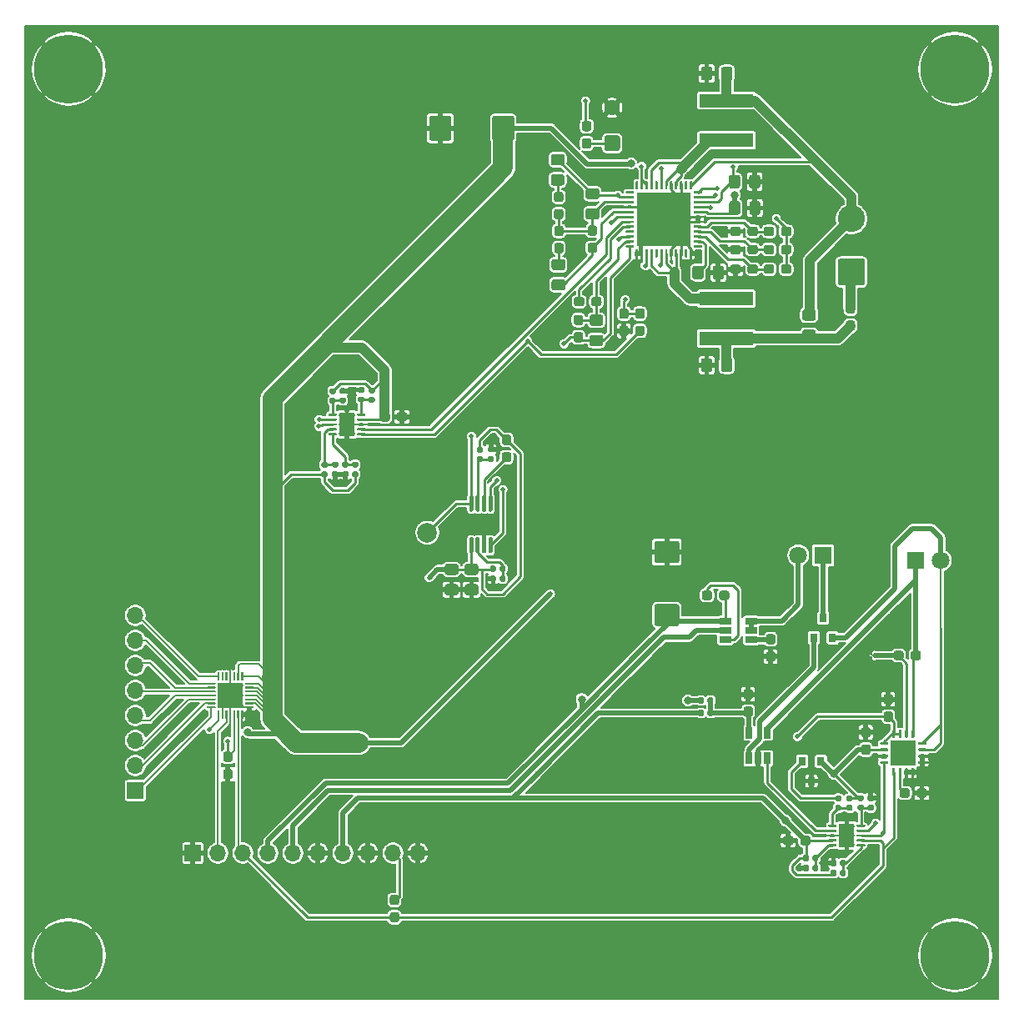
<source format=gbr>
G04 #@! TF.GenerationSoftware,KiCad,Pcbnew,5.1.6-c6e7f7d~87~ubuntu20.04.1*
G04 #@! TF.CreationDate,2020-12-28T10:08:45+02:00*
G04 #@! TF.ProjectId,LED_test_V1.2,4c45445f-7465-4737-945f-56312e322e6b,rev?*
G04 #@! TF.SameCoordinates,Original*
G04 #@! TF.FileFunction,Copper,L1,Top*
G04 #@! TF.FilePolarity,Positive*
%FSLAX46Y46*%
G04 Gerber Fmt 4.6, Leading zero omitted, Abs format (unit mm)*
G04 Created by KiCad (PCBNEW 5.1.6-c6e7f7d~87~ubuntu20.04.1) date 2020-12-28 10:08:45*
%MOMM*%
%LPD*%
G01*
G04 APERTURE LIST*
G04 #@! TA.AperFunction,EtchedComponent*
%ADD10C,0.100000*%
G04 #@! TD*
G04 #@! TA.AperFunction,SMDPad,CuDef*
%ADD11R,0.800000X0.900000*%
G04 #@! TD*
G04 #@! TA.AperFunction,SMDPad,CuDef*
%ADD12R,1.650000X2.380000*%
G04 #@! TD*
G04 #@! TA.AperFunction,ViaPad*
%ADD13C,0.500000*%
G04 #@! TD*
G04 #@! TA.AperFunction,ComponentPad*
%ADD14C,2.750000*%
G04 #@! TD*
G04 #@! TA.AperFunction,SMDPad,CuDef*
%ADD15R,2.600000X2.600000*%
G04 #@! TD*
G04 #@! TA.AperFunction,ComponentPad*
%ADD16C,1.800000*%
G04 #@! TD*
G04 #@! TA.AperFunction,ComponentPad*
%ADD17R,1.800000X1.800000*%
G04 #@! TD*
G04 #@! TA.AperFunction,ComponentPad*
%ADD18O,1.700000X1.700000*%
G04 #@! TD*
G04 #@! TA.AperFunction,ComponentPad*
%ADD19R,1.700000X1.700000*%
G04 #@! TD*
G04 #@! TA.AperFunction,ComponentPad*
%ADD20C,7.000000*%
G04 #@! TD*
G04 #@! TA.AperFunction,SMDPad,CuDef*
%ADD21R,5.500000X1.430000*%
G04 #@! TD*
G04 #@! TA.AperFunction,ComponentPad*
%ADD22C,1.600000*%
G04 #@! TD*
G04 #@! TA.AperFunction,SMDPad,CuDef*
%ADD23R,1.220000X0.650000*%
G04 #@! TD*
G04 #@! TA.AperFunction,SMDPad,CuDef*
%ADD24C,2.000000*%
G04 #@! TD*
G04 #@! TA.AperFunction,SMDPad,CuDef*
%ADD25R,5.450000X5.450000*%
G04 #@! TD*
G04 #@! TA.AperFunction,SMDPad,CuDef*
%ADD26R,0.650000X1.220000*%
G04 #@! TD*
G04 #@! TA.AperFunction,SMDPad,CuDef*
%ADD27R,2.500000X2.500000*%
G04 #@! TD*
G04 #@! TA.AperFunction,ViaPad*
%ADD28C,0.600000*%
G04 #@! TD*
G04 #@! TA.AperFunction,Conductor*
%ADD29C,0.500000*%
G04 #@! TD*
G04 #@! TA.AperFunction,ViaPad*
%ADD30C,0.800000*%
G04 #@! TD*
G04 #@! TA.AperFunction,ViaPad*
%ADD31C,2.000000*%
G04 #@! TD*
G04 #@! TA.AperFunction,Conductor*
%ADD32C,0.250000*%
G04 #@! TD*
G04 #@! TA.AperFunction,Conductor*
%ADD33C,0.500000*%
G04 #@! TD*
G04 #@! TA.AperFunction,Conductor*
%ADD34C,0.200000*%
G04 #@! TD*
G04 #@! TA.AperFunction,Conductor*
%ADD35C,2.000000*%
G04 #@! TD*
G04 #@! TA.AperFunction,Conductor*
%ADD36C,1.000000*%
G04 #@! TD*
G04 #@! TA.AperFunction,Conductor*
%ADD37C,0.190000*%
G04 #@! TD*
G04 APERTURE END LIST*
D10*
G36*
X187800000Y-114804000D02*
G01*
X186800000Y-114804000D01*
X186800000Y-114304000D01*
X187800000Y-114304000D01*
X187800000Y-114804000D01*
G37*
D11*
X180420000Y-127300000D03*
X179470000Y-125300000D03*
X181370000Y-125300000D03*
G04 #@! TA.AperFunction,SMDPad,CuDef*
G36*
G01*
X182967500Y-129740000D02*
X183312500Y-129740000D01*
G75*
G02*
X183460000Y-129887500I0J-147500D01*
G01*
X183460000Y-130182500D01*
G75*
G02*
X183312500Y-130330000I-147500J0D01*
G01*
X182967500Y-130330000D01*
G75*
G02*
X182820000Y-130182500I0J147500D01*
G01*
X182820000Y-129887500D01*
G75*
G02*
X182967500Y-129740000I147500J0D01*
G01*
G37*
G04 #@! TD.AperFunction*
G04 #@! TA.AperFunction,SMDPad,CuDef*
G36*
G01*
X182967500Y-128770000D02*
X183312500Y-128770000D01*
G75*
G02*
X183460000Y-128917500I0J-147500D01*
G01*
X183460000Y-129212500D01*
G75*
G02*
X183312500Y-129360000I-147500J0D01*
G01*
X182967500Y-129360000D01*
G75*
G02*
X182820000Y-129212500I0J147500D01*
G01*
X182820000Y-128917500D01*
G75*
G02*
X182967500Y-128770000I147500J0D01*
G01*
G37*
G04 #@! TD.AperFunction*
G04 #@! TA.AperFunction,SMDPad,CuDef*
G36*
G01*
X131375000Y-90162500D02*
X131375000Y-90037500D01*
G75*
G02*
X131437500Y-89975000I62500J0D01*
G01*
X132162500Y-89975000D01*
G75*
G02*
X132225000Y-90037500I0J-62500D01*
G01*
X132225000Y-90162500D01*
G75*
G02*
X132162500Y-90225000I-62500J0D01*
G01*
X131437500Y-90225000D01*
G75*
G02*
X131375000Y-90162500I0J62500D01*
G01*
G37*
G04 #@! TD.AperFunction*
G04 #@! TA.AperFunction,SMDPad,CuDef*
G36*
G01*
X131375000Y-90662500D02*
X131375000Y-90537500D01*
G75*
G02*
X131437500Y-90475000I62500J0D01*
G01*
X132162500Y-90475000D01*
G75*
G02*
X132225000Y-90537500I0J-62500D01*
G01*
X132225000Y-90662500D01*
G75*
G02*
X132162500Y-90725000I-62500J0D01*
G01*
X131437500Y-90725000D01*
G75*
G02*
X131375000Y-90662500I0J62500D01*
G01*
G37*
G04 #@! TD.AperFunction*
G04 #@! TA.AperFunction,SMDPad,CuDef*
G36*
G01*
X131375000Y-91162500D02*
X131375000Y-91037500D01*
G75*
G02*
X131437500Y-90975000I62500J0D01*
G01*
X132162500Y-90975000D01*
G75*
G02*
X132225000Y-91037500I0J-62500D01*
G01*
X132225000Y-91162500D01*
G75*
G02*
X132162500Y-91225000I-62500J0D01*
G01*
X131437500Y-91225000D01*
G75*
G02*
X131375000Y-91162500I0J62500D01*
G01*
G37*
G04 #@! TD.AperFunction*
G04 #@! TA.AperFunction,SMDPad,CuDef*
G36*
G01*
X131375000Y-91662500D02*
X131375000Y-91537500D01*
G75*
G02*
X131437500Y-91475000I62500J0D01*
G01*
X132162500Y-91475000D01*
G75*
G02*
X132225000Y-91537500I0J-62500D01*
G01*
X132225000Y-91662500D01*
G75*
G02*
X132162500Y-91725000I-62500J0D01*
G01*
X131437500Y-91725000D01*
G75*
G02*
X131375000Y-91662500I0J62500D01*
G01*
G37*
G04 #@! TD.AperFunction*
G04 #@! TA.AperFunction,SMDPad,CuDef*
G36*
G01*
X131375000Y-92162500D02*
X131375000Y-92037500D01*
G75*
G02*
X131437500Y-91975000I62500J0D01*
G01*
X132162500Y-91975000D01*
G75*
G02*
X132225000Y-92037500I0J-62500D01*
G01*
X132225000Y-92162500D01*
G75*
G02*
X132162500Y-92225000I-62500J0D01*
G01*
X131437500Y-92225000D01*
G75*
G02*
X131375000Y-92162500I0J62500D01*
G01*
G37*
G04 #@! TD.AperFunction*
G04 #@! TA.AperFunction,SMDPad,CuDef*
G36*
G01*
X134275000Y-92162500D02*
X134275000Y-92037500D01*
G75*
G02*
X134337500Y-91975000I62500J0D01*
G01*
X135062500Y-91975000D01*
G75*
G02*
X135125000Y-92037500I0J-62500D01*
G01*
X135125000Y-92162500D01*
G75*
G02*
X135062500Y-92225000I-62500J0D01*
G01*
X134337500Y-92225000D01*
G75*
G02*
X134275000Y-92162500I0J62500D01*
G01*
G37*
G04 #@! TD.AperFunction*
G04 #@! TA.AperFunction,SMDPad,CuDef*
G36*
G01*
X134275000Y-91662500D02*
X134275000Y-91537500D01*
G75*
G02*
X134337500Y-91475000I62500J0D01*
G01*
X135062500Y-91475000D01*
G75*
G02*
X135125000Y-91537500I0J-62500D01*
G01*
X135125000Y-91662500D01*
G75*
G02*
X135062500Y-91725000I-62500J0D01*
G01*
X134337500Y-91725000D01*
G75*
G02*
X134275000Y-91662500I0J62500D01*
G01*
G37*
G04 #@! TD.AperFunction*
G04 #@! TA.AperFunction,SMDPad,CuDef*
G36*
G01*
X134275000Y-91162500D02*
X134275000Y-91037500D01*
G75*
G02*
X134337500Y-90975000I62500J0D01*
G01*
X135062500Y-90975000D01*
G75*
G02*
X135125000Y-91037500I0J-62500D01*
G01*
X135125000Y-91162500D01*
G75*
G02*
X135062500Y-91225000I-62500J0D01*
G01*
X134337500Y-91225000D01*
G75*
G02*
X134275000Y-91162500I0J62500D01*
G01*
G37*
G04 #@! TD.AperFunction*
G04 #@! TA.AperFunction,SMDPad,CuDef*
G36*
G01*
X134275000Y-90662500D02*
X134275000Y-90537500D01*
G75*
G02*
X134337500Y-90475000I62500J0D01*
G01*
X135062500Y-90475000D01*
G75*
G02*
X135125000Y-90537500I0J-62500D01*
G01*
X135125000Y-90662500D01*
G75*
G02*
X135062500Y-90725000I-62500J0D01*
G01*
X134337500Y-90725000D01*
G75*
G02*
X134275000Y-90662500I0J62500D01*
G01*
G37*
G04 #@! TD.AperFunction*
G04 #@! TA.AperFunction,SMDPad,CuDef*
G36*
G01*
X134275000Y-90162500D02*
X134275000Y-90037500D01*
G75*
G02*
X134337500Y-89975000I62500J0D01*
G01*
X135062500Y-89975000D01*
G75*
G02*
X135125000Y-90037500I0J-62500D01*
G01*
X135125000Y-90162500D01*
G75*
G02*
X135062500Y-90225000I-62500J0D01*
G01*
X134337500Y-90225000D01*
G75*
G02*
X134275000Y-90162500I0J62500D01*
G01*
G37*
G04 #@! TD.AperFunction*
D12*
X133250000Y-91100000D03*
D13*
X132675000Y-90160000D03*
X133825000Y-90160000D03*
X132675000Y-91100000D03*
X133825000Y-91100000D03*
X132675000Y-92040000D03*
X133825000Y-92040000D03*
D14*
X184475000Y-70225000D03*
G04 #@! TA.AperFunction,ComponentPad*
G36*
G01*
X185600001Y-77000000D02*
X183349999Y-77000000D01*
G75*
G02*
X183100000Y-76750001I0J249999D01*
G01*
X183100000Y-74499999D01*
G75*
G02*
X183349999Y-74250000I249999J0D01*
G01*
X185600001Y-74250000D01*
G75*
G02*
X185850000Y-74499999I0J-249999D01*
G01*
X185850000Y-76750001D01*
G75*
G02*
X185600001Y-77000000I-249999J0D01*
G01*
G37*
G04 #@! TD.AperFunction*
G04 #@! TA.AperFunction,SMDPad,CuDef*
G36*
G01*
X148770000Y-106937500D02*
X148770000Y-106592500D01*
G75*
G02*
X148917500Y-106445000I147500J0D01*
G01*
X149212500Y-106445000D01*
G75*
G02*
X149360000Y-106592500I0J-147500D01*
G01*
X149360000Y-106937500D01*
G75*
G02*
X149212500Y-107085000I-147500J0D01*
G01*
X148917500Y-107085000D01*
G75*
G02*
X148770000Y-106937500I0J147500D01*
G01*
G37*
G04 #@! TD.AperFunction*
G04 #@! TA.AperFunction,SMDPad,CuDef*
G36*
G01*
X147800000Y-106937500D02*
X147800000Y-106592500D01*
G75*
G02*
X147947500Y-106445000I147500J0D01*
G01*
X148242500Y-106445000D01*
G75*
G02*
X148390000Y-106592500I0J-147500D01*
G01*
X148390000Y-106937500D01*
G75*
G02*
X148242500Y-107085000I-147500J0D01*
G01*
X147947500Y-107085000D01*
G75*
G02*
X147800000Y-106937500I0J147500D01*
G01*
G37*
G04 #@! TD.AperFunction*
G04 #@! TA.AperFunction,SMDPad,CuDef*
G36*
G01*
X148770000Y-105912500D02*
X148770000Y-105567500D01*
G75*
G02*
X148917500Y-105420000I147500J0D01*
G01*
X149212500Y-105420000D01*
G75*
G02*
X149360000Y-105567500I0J-147500D01*
G01*
X149360000Y-105912500D01*
G75*
G02*
X149212500Y-106060000I-147500J0D01*
G01*
X148917500Y-106060000D01*
G75*
G02*
X148770000Y-105912500I0J147500D01*
G01*
G37*
G04 #@! TD.AperFunction*
G04 #@! TA.AperFunction,SMDPad,CuDef*
G36*
G01*
X147800000Y-105912500D02*
X147800000Y-105567500D01*
G75*
G02*
X147947500Y-105420000I147500J0D01*
G01*
X148242500Y-105420000D01*
G75*
G02*
X148390000Y-105567500I0J-147500D01*
G01*
X148390000Y-105912500D01*
G75*
G02*
X148242500Y-106060000I-147500J0D01*
G01*
X147947500Y-106060000D01*
G75*
G02*
X147800000Y-105912500I0J147500D01*
G01*
G37*
G04 #@! TD.AperFunction*
G04 #@! TA.AperFunction,SMDPad,CuDef*
G36*
G01*
X147692500Y-94305000D02*
X148037500Y-94305000D01*
G75*
G02*
X148185000Y-94452500I0J-147500D01*
G01*
X148185000Y-94747500D01*
G75*
G02*
X148037500Y-94895000I-147500J0D01*
G01*
X147692500Y-94895000D01*
G75*
G02*
X147545000Y-94747500I0J147500D01*
G01*
X147545000Y-94452500D01*
G75*
G02*
X147692500Y-94305000I147500J0D01*
G01*
G37*
G04 #@! TD.AperFunction*
G04 #@! TA.AperFunction,SMDPad,CuDef*
G36*
G01*
X147692500Y-93335000D02*
X148037500Y-93335000D01*
G75*
G02*
X148185000Y-93482500I0J-147500D01*
G01*
X148185000Y-93777500D01*
G75*
G02*
X148037500Y-93925000I-147500J0D01*
G01*
X147692500Y-93925000D01*
G75*
G02*
X147545000Y-93777500I0J147500D01*
G01*
X147545000Y-93482500D01*
G75*
G02*
X147692500Y-93335000I147500J0D01*
G01*
G37*
G04 #@! TD.AperFunction*
G04 #@! TA.AperFunction,SMDPad,CuDef*
G36*
G01*
X146567500Y-94330000D02*
X146912500Y-94330000D01*
G75*
G02*
X147060000Y-94477500I0J-147500D01*
G01*
X147060000Y-94772500D01*
G75*
G02*
X146912500Y-94920000I-147500J0D01*
G01*
X146567500Y-94920000D01*
G75*
G02*
X146420000Y-94772500I0J147500D01*
G01*
X146420000Y-94477500D01*
G75*
G02*
X146567500Y-94330000I147500J0D01*
G01*
G37*
G04 #@! TD.AperFunction*
G04 #@! TA.AperFunction,SMDPad,CuDef*
G36*
G01*
X146567500Y-93360000D02*
X146912500Y-93360000D01*
G75*
G02*
X147060000Y-93507500I0J-147500D01*
G01*
X147060000Y-93802500D01*
G75*
G02*
X146912500Y-93950000I-147500J0D01*
G01*
X146567500Y-93950000D01*
G75*
G02*
X146420000Y-93802500I0J147500D01*
G01*
X146420000Y-93507500D01*
G75*
G02*
X146567500Y-93360000I147500J0D01*
G01*
G37*
G04 #@! TD.AperFunction*
G04 #@! TA.AperFunction,SMDPad,CuDef*
G36*
G01*
X176625000Y-75087500D02*
X176625000Y-75562500D01*
G75*
G02*
X176387500Y-75800000I-237500J0D01*
G01*
X175812500Y-75800000D01*
G75*
G02*
X175575000Y-75562500I0J237500D01*
G01*
X175575000Y-75087500D01*
G75*
G02*
X175812500Y-74850000I237500J0D01*
G01*
X176387500Y-74850000D01*
G75*
G02*
X176625000Y-75087500I0J-237500D01*
G01*
G37*
G04 #@! TD.AperFunction*
G04 #@! TA.AperFunction,SMDPad,CuDef*
G36*
G01*
X178375000Y-75087500D02*
X178375000Y-75562500D01*
G75*
G02*
X178137500Y-75800000I-237500J0D01*
G01*
X177562500Y-75800000D01*
G75*
G02*
X177325000Y-75562500I0J237500D01*
G01*
X177325000Y-75087500D01*
G75*
G02*
X177562500Y-74850000I237500J0D01*
G01*
X178137500Y-74850000D01*
G75*
G02*
X178375000Y-75087500I0J-237500D01*
G01*
G37*
G04 #@! TD.AperFunction*
D13*
X120362000Y-117568000D03*
X121412000Y-117568000D03*
X122462000Y-117568000D03*
X120362000Y-118618000D03*
X121412000Y-118618000D03*
X122462000Y-118618000D03*
X120362000Y-119668000D03*
X121412000Y-119668000D03*
X122462000Y-119668000D03*
D15*
X121412000Y-118618000D03*
G04 #@! TA.AperFunction,SMDPad,CuDef*
G36*
G01*
X122712000Y-120168000D02*
X122712000Y-120943000D01*
G75*
G02*
X122662000Y-120993000I-50000J0D01*
G01*
X122562000Y-120993000D01*
G75*
G02*
X122512000Y-120943000I0J50000D01*
G01*
X122512000Y-120168000D01*
G75*
G02*
X122562000Y-120118000I50000J0D01*
G01*
X122662000Y-120118000D01*
G75*
G02*
X122712000Y-120168000I0J-50000D01*
G01*
G37*
G04 #@! TD.AperFunction*
G04 #@! TA.AperFunction,SMDPad,CuDef*
G36*
G01*
X122312000Y-120168000D02*
X122312000Y-120943000D01*
G75*
G02*
X122262000Y-120993000I-50000J0D01*
G01*
X122162000Y-120993000D01*
G75*
G02*
X122112000Y-120943000I0J50000D01*
G01*
X122112000Y-120168000D01*
G75*
G02*
X122162000Y-120118000I50000J0D01*
G01*
X122262000Y-120118000D01*
G75*
G02*
X122312000Y-120168000I0J-50000D01*
G01*
G37*
G04 #@! TD.AperFunction*
G04 #@! TA.AperFunction,SMDPad,CuDef*
G36*
G01*
X121912000Y-120168000D02*
X121912000Y-120943000D01*
G75*
G02*
X121862000Y-120993000I-50000J0D01*
G01*
X121762000Y-120993000D01*
G75*
G02*
X121712000Y-120943000I0J50000D01*
G01*
X121712000Y-120168000D01*
G75*
G02*
X121762000Y-120118000I50000J0D01*
G01*
X121862000Y-120118000D01*
G75*
G02*
X121912000Y-120168000I0J-50000D01*
G01*
G37*
G04 #@! TD.AperFunction*
G04 #@! TA.AperFunction,SMDPad,CuDef*
G36*
G01*
X121512000Y-120168000D02*
X121512000Y-120943000D01*
G75*
G02*
X121462000Y-120993000I-50000J0D01*
G01*
X121362000Y-120993000D01*
G75*
G02*
X121312000Y-120943000I0J50000D01*
G01*
X121312000Y-120168000D01*
G75*
G02*
X121362000Y-120118000I50000J0D01*
G01*
X121462000Y-120118000D01*
G75*
G02*
X121512000Y-120168000I0J-50000D01*
G01*
G37*
G04 #@! TD.AperFunction*
G04 #@! TA.AperFunction,SMDPad,CuDef*
G36*
G01*
X121112000Y-120168000D02*
X121112000Y-120943000D01*
G75*
G02*
X121062000Y-120993000I-50000J0D01*
G01*
X120962000Y-120993000D01*
G75*
G02*
X120912000Y-120943000I0J50000D01*
G01*
X120912000Y-120168000D01*
G75*
G02*
X120962000Y-120118000I50000J0D01*
G01*
X121062000Y-120118000D01*
G75*
G02*
X121112000Y-120168000I0J-50000D01*
G01*
G37*
G04 #@! TD.AperFunction*
G04 #@! TA.AperFunction,SMDPad,CuDef*
G36*
G01*
X120712000Y-120168000D02*
X120712000Y-120943000D01*
G75*
G02*
X120662000Y-120993000I-50000J0D01*
G01*
X120562000Y-120993000D01*
G75*
G02*
X120512000Y-120943000I0J50000D01*
G01*
X120512000Y-120168000D01*
G75*
G02*
X120562000Y-120118000I50000J0D01*
G01*
X120662000Y-120118000D01*
G75*
G02*
X120712000Y-120168000I0J-50000D01*
G01*
G37*
G04 #@! TD.AperFunction*
G04 #@! TA.AperFunction,SMDPad,CuDef*
G36*
G01*
X120312000Y-120168000D02*
X120312000Y-120943000D01*
G75*
G02*
X120262000Y-120993000I-50000J0D01*
G01*
X120162000Y-120993000D01*
G75*
G02*
X120112000Y-120943000I0J50000D01*
G01*
X120112000Y-120168000D01*
G75*
G02*
X120162000Y-120118000I50000J0D01*
G01*
X120262000Y-120118000D01*
G75*
G02*
X120312000Y-120168000I0J-50000D01*
G01*
G37*
G04 #@! TD.AperFunction*
G04 #@! TA.AperFunction,SMDPad,CuDef*
G36*
G01*
X119912000Y-119768000D02*
X119912000Y-119868000D01*
G75*
G02*
X119862000Y-119918000I-50000J0D01*
G01*
X119087000Y-119918000D01*
G75*
G02*
X119037000Y-119868000I0J50000D01*
G01*
X119037000Y-119768000D01*
G75*
G02*
X119087000Y-119718000I50000J0D01*
G01*
X119862000Y-119718000D01*
G75*
G02*
X119912000Y-119768000I0J-50000D01*
G01*
G37*
G04 #@! TD.AperFunction*
G04 #@! TA.AperFunction,SMDPad,CuDef*
G36*
G01*
X119912000Y-119368000D02*
X119912000Y-119468000D01*
G75*
G02*
X119862000Y-119518000I-50000J0D01*
G01*
X119087000Y-119518000D01*
G75*
G02*
X119037000Y-119468000I0J50000D01*
G01*
X119037000Y-119368000D01*
G75*
G02*
X119087000Y-119318000I50000J0D01*
G01*
X119862000Y-119318000D01*
G75*
G02*
X119912000Y-119368000I0J-50000D01*
G01*
G37*
G04 #@! TD.AperFunction*
G04 #@! TA.AperFunction,SMDPad,CuDef*
G36*
G01*
X119912000Y-118968000D02*
X119912000Y-119068000D01*
G75*
G02*
X119862000Y-119118000I-50000J0D01*
G01*
X119087000Y-119118000D01*
G75*
G02*
X119037000Y-119068000I0J50000D01*
G01*
X119037000Y-118968000D01*
G75*
G02*
X119087000Y-118918000I50000J0D01*
G01*
X119862000Y-118918000D01*
G75*
G02*
X119912000Y-118968000I0J-50000D01*
G01*
G37*
G04 #@! TD.AperFunction*
G04 #@! TA.AperFunction,SMDPad,CuDef*
G36*
G01*
X119912000Y-118568000D02*
X119912000Y-118668000D01*
G75*
G02*
X119862000Y-118718000I-50000J0D01*
G01*
X119087000Y-118718000D01*
G75*
G02*
X119037000Y-118668000I0J50000D01*
G01*
X119037000Y-118568000D01*
G75*
G02*
X119087000Y-118518000I50000J0D01*
G01*
X119862000Y-118518000D01*
G75*
G02*
X119912000Y-118568000I0J-50000D01*
G01*
G37*
G04 #@! TD.AperFunction*
G04 #@! TA.AperFunction,SMDPad,CuDef*
G36*
G01*
X119912000Y-118168000D02*
X119912000Y-118268000D01*
G75*
G02*
X119862000Y-118318000I-50000J0D01*
G01*
X119087000Y-118318000D01*
G75*
G02*
X119037000Y-118268000I0J50000D01*
G01*
X119037000Y-118168000D01*
G75*
G02*
X119087000Y-118118000I50000J0D01*
G01*
X119862000Y-118118000D01*
G75*
G02*
X119912000Y-118168000I0J-50000D01*
G01*
G37*
G04 #@! TD.AperFunction*
G04 #@! TA.AperFunction,SMDPad,CuDef*
G36*
G01*
X119912000Y-117768000D02*
X119912000Y-117868000D01*
G75*
G02*
X119862000Y-117918000I-50000J0D01*
G01*
X119087000Y-117918000D01*
G75*
G02*
X119037000Y-117868000I0J50000D01*
G01*
X119037000Y-117768000D01*
G75*
G02*
X119087000Y-117718000I50000J0D01*
G01*
X119862000Y-117718000D01*
G75*
G02*
X119912000Y-117768000I0J-50000D01*
G01*
G37*
G04 #@! TD.AperFunction*
G04 #@! TA.AperFunction,SMDPad,CuDef*
G36*
G01*
X119912000Y-117368000D02*
X119912000Y-117468000D01*
G75*
G02*
X119862000Y-117518000I-50000J0D01*
G01*
X119087000Y-117518000D01*
G75*
G02*
X119037000Y-117468000I0J50000D01*
G01*
X119037000Y-117368000D01*
G75*
G02*
X119087000Y-117318000I50000J0D01*
G01*
X119862000Y-117318000D01*
G75*
G02*
X119912000Y-117368000I0J-50000D01*
G01*
G37*
G04 #@! TD.AperFunction*
G04 #@! TA.AperFunction,SMDPad,CuDef*
G36*
G01*
X120312000Y-116293000D02*
X120312000Y-117068000D01*
G75*
G02*
X120262000Y-117118000I-50000J0D01*
G01*
X120162000Y-117118000D01*
G75*
G02*
X120112000Y-117068000I0J50000D01*
G01*
X120112000Y-116293000D01*
G75*
G02*
X120162000Y-116243000I50000J0D01*
G01*
X120262000Y-116243000D01*
G75*
G02*
X120312000Y-116293000I0J-50000D01*
G01*
G37*
G04 #@! TD.AperFunction*
G04 #@! TA.AperFunction,SMDPad,CuDef*
G36*
G01*
X120712000Y-116293000D02*
X120712000Y-117068000D01*
G75*
G02*
X120662000Y-117118000I-50000J0D01*
G01*
X120562000Y-117118000D01*
G75*
G02*
X120512000Y-117068000I0J50000D01*
G01*
X120512000Y-116293000D01*
G75*
G02*
X120562000Y-116243000I50000J0D01*
G01*
X120662000Y-116243000D01*
G75*
G02*
X120712000Y-116293000I0J-50000D01*
G01*
G37*
G04 #@! TD.AperFunction*
G04 #@! TA.AperFunction,SMDPad,CuDef*
G36*
G01*
X121112000Y-116293000D02*
X121112000Y-117068000D01*
G75*
G02*
X121062000Y-117118000I-50000J0D01*
G01*
X120962000Y-117118000D01*
G75*
G02*
X120912000Y-117068000I0J50000D01*
G01*
X120912000Y-116293000D01*
G75*
G02*
X120962000Y-116243000I50000J0D01*
G01*
X121062000Y-116243000D01*
G75*
G02*
X121112000Y-116293000I0J-50000D01*
G01*
G37*
G04 #@! TD.AperFunction*
G04 #@! TA.AperFunction,SMDPad,CuDef*
G36*
G01*
X121512000Y-116293000D02*
X121512000Y-117068000D01*
G75*
G02*
X121462000Y-117118000I-50000J0D01*
G01*
X121362000Y-117118000D01*
G75*
G02*
X121312000Y-117068000I0J50000D01*
G01*
X121312000Y-116293000D01*
G75*
G02*
X121362000Y-116243000I50000J0D01*
G01*
X121462000Y-116243000D01*
G75*
G02*
X121512000Y-116293000I0J-50000D01*
G01*
G37*
G04 #@! TD.AperFunction*
G04 #@! TA.AperFunction,SMDPad,CuDef*
G36*
G01*
X121912000Y-116293000D02*
X121912000Y-117068000D01*
G75*
G02*
X121862000Y-117118000I-50000J0D01*
G01*
X121762000Y-117118000D01*
G75*
G02*
X121712000Y-117068000I0J50000D01*
G01*
X121712000Y-116293000D01*
G75*
G02*
X121762000Y-116243000I50000J0D01*
G01*
X121862000Y-116243000D01*
G75*
G02*
X121912000Y-116293000I0J-50000D01*
G01*
G37*
G04 #@! TD.AperFunction*
G04 #@! TA.AperFunction,SMDPad,CuDef*
G36*
G01*
X122312000Y-116293000D02*
X122312000Y-117068000D01*
G75*
G02*
X122262000Y-117118000I-50000J0D01*
G01*
X122162000Y-117118000D01*
G75*
G02*
X122112000Y-117068000I0J50000D01*
G01*
X122112000Y-116293000D01*
G75*
G02*
X122162000Y-116243000I50000J0D01*
G01*
X122262000Y-116243000D01*
G75*
G02*
X122312000Y-116293000I0J-50000D01*
G01*
G37*
G04 #@! TD.AperFunction*
G04 #@! TA.AperFunction,SMDPad,CuDef*
G36*
G01*
X122712000Y-116293000D02*
X122712000Y-117068000D01*
G75*
G02*
X122662000Y-117118000I-50000J0D01*
G01*
X122562000Y-117118000D01*
G75*
G02*
X122512000Y-117068000I0J50000D01*
G01*
X122512000Y-116293000D01*
G75*
G02*
X122562000Y-116243000I50000J0D01*
G01*
X122662000Y-116243000D01*
G75*
G02*
X122712000Y-116293000I0J-50000D01*
G01*
G37*
G04 #@! TD.AperFunction*
G04 #@! TA.AperFunction,SMDPad,CuDef*
G36*
G01*
X123787000Y-117368000D02*
X123787000Y-117468000D01*
G75*
G02*
X123737000Y-117518000I-50000J0D01*
G01*
X122962000Y-117518000D01*
G75*
G02*
X122912000Y-117468000I0J50000D01*
G01*
X122912000Y-117368000D01*
G75*
G02*
X122962000Y-117318000I50000J0D01*
G01*
X123737000Y-117318000D01*
G75*
G02*
X123787000Y-117368000I0J-50000D01*
G01*
G37*
G04 #@! TD.AperFunction*
G04 #@! TA.AperFunction,SMDPad,CuDef*
G36*
G01*
X123787000Y-117768000D02*
X123787000Y-117868000D01*
G75*
G02*
X123737000Y-117918000I-50000J0D01*
G01*
X122962000Y-117918000D01*
G75*
G02*
X122912000Y-117868000I0J50000D01*
G01*
X122912000Y-117768000D01*
G75*
G02*
X122962000Y-117718000I50000J0D01*
G01*
X123737000Y-117718000D01*
G75*
G02*
X123787000Y-117768000I0J-50000D01*
G01*
G37*
G04 #@! TD.AperFunction*
G04 #@! TA.AperFunction,SMDPad,CuDef*
G36*
G01*
X123787000Y-118168000D02*
X123787000Y-118268000D01*
G75*
G02*
X123737000Y-118318000I-50000J0D01*
G01*
X122962000Y-118318000D01*
G75*
G02*
X122912000Y-118268000I0J50000D01*
G01*
X122912000Y-118168000D01*
G75*
G02*
X122962000Y-118118000I50000J0D01*
G01*
X123737000Y-118118000D01*
G75*
G02*
X123787000Y-118168000I0J-50000D01*
G01*
G37*
G04 #@! TD.AperFunction*
G04 #@! TA.AperFunction,SMDPad,CuDef*
G36*
G01*
X123787000Y-118568000D02*
X123787000Y-118668000D01*
G75*
G02*
X123737000Y-118718000I-50000J0D01*
G01*
X122962000Y-118718000D01*
G75*
G02*
X122912000Y-118668000I0J50000D01*
G01*
X122912000Y-118568000D01*
G75*
G02*
X122962000Y-118518000I50000J0D01*
G01*
X123737000Y-118518000D01*
G75*
G02*
X123787000Y-118568000I0J-50000D01*
G01*
G37*
G04 #@! TD.AperFunction*
G04 #@! TA.AperFunction,SMDPad,CuDef*
G36*
G01*
X123787000Y-118968000D02*
X123787000Y-119068000D01*
G75*
G02*
X123737000Y-119118000I-50000J0D01*
G01*
X122962000Y-119118000D01*
G75*
G02*
X122912000Y-119068000I0J50000D01*
G01*
X122912000Y-118968000D01*
G75*
G02*
X122962000Y-118918000I50000J0D01*
G01*
X123737000Y-118918000D01*
G75*
G02*
X123787000Y-118968000I0J-50000D01*
G01*
G37*
G04 #@! TD.AperFunction*
G04 #@! TA.AperFunction,SMDPad,CuDef*
G36*
G01*
X123787000Y-119368000D02*
X123787000Y-119468000D01*
G75*
G02*
X123737000Y-119518000I-50000J0D01*
G01*
X122962000Y-119518000D01*
G75*
G02*
X122912000Y-119468000I0J50000D01*
G01*
X122912000Y-119368000D01*
G75*
G02*
X122962000Y-119318000I50000J0D01*
G01*
X123737000Y-119318000D01*
G75*
G02*
X123787000Y-119368000I0J-50000D01*
G01*
G37*
G04 #@! TD.AperFunction*
G04 #@! TA.AperFunction,SMDPad,CuDef*
G36*
G01*
X123787000Y-119768000D02*
X123787000Y-119868000D01*
G75*
G02*
X123737000Y-119918000I-50000J0D01*
G01*
X122962000Y-119918000D01*
G75*
G02*
X122912000Y-119868000I0J50000D01*
G01*
X122912000Y-119768000D01*
G75*
G02*
X122962000Y-119718000I50000J0D01*
G01*
X123737000Y-119718000D01*
G75*
G02*
X123787000Y-119768000I0J-50000D01*
G01*
G37*
G04 #@! TD.AperFunction*
D16*
X179070000Y-104394000D03*
D17*
X181610000Y-104394000D03*
G04 #@! TA.AperFunction,SMDPad,CuDef*
G36*
G01*
X189783000Y-114316500D02*
X189783000Y-114791500D01*
G75*
G02*
X189545500Y-115029000I-237500J0D01*
G01*
X188970500Y-115029000D01*
G75*
G02*
X188733000Y-114791500I0J237500D01*
G01*
X188733000Y-114316500D01*
G75*
G02*
X188970500Y-114079000I237500J0D01*
G01*
X189545500Y-114079000D01*
G75*
G02*
X189783000Y-114316500I0J-237500D01*
G01*
G37*
G04 #@! TD.AperFunction*
G04 #@! TA.AperFunction,SMDPad,CuDef*
G36*
G01*
X191533000Y-114316500D02*
X191533000Y-114791500D01*
G75*
G02*
X191295500Y-115029000I-237500J0D01*
G01*
X190720500Y-115029000D01*
G75*
G02*
X190483000Y-114791500I0J237500D01*
G01*
X190483000Y-114316500D01*
G75*
G02*
X190720500Y-114079000I237500J0D01*
G01*
X191295500Y-114079000D01*
G75*
G02*
X191533000Y-114316500I0J-237500D01*
G01*
G37*
G04 #@! TD.AperFunction*
G04 #@! TA.AperFunction,SMDPad,CuDef*
G36*
G01*
X176038500Y-114142000D02*
X176513500Y-114142000D01*
G75*
G02*
X176751000Y-114379500I0J-237500D01*
G01*
X176751000Y-114954500D01*
G75*
G02*
X176513500Y-115192000I-237500J0D01*
G01*
X176038500Y-115192000D01*
G75*
G02*
X175801000Y-114954500I0J237500D01*
G01*
X175801000Y-114379500D01*
G75*
G02*
X176038500Y-114142000I237500J0D01*
G01*
G37*
G04 #@! TD.AperFunction*
G04 #@! TA.AperFunction,SMDPad,CuDef*
G36*
G01*
X176038500Y-112392000D02*
X176513500Y-112392000D01*
G75*
G02*
X176751000Y-112629500I0J-237500D01*
G01*
X176751000Y-113204500D01*
G75*
G02*
X176513500Y-113442000I-237500J0D01*
G01*
X176038500Y-113442000D01*
G75*
G02*
X175801000Y-113204500I0J237500D01*
G01*
X175801000Y-112629500D01*
G75*
G02*
X176038500Y-112392000I237500J0D01*
G01*
G37*
G04 #@! TD.AperFunction*
G04 #@! TA.AperFunction,SMDPad,CuDef*
G36*
G01*
X169862000Y-119298500D02*
X169862000Y-118953500D01*
G75*
G02*
X170009500Y-118806000I147500J0D01*
G01*
X170304500Y-118806000D01*
G75*
G02*
X170452000Y-118953500I0J-147500D01*
G01*
X170452000Y-119298500D01*
G75*
G02*
X170304500Y-119446000I-147500J0D01*
G01*
X170009500Y-119446000D01*
G75*
G02*
X169862000Y-119298500I0J147500D01*
G01*
G37*
G04 #@! TD.AperFunction*
G04 #@! TA.AperFunction,SMDPad,CuDef*
G36*
G01*
X168892000Y-119298500D02*
X168892000Y-118953500D01*
G75*
G02*
X169039500Y-118806000I147500J0D01*
G01*
X169334500Y-118806000D01*
G75*
G02*
X169482000Y-118953500I0J-147500D01*
G01*
X169482000Y-119298500D01*
G75*
G02*
X169334500Y-119446000I-147500J0D01*
G01*
X169039500Y-119446000D01*
G75*
G02*
X168892000Y-119298500I0J147500D01*
G01*
G37*
G04 #@! TD.AperFunction*
G04 #@! TA.AperFunction,SMDPad,CuDef*
G36*
G01*
X182944000Y-135463500D02*
X182944000Y-135808500D01*
G75*
G02*
X182796500Y-135956000I-147500J0D01*
G01*
X182501500Y-135956000D01*
G75*
G02*
X182354000Y-135808500I0J147500D01*
G01*
X182354000Y-135463500D01*
G75*
G02*
X182501500Y-135316000I147500J0D01*
G01*
X182796500Y-135316000D01*
G75*
G02*
X182944000Y-135463500I0J-147500D01*
G01*
G37*
G04 #@! TD.AperFunction*
G04 #@! TA.AperFunction,SMDPad,CuDef*
G36*
G01*
X183914000Y-135463500D02*
X183914000Y-135808500D01*
G75*
G02*
X183766500Y-135956000I-147500J0D01*
G01*
X183471500Y-135956000D01*
G75*
G02*
X183324000Y-135808500I0J147500D01*
G01*
X183324000Y-135463500D01*
G75*
G02*
X183471500Y-135316000I147500J0D01*
G01*
X183766500Y-135316000D01*
G75*
G02*
X183914000Y-135463500I0J-147500D01*
G01*
G37*
G04 #@! TD.AperFunction*
G04 #@! TA.AperFunction,SMDPad,CuDef*
G36*
G01*
X169862000Y-120568500D02*
X169862000Y-120223500D01*
G75*
G02*
X170009500Y-120076000I147500J0D01*
G01*
X170304500Y-120076000D01*
G75*
G02*
X170452000Y-120223500I0J-147500D01*
G01*
X170452000Y-120568500D01*
G75*
G02*
X170304500Y-120716000I-147500J0D01*
G01*
X170009500Y-120716000D01*
G75*
G02*
X169862000Y-120568500I0J147500D01*
G01*
G37*
G04 #@! TD.AperFunction*
G04 #@! TA.AperFunction,SMDPad,CuDef*
G36*
G01*
X168892000Y-120568500D02*
X168892000Y-120223500D01*
G75*
G02*
X169039500Y-120076000I147500J0D01*
G01*
X169334500Y-120076000D01*
G75*
G02*
X169482000Y-120223500I0J-147500D01*
G01*
X169482000Y-120568500D01*
G75*
G02*
X169334500Y-120716000I-147500J0D01*
G01*
X169039500Y-120716000D01*
G75*
G02*
X168892000Y-120568500I0J147500D01*
G01*
G37*
G04 #@! TD.AperFunction*
G04 #@! TA.AperFunction,SMDPad,CuDef*
G36*
G01*
X182944000Y-136479500D02*
X182944000Y-136824500D01*
G75*
G02*
X182796500Y-136972000I-147500J0D01*
G01*
X182501500Y-136972000D01*
G75*
G02*
X182354000Y-136824500I0J147500D01*
G01*
X182354000Y-136479500D01*
G75*
G02*
X182501500Y-136332000I147500J0D01*
G01*
X182796500Y-136332000D01*
G75*
G02*
X182944000Y-136479500I0J-147500D01*
G01*
G37*
G04 #@! TD.AperFunction*
G04 #@! TA.AperFunction,SMDPad,CuDef*
G36*
G01*
X183914000Y-136479500D02*
X183914000Y-136824500D01*
G75*
G02*
X183766500Y-136972000I-147500J0D01*
G01*
X183471500Y-136972000D01*
G75*
G02*
X183324000Y-136824500I0J147500D01*
G01*
X183324000Y-136479500D01*
G75*
G02*
X183471500Y-136332000I147500J0D01*
G01*
X183766500Y-136332000D01*
G75*
G02*
X183914000Y-136479500I0J-147500D01*
G01*
G37*
G04 #@! TD.AperFunction*
G04 #@! TA.AperFunction,SMDPad,CuDef*
G36*
G01*
X186608500Y-129350000D02*
X186263500Y-129350000D01*
G75*
G02*
X186116000Y-129202500I0J147500D01*
G01*
X186116000Y-128907500D01*
G75*
G02*
X186263500Y-128760000I147500J0D01*
G01*
X186608500Y-128760000D01*
G75*
G02*
X186756000Y-128907500I0J-147500D01*
G01*
X186756000Y-129202500D01*
G75*
G02*
X186608500Y-129350000I-147500J0D01*
G01*
G37*
G04 #@! TD.AperFunction*
G04 #@! TA.AperFunction,SMDPad,CuDef*
G36*
G01*
X186608500Y-130320000D02*
X186263500Y-130320000D01*
G75*
G02*
X186116000Y-130172500I0J147500D01*
G01*
X186116000Y-129877500D01*
G75*
G02*
X186263500Y-129730000I147500J0D01*
G01*
X186608500Y-129730000D01*
G75*
G02*
X186756000Y-129877500I0J-147500D01*
G01*
X186756000Y-130172500D01*
G75*
G02*
X186608500Y-130320000I-147500J0D01*
G01*
G37*
G04 #@! TD.AperFunction*
G04 #@! TA.AperFunction,SMDPad,CuDef*
G36*
G01*
X180150000Y-135971500D02*
X180150000Y-136316500D01*
G75*
G02*
X180002500Y-136464000I-147500J0D01*
G01*
X179707500Y-136464000D01*
G75*
G02*
X179560000Y-136316500I0J147500D01*
G01*
X179560000Y-135971500D01*
G75*
G02*
X179707500Y-135824000I147500J0D01*
G01*
X180002500Y-135824000D01*
G75*
G02*
X180150000Y-135971500I0J-147500D01*
G01*
G37*
G04 #@! TD.AperFunction*
G04 #@! TA.AperFunction,SMDPad,CuDef*
G36*
G01*
X181120000Y-135971500D02*
X181120000Y-136316500D01*
G75*
G02*
X180972500Y-136464000I-147500J0D01*
G01*
X180677500Y-136464000D01*
G75*
G02*
X180530000Y-136316500I0J147500D01*
G01*
X180530000Y-135971500D01*
G75*
G02*
X180677500Y-135824000I147500J0D01*
G01*
X180972500Y-135824000D01*
G75*
G02*
X181120000Y-135971500I0J-147500D01*
G01*
G37*
G04 #@! TD.AperFunction*
G04 #@! TA.AperFunction,SMDPad,CuDef*
G36*
G01*
X184097500Y-129740000D02*
X184442500Y-129740000D01*
G75*
G02*
X184590000Y-129887500I0J-147500D01*
G01*
X184590000Y-130182500D01*
G75*
G02*
X184442500Y-130330000I-147500J0D01*
G01*
X184097500Y-130330000D01*
G75*
G02*
X183950000Y-130182500I0J147500D01*
G01*
X183950000Y-129887500D01*
G75*
G02*
X184097500Y-129740000I147500J0D01*
G01*
G37*
G04 #@! TD.AperFunction*
G04 #@! TA.AperFunction,SMDPad,CuDef*
G36*
G01*
X184097500Y-128770000D02*
X184442500Y-128770000D01*
G75*
G02*
X184590000Y-128917500I0J-147500D01*
G01*
X184590000Y-129212500D01*
G75*
G02*
X184442500Y-129360000I-147500J0D01*
G01*
X184097500Y-129360000D01*
G75*
G02*
X183950000Y-129212500I0J147500D01*
G01*
X183950000Y-128917500D01*
G75*
G02*
X184097500Y-128770000I147500J0D01*
G01*
G37*
G04 #@! TD.AperFunction*
G04 #@! TA.AperFunction,SMDPad,CuDef*
G36*
G01*
X185592500Y-129340000D02*
X185247500Y-129340000D01*
G75*
G02*
X185100000Y-129192500I0J147500D01*
G01*
X185100000Y-128897500D01*
G75*
G02*
X185247500Y-128750000I147500J0D01*
G01*
X185592500Y-128750000D01*
G75*
G02*
X185740000Y-128897500I0J-147500D01*
G01*
X185740000Y-129192500D01*
G75*
G02*
X185592500Y-129340000I-147500J0D01*
G01*
G37*
G04 #@! TD.AperFunction*
G04 #@! TA.AperFunction,SMDPad,CuDef*
G36*
G01*
X185592500Y-130310000D02*
X185247500Y-130310000D01*
G75*
G02*
X185100000Y-130162500I0J147500D01*
G01*
X185100000Y-129867500D01*
G75*
G02*
X185247500Y-129720000I147500J0D01*
G01*
X185592500Y-129720000D01*
G75*
G02*
X185740000Y-129867500I0J-147500D01*
G01*
X185740000Y-130162500D01*
G75*
G02*
X185592500Y-130310000I-147500J0D01*
G01*
G37*
G04 #@! TD.AperFunction*
G04 #@! TA.AperFunction,SMDPad,CuDef*
G36*
G01*
X180150000Y-134955500D02*
X180150000Y-135300500D01*
G75*
G02*
X180002500Y-135448000I-147500J0D01*
G01*
X179707500Y-135448000D01*
G75*
G02*
X179560000Y-135300500I0J147500D01*
G01*
X179560000Y-134955500D01*
G75*
G02*
X179707500Y-134808000I147500J0D01*
G01*
X180002500Y-134808000D01*
G75*
G02*
X180150000Y-134955500I0J-147500D01*
G01*
G37*
G04 #@! TD.AperFunction*
G04 #@! TA.AperFunction,SMDPad,CuDef*
G36*
G01*
X181120000Y-134955500D02*
X181120000Y-135300500D01*
G75*
G02*
X180972500Y-135448000I-147500J0D01*
G01*
X180677500Y-135448000D01*
G75*
G02*
X180530000Y-135300500I0J147500D01*
G01*
X180530000Y-134955500D01*
G75*
G02*
X180677500Y-134808000I147500J0D01*
G01*
X180972500Y-134808000D01*
G75*
G02*
X181120000Y-134955500I0J-147500D01*
G01*
G37*
G04 #@! TD.AperFunction*
G04 #@! TA.AperFunction,SMDPad,CuDef*
G36*
G01*
X131972500Y-88010000D02*
X131627500Y-88010000D01*
G75*
G02*
X131480000Y-87862500I0J147500D01*
G01*
X131480000Y-87567500D01*
G75*
G02*
X131627500Y-87420000I147500J0D01*
G01*
X131972500Y-87420000D01*
G75*
G02*
X132120000Y-87567500I0J-147500D01*
G01*
X132120000Y-87862500D01*
G75*
G02*
X131972500Y-88010000I-147500J0D01*
G01*
G37*
G04 #@! TD.AperFunction*
G04 #@! TA.AperFunction,SMDPad,CuDef*
G36*
G01*
X131972500Y-88980000D02*
X131627500Y-88980000D01*
G75*
G02*
X131480000Y-88832500I0J147500D01*
G01*
X131480000Y-88537500D01*
G75*
G02*
X131627500Y-88390000I147500J0D01*
G01*
X131972500Y-88390000D01*
G75*
G02*
X132120000Y-88537500I0J-147500D01*
G01*
X132120000Y-88832500D01*
G75*
G02*
X131972500Y-88980000I-147500J0D01*
G01*
G37*
G04 #@! TD.AperFunction*
G04 #@! TA.AperFunction,SMDPad,CuDef*
G36*
G01*
X133922500Y-95855000D02*
X134267500Y-95855000D01*
G75*
G02*
X134415000Y-96002500I0J-147500D01*
G01*
X134415000Y-96297500D01*
G75*
G02*
X134267500Y-96445000I-147500J0D01*
G01*
X133922500Y-96445000D01*
G75*
G02*
X133775000Y-96297500I0J147500D01*
G01*
X133775000Y-96002500D01*
G75*
G02*
X133922500Y-95855000I147500J0D01*
G01*
G37*
G04 #@! TD.AperFunction*
G04 #@! TA.AperFunction,SMDPad,CuDef*
G36*
G01*
X133922500Y-94885000D02*
X134267500Y-94885000D01*
G75*
G02*
X134415000Y-95032500I0J-147500D01*
G01*
X134415000Y-95327500D01*
G75*
G02*
X134267500Y-95475000I-147500J0D01*
G01*
X133922500Y-95475000D01*
G75*
G02*
X133775000Y-95327500I0J147500D01*
G01*
X133775000Y-95032500D01*
G75*
G02*
X133922500Y-94885000I147500J0D01*
G01*
G37*
G04 #@! TD.AperFunction*
G04 #@! TA.AperFunction,SMDPad,CuDef*
G36*
G01*
X130797500Y-95880000D02*
X131142500Y-95880000D01*
G75*
G02*
X131290000Y-96027500I0J-147500D01*
G01*
X131290000Y-96322500D01*
G75*
G02*
X131142500Y-96470000I-147500J0D01*
G01*
X130797500Y-96470000D01*
G75*
G02*
X130650000Y-96322500I0J147500D01*
G01*
X130650000Y-96027500D01*
G75*
G02*
X130797500Y-95880000I147500J0D01*
G01*
G37*
G04 #@! TD.AperFunction*
G04 #@! TA.AperFunction,SMDPad,CuDef*
G36*
G01*
X130797500Y-94910000D02*
X131142500Y-94910000D01*
G75*
G02*
X131290000Y-95057500I0J-147500D01*
G01*
X131290000Y-95352500D01*
G75*
G02*
X131142500Y-95500000I-147500J0D01*
G01*
X130797500Y-95500000D01*
G75*
G02*
X130650000Y-95352500I0J147500D01*
G01*
X130650000Y-95057500D01*
G75*
G02*
X130797500Y-94910000I147500J0D01*
G01*
G37*
G04 #@! TD.AperFunction*
G04 #@! TA.AperFunction,SMDPad,CuDef*
G36*
G01*
X132997500Y-87985000D02*
X132652500Y-87985000D01*
G75*
G02*
X132505000Y-87837500I0J147500D01*
G01*
X132505000Y-87542500D01*
G75*
G02*
X132652500Y-87395000I147500J0D01*
G01*
X132997500Y-87395000D01*
G75*
G02*
X133145000Y-87542500I0J-147500D01*
G01*
X133145000Y-87837500D01*
G75*
G02*
X132997500Y-87985000I-147500J0D01*
G01*
G37*
G04 #@! TD.AperFunction*
G04 #@! TA.AperFunction,SMDPad,CuDef*
G36*
G01*
X132997500Y-88955000D02*
X132652500Y-88955000D01*
G75*
G02*
X132505000Y-88807500I0J147500D01*
G01*
X132505000Y-88512500D01*
G75*
G02*
X132652500Y-88365000I147500J0D01*
G01*
X132997500Y-88365000D01*
G75*
G02*
X133145000Y-88512500I0J-147500D01*
G01*
X133145000Y-88807500D01*
G75*
G02*
X132997500Y-88955000I-147500J0D01*
G01*
G37*
G04 #@! TD.AperFunction*
G04 #@! TA.AperFunction,SMDPad,CuDef*
G36*
G01*
X132922500Y-95855000D02*
X133267500Y-95855000D01*
G75*
G02*
X133415000Y-96002500I0J-147500D01*
G01*
X133415000Y-96297500D01*
G75*
G02*
X133267500Y-96445000I-147500J0D01*
G01*
X132922500Y-96445000D01*
G75*
G02*
X132775000Y-96297500I0J147500D01*
G01*
X132775000Y-96002500D01*
G75*
G02*
X132922500Y-95855000I147500J0D01*
G01*
G37*
G04 #@! TD.AperFunction*
G04 #@! TA.AperFunction,SMDPad,CuDef*
G36*
G01*
X132922500Y-94885000D02*
X133267500Y-94885000D01*
G75*
G02*
X133415000Y-95032500I0J-147500D01*
G01*
X133415000Y-95327500D01*
G75*
G02*
X133267500Y-95475000I-147500J0D01*
G01*
X132922500Y-95475000D01*
G75*
G02*
X132775000Y-95327500I0J147500D01*
G01*
X132775000Y-95032500D01*
G75*
G02*
X132922500Y-94885000I147500J0D01*
G01*
G37*
G04 #@! TD.AperFunction*
G04 #@! TA.AperFunction,SMDPad,CuDef*
G36*
G01*
X131872500Y-95855000D02*
X132217500Y-95855000D01*
G75*
G02*
X132365000Y-96002500I0J-147500D01*
G01*
X132365000Y-96297500D01*
G75*
G02*
X132217500Y-96445000I-147500J0D01*
G01*
X131872500Y-96445000D01*
G75*
G02*
X131725000Y-96297500I0J147500D01*
G01*
X131725000Y-96002500D01*
G75*
G02*
X131872500Y-95855000I147500J0D01*
G01*
G37*
G04 #@! TD.AperFunction*
G04 #@! TA.AperFunction,SMDPad,CuDef*
G36*
G01*
X131872500Y-94885000D02*
X132217500Y-94885000D01*
G75*
G02*
X132365000Y-95032500I0J-147500D01*
G01*
X132365000Y-95327500D01*
G75*
G02*
X132217500Y-95475000I-147500J0D01*
G01*
X131872500Y-95475000D01*
G75*
G02*
X131725000Y-95327500I0J147500D01*
G01*
X131725000Y-95032500D01*
G75*
G02*
X131872500Y-94885000I147500J0D01*
G01*
G37*
G04 #@! TD.AperFunction*
G04 #@! TA.AperFunction,SMDPad,CuDef*
G36*
G01*
X135947500Y-87935000D02*
X135602500Y-87935000D01*
G75*
G02*
X135455000Y-87787500I0J147500D01*
G01*
X135455000Y-87492500D01*
G75*
G02*
X135602500Y-87345000I147500J0D01*
G01*
X135947500Y-87345000D01*
G75*
G02*
X136095000Y-87492500I0J-147500D01*
G01*
X136095000Y-87787500D01*
G75*
G02*
X135947500Y-87935000I-147500J0D01*
G01*
G37*
G04 #@! TD.AperFunction*
G04 #@! TA.AperFunction,SMDPad,CuDef*
G36*
G01*
X135947500Y-88905000D02*
X135602500Y-88905000D01*
G75*
G02*
X135455000Y-88757500I0J147500D01*
G01*
X135455000Y-88462500D01*
G75*
G02*
X135602500Y-88315000I147500J0D01*
G01*
X135947500Y-88315000D01*
G75*
G02*
X136095000Y-88462500I0J-147500D01*
G01*
X136095000Y-88757500D01*
G75*
G02*
X135947500Y-88905000I-147500J0D01*
G01*
G37*
G04 #@! TD.AperFunction*
G04 #@! TA.AperFunction,SMDPad,CuDef*
G36*
G01*
X134527500Y-88265000D02*
X134872500Y-88265000D01*
G75*
G02*
X135020000Y-88412500I0J-147500D01*
G01*
X135020000Y-88707500D01*
G75*
G02*
X134872500Y-88855000I-147500J0D01*
G01*
X134527500Y-88855000D01*
G75*
G02*
X134380000Y-88707500I0J147500D01*
G01*
X134380000Y-88412500D01*
G75*
G02*
X134527500Y-88265000I147500J0D01*
G01*
G37*
G04 #@! TD.AperFunction*
G04 #@! TA.AperFunction,SMDPad,CuDef*
G36*
G01*
X134527500Y-87295000D02*
X134872500Y-87295000D01*
G75*
G02*
X135020000Y-87442500I0J-147500D01*
G01*
X135020000Y-87737500D01*
G75*
G02*
X134872500Y-87885000I-147500J0D01*
G01*
X134527500Y-87885000D01*
G75*
G02*
X134380000Y-87737500I0J147500D01*
G01*
X134380000Y-87442500D01*
G75*
G02*
X134527500Y-87295000I147500J0D01*
G01*
G37*
G04 #@! TD.AperFunction*
G04 #@! TA.AperFunction,SMDPad,CuDef*
G36*
G01*
X137842500Y-140610000D02*
X138317500Y-140610000D01*
G75*
G02*
X138555000Y-140847500I0J-237500D01*
G01*
X138555000Y-141422500D01*
G75*
G02*
X138317500Y-141660000I-237500J0D01*
G01*
X137842500Y-141660000D01*
G75*
G02*
X137605000Y-141422500I0J237500D01*
G01*
X137605000Y-140847500D01*
G75*
G02*
X137842500Y-140610000I237500J0D01*
G01*
G37*
G04 #@! TD.AperFunction*
G04 #@! TA.AperFunction,SMDPad,CuDef*
G36*
G01*
X137842500Y-138860000D02*
X138317500Y-138860000D01*
G75*
G02*
X138555000Y-139097500I0J-237500D01*
G01*
X138555000Y-139672500D01*
G75*
G02*
X138317500Y-139910000I-237500J0D01*
G01*
X137842500Y-139910000D01*
G75*
G02*
X137605000Y-139672500I0J237500D01*
G01*
X137605000Y-139097500D01*
G75*
G02*
X137842500Y-138860000I237500J0D01*
G01*
G37*
G04 #@! TD.AperFunction*
D18*
X140462000Y-134620000D03*
X137922000Y-134620000D03*
X135382000Y-134620000D03*
X132842000Y-134620000D03*
X130302000Y-134620000D03*
X127762000Y-134620000D03*
X125222000Y-134620000D03*
X122682000Y-134620000D03*
X120142000Y-134620000D03*
D19*
X117602000Y-134620000D03*
D18*
X111760000Y-110490000D03*
X111760000Y-113030000D03*
X111760000Y-115570000D03*
X111760000Y-118110000D03*
X111760000Y-120650000D03*
X111760000Y-123190000D03*
X111760000Y-125730000D03*
D19*
X111760000Y-128270000D03*
G04 #@! TA.AperFunction,SMDPad,CuDef*
G36*
G01*
X121395500Y-125380000D02*
X120920500Y-125380000D01*
G75*
G02*
X120683000Y-125142500I0J237500D01*
G01*
X120683000Y-124567500D01*
G75*
G02*
X120920500Y-124330000I237500J0D01*
G01*
X121395500Y-124330000D01*
G75*
G02*
X121633000Y-124567500I0J-237500D01*
G01*
X121633000Y-125142500D01*
G75*
G02*
X121395500Y-125380000I-237500J0D01*
G01*
G37*
G04 #@! TD.AperFunction*
G04 #@! TA.AperFunction,SMDPad,CuDef*
G36*
G01*
X121395500Y-127130000D02*
X120920500Y-127130000D01*
G75*
G02*
X120683000Y-126892500I0J237500D01*
G01*
X120683000Y-126317500D01*
G75*
G02*
X120920500Y-126080000I237500J0D01*
G01*
X121395500Y-126080000D01*
G75*
G02*
X121633000Y-126317500I0J-237500D01*
G01*
X121633000Y-126892500D01*
G75*
G02*
X121395500Y-127130000I-237500J0D01*
G01*
G37*
G04 #@! TD.AperFunction*
G04 #@! TA.AperFunction,SMDPad,CuDef*
G36*
G01*
X158124999Y-82000000D02*
X159025001Y-82000000D01*
G75*
G02*
X159275000Y-82249999I0J-249999D01*
G01*
X159275000Y-82900001D01*
G75*
G02*
X159025001Y-83150000I-249999J0D01*
G01*
X158124999Y-83150000D01*
G75*
G02*
X157875000Y-82900001I0J249999D01*
G01*
X157875000Y-82249999D01*
G75*
G02*
X158124999Y-82000000I249999J0D01*
G01*
G37*
G04 #@! TD.AperFunction*
G04 #@! TA.AperFunction,SMDPad,CuDef*
G36*
G01*
X158124999Y-79950000D02*
X159025001Y-79950000D01*
G75*
G02*
X159275000Y-80199999I0J-249999D01*
G01*
X159275000Y-80850001D01*
G75*
G02*
X159025001Y-81100000I-249999J0D01*
G01*
X158124999Y-81100000D01*
G75*
G02*
X157875000Y-80850001I0J249999D01*
G01*
X157875000Y-80199999D01*
G75*
G02*
X158124999Y-79950000I249999J0D01*
G01*
G37*
G04 #@! TD.AperFunction*
G04 #@! TA.AperFunction,SMDPad,CuDef*
G36*
G01*
X171525000Y-75224999D02*
X171525000Y-76125001D01*
G75*
G02*
X171275001Y-76375000I-249999J0D01*
G01*
X170624999Y-76375000D01*
G75*
G02*
X170375000Y-76125001I0J249999D01*
G01*
X170375000Y-75224999D01*
G75*
G02*
X170624999Y-74975000I249999J0D01*
G01*
X171275001Y-74975000D01*
G75*
G02*
X171525000Y-75224999I0J-249999D01*
G01*
G37*
G04 #@! TD.AperFunction*
G04 #@! TA.AperFunction,SMDPad,CuDef*
G36*
G01*
X169475000Y-75224999D02*
X169475000Y-76125001D01*
G75*
G02*
X169225001Y-76375000I-249999J0D01*
G01*
X168574999Y-76375000D01*
G75*
G02*
X168325000Y-76125001I0J249999D01*
G01*
X168325000Y-75224999D01*
G75*
G02*
X168574999Y-74975000I249999J0D01*
G01*
X169225001Y-74975000D01*
G75*
G02*
X169475000Y-75224999I0J-249999D01*
G01*
G37*
G04 #@! TD.AperFunction*
G04 #@! TA.AperFunction,SMDPad,CuDef*
G36*
G01*
X172050000Y-69575001D02*
X172050000Y-68674999D01*
G75*
G02*
X172299999Y-68425000I249999J0D01*
G01*
X172950001Y-68425000D01*
G75*
G02*
X173200000Y-68674999I0J-249999D01*
G01*
X173200000Y-69575001D01*
G75*
G02*
X172950001Y-69825000I-249999J0D01*
G01*
X172299999Y-69825000D01*
G75*
G02*
X172050000Y-69575001I0J249999D01*
G01*
G37*
G04 #@! TD.AperFunction*
G04 #@! TA.AperFunction,SMDPad,CuDef*
G36*
G01*
X174100000Y-69575001D02*
X174100000Y-68674999D01*
G75*
G02*
X174349999Y-68425000I249999J0D01*
G01*
X175000001Y-68425000D01*
G75*
G02*
X175250000Y-68674999I0J-249999D01*
G01*
X175250000Y-69575001D01*
G75*
G02*
X175000001Y-69825000I-249999J0D01*
G01*
X174349999Y-69825000D01*
G75*
G02*
X174100000Y-69575001I0J249999D01*
G01*
G37*
G04 #@! TD.AperFunction*
G04 #@! TA.AperFunction,SMDPad,CuDef*
G36*
G01*
X150245000Y-60004999D02*
X150245000Y-62055001D01*
G75*
G02*
X149995001Y-62305000I-249999J0D01*
G01*
X148244999Y-62305000D01*
G75*
G02*
X147995000Y-62055001I0J249999D01*
G01*
X147995000Y-60004999D01*
G75*
G02*
X148244999Y-59755000I249999J0D01*
G01*
X149995001Y-59755000D01*
G75*
G02*
X150245000Y-60004999I0J-249999D01*
G01*
G37*
G04 #@! TD.AperFunction*
G04 #@! TA.AperFunction,SMDPad,CuDef*
G36*
G01*
X143845000Y-60004999D02*
X143845000Y-62055001D01*
G75*
G02*
X143595001Y-62305000I-249999J0D01*
G01*
X141844999Y-62305000D01*
G75*
G02*
X141595000Y-62055001I0J249999D01*
G01*
X141595000Y-60004999D01*
G75*
G02*
X141844999Y-59755000I249999J0D01*
G01*
X143595001Y-59755000D01*
G75*
G02*
X143845000Y-60004999I0J-249999D01*
G01*
G37*
G04 #@! TD.AperFunction*
G04 #@! TA.AperFunction,SMDPad,CuDef*
G36*
G01*
X157724999Y-69150000D02*
X158625001Y-69150000D01*
G75*
G02*
X158875000Y-69399999I0J-249999D01*
G01*
X158875000Y-70050001D01*
G75*
G02*
X158625001Y-70300000I-249999J0D01*
G01*
X157724999Y-70300000D01*
G75*
G02*
X157475000Y-70050001I0J249999D01*
G01*
X157475000Y-69399999D01*
G75*
G02*
X157724999Y-69150000I249999J0D01*
G01*
G37*
G04 #@! TD.AperFunction*
G04 #@! TA.AperFunction,SMDPad,CuDef*
G36*
G01*
X157724999Y-67100000D02*
X158625001Y-67100000D01*
G75*
G02*
X158875000Y-67349999I0J-249999D01*
G01*
X158875000Y-68000001D01*
G75*
G02*
X158625001Y-68250000I-249999J0D01*
G01*
X157724999Y-68250000D01*
G75*
G02*
X157475000Y-68000001I0J249999D01*
G01*
X157475000Y-67349999D01*
G75*
G02*
X157724999Y-67100000I249999J0D01*
G01*
G37*
G04 #@! TD.AperFunction*
G04 #@! TA.AperFunction,SMDPad,CuDef*
G36*
G01*
X155100001Y-64800000D02*
X154199999Y-64800000D01*
G75*
G02*
X153950000Y-64550001I0J249999D01*
G01*
X153950000Y-63899999D01*
G75*
G02*
X154199999Y-63650000I249999J0D01*
G01*
X155100001Y-63650000D01*
G75*
G02*
X155350000Y-63899999I0J-249999D01*
G01*
X155350000Y-64550001D01*
G75*
G02*
X155100001Y-64800000I-249999J0D01*
G01*
G37*
G04 #@! TD.AperFunction*
G04 #@! TA.AperFunction,SMDPad,CuDef*
G36*
G01*
X155100001Y-66850000D02*
X154199999Y-66850000D01*
G75*
G02*
X153950000Y-66600001I0J249999D01*
G01*
X153950000Y-65949999D01*
G75*
G02*
X154199999Y-65700000I249999J0D01*
G01*
X155100001Y-65700000D01*
G75*
G02*
X155350000Y-65949999I0J-249999D01*
G01*
X155350000Y-66600001D01*
G75*
G02*
X155100001Y-66850000I-249999J0D01*
G01*
G37*
G04 #@! TD.AperFunction*
G04 #@! TA.AperFunction,SMDPad,CuDef*
G36*
G01*
X175225000Y-65999999D02*
X175225000Y-66900001D01*
G75*
G02*
X174975001Y-67150000I-249999J0D01*
G01*
X174324999Y-67150000D01*
G75*
G02*
X174075000Y-66900001I0J249999D01*
G01*
X174075000Y-65999999D01*
G75*
G02*
X174324999Y-65750000I249999J0D01*
G01*
X174975001Y-65750000D01*
G75*
G02*
X175225000Y-65999999I0J-249999D01*
G01*
G37*
G04 #@! TD.AperFunction*
G04 #@! TA.AperFunction,SMDPad,CuDef*
G36*
G01*
X173175000Y-65999999D02*
X173175000Y-66900001D01*
G75*
G02*
X172925001Y-67150000I-249999J0D01*
G01*
X172274999Y-67150000D01*
G75*
G02*
X172025000Y-66900001I0J249999D01*
G01*
X172025000Y-65999999D01*
G75*
G02*
X172274999Y-65750000I249999J0D01*
G01*
X172925001Y-65750000D01*
G75*
G02*
X173175000Y-65999999I0J-249999D01*
G01*
G37*
G04 #@! TD.AperFunction*
G04 #@! TA.AperFunction,SMDPad,CuDef*
G36*
G01*
X155175001Y-75450000D02*
X154274999Y-75450000D01*
G75*
G02*
X154025000Y-75200001I0J249999D01*
G01*
X154025000Y-74549999D01*
G75*
G02*
X154274999Y-74300000I249999J0D01*
G01*
X155175001Y-74300000D01*
G75*
G02*
X155425000Y-74549999I0J-249999D01*
G01*
X155425000Y-75200001D01*
G75*
G02*
X155175001Y-75450000I-249999J0D01*
G01*
G37*
G04 #@! TD.AperFunction*
G04 #@! TA.AperFunction,SMDPad,CuDef*
G36*
G01*
X155175001Y-77500000D02*
X154274999Y-77500000D01*
G75*
G02*
X154025000Y-77250001I0J249999D01*
G01*
X154025000Y-76599999D01*
G75*
G02*
X154274999Y-76350000I249999J0D01*
G01*
X155175001Y-76350000D01*
G75*
G02*
X155425000Y-76599999I0J-249999D01*
G01*
X155425000Y-77250001D01*
G75*
G02*
X155175001Y-77500000I-249999J0D01*
G01*
G37*
G04 #@! TD.AperFunction*
G04 #@! TA.AperFunction,SMDPad,CuDef*
G36*
G01*
X180620001Y-82610000D02*
X179719999Y-82610000D01*
G75*
G02*
X179470000Y-82360001I0J249999D01*
G01*
X179470000Y-81709999D01*
G75*
G02*
X179719999Y-81460000I249999J0D01*
G01*
X180620001Y-81460000D01*
G75*
G02*
X180870000Y-81709999I0J-249999D01*
G01*
X180870000Y-82360001D01*
G75*
G02*
X180620001Y-82610000I-249999J0D01*
G01*
G37*
G04 #@! TD.AperFunction*
G04 #@! TA.AperFunction,SMDPad,CuDef*
G36*
G01*
X180620001Y-80560000D02*
X179719999Y-80560000D01*
G75*
G02*
X179470000Y-80310001I0J249999D01*
G01*
X179470000Y-79659999D01*
G75*
G02*
X179719999Y-79410000I249999J0D01*
G01*
X180620001Y-79410000D01*
G75*
G02*
X180870000Y-79659999I0J-249999D01*
G01*
X180870000Y-80310001D01*
G75*
G02*
X180620001Y-80560000I-249999J0D01*
G01*
G37*
G04 #@! TD.AperFunction*
G04 #@! TA.AperFunction,SMDPad,CuDef*
G36*
G01*
X172400000Y-55024999D02*
X172400000Y-55925001D01*
G75*
G02*
X172150001Y-56175000I-249999J0D01*
G01*
X171499999Y-56175000D01*
G75*
G02*
X171250000Y-55925001I0J249999D01*
G01*
X171250000Y-55024999D01*
G75*
G02*
X171499999Y-54775000I249999J0D01*
G01*
X172150001Y-54775000D01*
G75*
G02*
X172400000Y-55024999I0J-249999D01*
G01*
G37*
G04 #@! TD.AperFunction*
G04 #@! TA.AperFunction,SMDPad,CuDef*
G36*
G01*
X170350000Y-55024999D02*
X170350000Y-55925001D01*
G75*
G02*
X170100001Y-56175000I-249999J0D01*
G01*
X169449999Y-56175000D01*
G75*
G02*
X169200000Y-55925001I0J249999D01*
G01*
X169200000Y-55024999D01*
G75*
G02*
X169449999Y-54775000I249999J0D01*
G01*
X170100001Y-54775000D01*
G75*
G02*
X170350000Y-55024999I0J-249999D01*
G01*
G37*
G04 #@! TD.AperFunction*
G04 #@! TA.AperFunction,SMDPad,CuDef*
G36*
G01*
X136560000Y-90567500D02*
X136560000Y-90092500D01*
G75*
G02*
X136797500Y-89855000I237500J0D01*
G01*
X137372500Y-89855000D01*
G75*
G02*
X137610000Y-90092500I0J-237500D01*
G01*
X137610000Y-90567500D01*
G75*
G02*
X137372500Y-90805000I-237500J0D01*
G01*
X136797500Y-90805000D01*
G75*
G02*
X136560000Y-90567500I0J237500D01*
G01*
G37*
G04 #@! TD.AperFunction*
G04 #@! TA.AperFunction,SMDPad,CuDef*
G36*
G01*
X138310000Y-90567500D02*
X138310000Y-90092500D01*
G75*
G02*
X138547500Y-89855000I237500J0D01*
G01*
X139122500Y-89855000D01*
G75*
G02*
X139360000Y-90092500I0J-237500D01*
G01*
X139360000Y-90567500D01*
G75*
G02*
X139122500Y-90805000I-237500J0D01*
G01*
X138547500Y-90805000D01*
G75*
G02*
X138310000Y-90567500I0J237500D01*
G01*
G37*
G04 #@! TD.AperFunction*
G04 #@! TA.AperFunction,SMDPad,CuDef*
G36*
G01*
X172400000Y-84624999D02*
X172400000Y-85525001D01*
G75*
G02*
X172150001Y-85775000I-249999J0D01*
G01*
X171499999Y-85775000D01*
G75*
G02*
X171250000Y-85525001I0J249999D01*
G01*
X171250000Y-84624999D01*
G75*
G02*
X171499999Y-84375000I249999J0D01*
G01*
X172150001Y-84375000D01*
G75*
G02*
X172400000Y-84624999I0J-249999D01*
G01*
G37*
G04 #@! TD.AperFunction*
G04 #@! TA.AperFunction,SMDPad,CuDef*
G36*
G01*
X170350000Y-84624999D02*
X170350000Y-85525001D01*
G75*
G02*
X170100001Y-85775000I-249999J0D01*
G01*
X169449999Y-85775000D01*
G75*
G02*
X169200000Y-85525001I0J249999D01*
G01*
X169200000Y-84624999D01*
G75*
G02*
X169449999Y-84375000I249999J0D01*
G01*
X170100001Y-84375000D01*
G75*
G02*
X170350000Y-84624999I0J-249999D01*
G01*
G37*
G04 #@! TD.AperFunction*
G04 #@! TA.AperFunction,SMDPad,CuDef*
G36*
G01*
X144325001Y-108450000D02*
X143424999Y-108450000D01*
G75*
G02*
X143175000Y-108200001I0J249999D01*
G01*
X143175000Y-107549999D01*
G75*
G02*
X143424999Y-107300000I249999J0D01*
G01*
X144325001Y-107300000D01*
G75*
G02*
X144575000Y-107549999I0J-249999D01*
G01*
X144575000Y-108200001D01*
G75*
G02*
X144325001Y-108450000I-249999J0D01*
G01*
G37*
G04 #@! TD.AperFunction*
G04 #@! TA.AperFunction,SMDPad,CuDef*
G36*
G01*
X144325001Y-106400000D02*
X143424999Y-106400000D01*
G75*
G02*
X143175000Y-106150001I0J249999D01*
G01*
X143175000Y-105499999D01*
G75*
G02*
X143424999Y-105250000I249999J0D01*
G01*
X144325001Y-105250000D01*
G75*
G02*
X144575000Y-105499999I0J-249999D01*
G01*
X144575000Y-106150001D01*
G75*
G02*
X144325001Y-106400000I-249999J0D01*
G01*
G37*
G04 #@! TD.AperFunction*
G04 #@! TA.AperFunction,SMDPad,CuDef*
G36*
G01*
X145449999Y-107300000D02*
X146350001Y-107300000D01*
G75*
G02*
X146600000Y-107549999I0J-249999D01*
G01*
X146600000Y-108200001D01*
G75*
G02*
X146350001Y-108450000I-249999J0D01*
G01*
X145449999Y-108450000D01*
G75*
G02*
X145200000Y-108200001I0J249999D01*
G01*
X145200000Y-107549999D01*
G75*
G02*
X145449999Y-107300000I249999J0D01*
G01*
G37*
G04 #@! TD.AperFunction*
G04 #@! TA.AperFunction,SMDPad,CuDef*
G36*
G01*
X145449999Y-105250000D02*
X146350001Y-105250000D01*
G75*
G02*
X146600000Y-105499999I0J-249999D01*
G01*
X146600000Y-106150001D01*
G75*
G02*
X146350001Y-106400000I-249999J0D01*
G01*
X145449999Y-106400000D01*
G75*
G02*
X145200000Y-106150001I0J249999D01*
G01*
X145200000Y-105499999D01*
G75*
G02*
X145449999Y-105250000I249999J0D01*
G01*
G37*
G04 #@! TD.AperFunction*
G04 #@! TA.AperFunction,SMDPad,CuDef*
G36*
G01*
X177529000Y-133587500D02*
X177529000Y-133112500D01*
G75*
G02*
X177766500Y-132875000I237500J0D01*
G01*
X178341500Y-132875000D01*
G75*
G02*
X178579000Y-133112500I0J-237500D01*
G01*
X178579000Y-133587500D01*
G75*
G02*
X178341500Y-133825000I-237500J0D01*
G01*
X177766500Y-133825000D01*
G75*
G02*
X177529000Y-133587500I0J237500D01*
G01*
G37*
G04 #@! TD.AperFunction*
G04 #@! TA.AperFunction,SMDPad,CuDef*
G36*
G01*
X179279000Y-133587500D02*
X179279000Y-133112500D01*
G75*
G02*
X179516500Y-132875000I237500J0D01*
G01*
X180091500Y-132875000D01*
G75*
G02*
X180329000Y-133112500I0J-237500D01*
G01*
X180329000Y-133587500D01*
G75*
G02*
X180091500Y-133825000I-237500J0D01*
G01*
X179516500Y-133825000D01*
G75*
G02*
X179279000Y-133587500I0J237500D01*
G01*
G37*
G04 #@! TD.AperFunction*
G04 #@! TA.AperFunction,SMDPad,CuDef*
G36*
G01*
X174227500Y-119030000D02*
X173752500Y-119030000D01*
G75*
G02*
X173515000Y-118792500I0J237500D01*
G01*
X173515000Y-118217500D01*
G75*
G02*
X173752500Y-117980000I237500J0D01*
G01*
X174227500Y-117980000D01*
G75*
G02*
X174465000Y-118217500I0J-237500D01*
G01*
X174465000Y-118792500D01*
G75*
G02*
X174227500Y-119030000I-237500J0D01*
G01*
G37*
G04 #@! TD.AperFunction*
G04 #@! TA.AperFunction,SMDPad,CuDef*
G36*
G01*
X174227500Y-120780000D02*
X173752500Y-120780000D01*
G75*
G02*
X173515000Y-120542500I0J237500D01*
G01*
X173515000Y-119967500D01*
G75*
G02*
X173752500Y-119730000I237500J0D01*
G01*
X174227500Y-119730000D01*
G75*
G02*
X174465000Y-119967500I0J-237500D01*
G01*
X174465000Y-120542500D01*
G75*
G02*
X174227500Y-120780000I-237500J0D01*
G01*
G37*
G04 #@! TD.AperFunction*
G04 #@! TA.AperFunction,SMDPad,CuDef*
G36*
G01*
X166755001Y-105175000D02*
X164704999Y-105175000D01*
G75*
G02*
X164455000Y-104925001I0J249999D01*
G01*
X164455000Y-103174999D01*
G75*
G02*
X164704999Y-102925000I249999J0D01*
G01*
X166755001Y-102925000D01*
G75*
G02*
X167005000Y-103174999I0J-249999D01*
G01*
X167005000Y-104925001D01*
G75*
G02*
X166755001Y-105175000I-249999J0D01*
G01*
G37*
G04 #@! TD.AperFunction*
G04 #@! TA.AperFunction,SMDPad,CuDef*
G36*
G01*
X166755001Y-111575000D02*
X164704999Y-111575000D01*
G75*
G02*
X164455000Y-111325001I0J249999D01*
G01*
X164455000Y-109574999D01*
G75*
G02*
X164704999Y-109325000I249999J0D01*
G01*
X166755001Y-109325000D01*
G75*
G02*
X167005000Y-109574999I0J-249999D01*
G01*
X167005000Y-111325001D01*
G75*
G02*
X166755001Y-111575000I-249999J0D01*
G01*
G37*
G04 #@! TD.AperFunction*
G04 #@! TA.AperFunction,SMDPad,CuDef*
G36*
G01*
X185702500Y-121840000D02*
X186177500Y-121840000D01*
G75*
G02*
X186415000Y-122077500I0J-237500D01*
G01*
X186415000Y-122652500D01*
G75*
G02*
X186177500Y-122890000I-237500J0D01*
G01*
X185702500Y-122890000D01*
G75*
G02*
X185465000Y-122652500I0J237500D01*
G01*
X185465000Y-122077500D01*
G75*
G02*
X185702500Y-121840000I237500J0D01*
G01*
G37*
G04 #@! TD.AperFunction*
G04 #@! TA.AperFunction,SMDPad,CuDef*
G36*
G01*
X185702500Y-123590000D02*
X186177500Y-123590000D01*
G75*
G02*
X186415000Y-123827500I0J-237500D01*
G01*
X186415000Y-124402500D01*
G75*
G02*
X186177500Y-124640000I-237500J0D01*
G01*
X185702500Y-124640000D01*
G75*
G02*
X185465000Y-124402500I0J237500D01*
G01*
X185465000Y-123827500D01*
G75*
G02*
X185702500Y-123590000I237500J0D01*
G01*
G37*
G04 #@! TD.AperFunction*
G04 #@! TA.AperFunction,SMDPad,CuDef*
G36*
G01*
X187976500Y-120238000D02*
X188451500Y-120238000D01*
G75*
G02*
X188689000Y-120475500I0J-237500D01*
G01*
X188689000Y-121050500D01*
G75*
G02*
X188451500Y-121288000I-237500J0D01*
G01*
X187976500Y-121288000D01*
G75*
G02*
X187739000Y-121050500I0J237500D01*
G01*
X187739000Y-120475500D01*
G75*
G02*
X187976500Y-120238000I237500J0D01*
G01*
G37*
G04 #@! TD.AperFunction*
G04 #@! TA.AperFunction,SMDPad,CuDef*
G36*
G01*
X187976500Y-118488000D02*
X188451500Y-118488000D01*
G75*
G02*
X188689000Y-118725500I0J-237500D01*
G01*
X188689000Y-119300500D01*
G75*
G02*
X188451500Y-119538000I-237500J0D01*
G01*
X187976500Y-119538000D01*
G75*
G02*
X187739000Y-119300500I0J237500D01*
G01*
X187739000Y-118725500D01*
G75*
G02*
X187976500Y-118488000I237500J0D01*
G01*
G37*
G04 #@! TD.AperFunction*
D17*
X191008000Y-104902000D03*
D16*
X193548000Y-104902000D03*
D20*
X105000000Y-145000000D03*
X105000000Y-55000000D03*
X195000000Y-55000000D03*
X195000000Y-145000000D03*
D21*
X171800000Y-62250000D03*
X171800000Y-58210000D03*
X171775000Y-82365000D03*
X171775000Y-78325000D03*
G04 #@! TA.AperFunction,ComponentPad*
G36*
G01*
X160725000Y-63350000D02*
X159625000Y-63350000D01*
G75*
G02*
X159375000Y-63100000I0J250000D01*
G01*
X159375000Y-62000000D01*
G75*
G02*
X159625000Y-61750000I250000J0D01*
G01*
X160725000Y-61750000D01*
G75*
G02*
X160975000Y-62000000I0J-250000D01*
G01*
X160975000Y-63100000D01*
G75*
G02*
X160725000Y-63350000I-250000J0D01*
G01*
G37*
G04 #@! TD.AperFunction*
D22*
X160175000Y-58950000D03*
D23*
X174284000Y-112964000D03*
X174284000Y-112014000D03*
X174284000Y-111064000D03*
X171664000Y-111064000D03*
X171664000Y-112014000D03*
X171664000Y-112964000D03*
D11*
X180660000Y-112760000D03*
X182560000Y-112760000D03*
X181610000Y-110760000D03*
G04 #@! TA.AperFunction,SMDPad,CuDef*
G36*
G01*
X156512500Y-79975000D02*
X156987500Y-79975000D01*
G75*
G02*
X157225000Y-80212500I0J-237500D01*
G01*
X157225000Y-80787500D01*
G75*
G02*
X156987500Y-81025000I-237500J0D01*
G01*
X156512500Y-81025000D01*
G75*
G02*
X156275000Y-80787500I0J237500D01*
G01*
X156275000Y-80212500D01*
G75*
G02*
X156512500Y-79975000I237500J0D01*
G01*
G37*
G04 #@! TD.AperFunction*
G04 #@! TA.AperFunction,SMDPad,CuDef*
G36*
G01*
X156512500Y-81725000D02*
X156987500Y-81725000D01*
G75*
G02*
X157225000Y-81962500I0J-237500D01*
G01*
X157225000Y-82537500D01*
G75*
G02*
X156987500Y-82775000I-237500J0D01*
G01*
X156512500Y-82775000D01*
G75*
G02*
X156275000Y-82537500I0J237500D01*
G01*
X156275000Y-81962500D01*
G75*
G02*
X156512500Y-81725000I237500J0D01*
G01*
G37*
G04 #@! TD.AperFunction*
G04 #@! TA.AperFunction,SMDPad,CuDef*
G36*
G01*
X162762500Y-79325000D02*
X163237500Y-79325000D01*
G75*
G02*
X163475000Y-79562500I0J-237500D01*
G01*
X163475000Y-80137500D01*
G75*
G02*
X163237500Y-80375000I-237500J0D01*
G01*
X162762500Y-80375000D01*
G75*
G02*
X162525000Y-80137500I0J237500D01*
G01*
X162525000Y-79562500D01*
G75*
G02*
X162762500Y-79325000I237500J0D01*
G01*
G37*
G04 #@! TD.AperFunction*
G04 #@! TA.AperFunction,SMDPad,CuDef*
G36*
G01*
X162762500Y-81075000D02*
X163237500Y-81075000D01*
G75*
G02*
X163475000Y-81312500I0J-237500D01*
G01*
X163475000Y-81887500D01*
G75*
G02*
X163237500Y-82125000I-237500J0D01*
G01*
X162762500Y-82125000D01*
G75*
G02*
X162525000Y-81887500I0J237500D01*
G01*
X162525000Y-81312500D01*
G75*
G02*
X162762500Y-81075000I237500J0D01*
G01*
G37*
G04 #@! TD.AperFunction*
G04 #@! TA.AperFunction,SMDPad,CuDef*
G36*
G01*
X161137500Y-81075000D02*
X161612500Y-81075000D01*
G75*
G02*
X161850000Y-81312500I0J-237500D01*
G01*
X161850000Y-81887500D01*
G75*
G02*
X161612500Y-82125000I-237500J0D01*
G01*
X161137500Y-82125000D01*
G75*
G02*
X160900000Y-81887500I0J237500D01*
G01*
X160900000Y-81312500D01*
G75*
G02*
X161137500Y-81075000I237500J0D01*
G01*
G37*
G04 #@! TD.AperFunction*
G04 #@! TA.AperFunction,SMDPad,CuDef*
G36*
G01*
X161137500Y-79325000D02*
X161612500Y-79325000D01*
G75*
G02*
X161850000Y-79562500I0J-237500D01*
G01*
X161850000Y-80137500D01*
G75*
G02*
X161612500Y-80375000I-237500J0D01*
G01*
X161137500Y-80375000D01*
G75*
G02*
X160900000Y-80137500I0J237500D01*
G01*
X160900000Y-79562500D01*
G75*
G02*
X161137500Y-79325000I237500J0D01*
G01*
G37*
G04 #@! TD.AperFunction*
G04 #@! TA.AperFunction,SMDPad,CuDef*
G36*
G01*
X158050000Y-78862500D02*
X158050000Y-78387500D01*
G75*
G02*
X158287500Y-78150000I237500J0D01*
G01*
X158862500Y-78150000D01*
G75*
G02*
X159100000Y-78387500I0J-237500D01*
G01*
X159100000Y-78862500D01*
G75*
G02*
X158862500Y-79100000I-237500J0D01*
G01*
X158287500Y-79100000D01*
G75*
G02*
X158050000Y-78862500I0J237500D01*
G01*
G37*
G04 #@! TD.AperFunction*
G04 #@! TA.AperFunction,SMDPad,CuDef*
G36*
G01*
X156300000Y-78862500D02*
X156300000Y-78387500D01*
G75*
G02*
X156537500Y-78150000I237500J0D01*
G01*
X157112500Y-78150000D01*
G75*
G02*
X157350000Y-78387500I0J-237500D01*
G01*
X157350000Y-78862500D01*
G75*
G02*
X157112500Y-79100000I-237500J0D01*
G01*
X156537500Y-79100000D01*
G75*
G02*
X156300000Y-78862500I0J237500D01*
G01*
G37*
G04 #@! TD.AperFunction*
G04 #@! TA.AperFunction,SMDPad,CuDef*
G36*
G01*
X154987500Y-68525000D02*
X154512500Y-68525000D01*
G75*
G02*
X154275000Y-68287500I0J237500D01*
G01*
X154275000Y-67712500D01*
G75*
G02*
X154512500Y-67475000I237500J0D01*
G01*
X154987500Y-67475000D01*
G75*
G02*
X155225000Y-67712500I0J-237500D01*
G01*
X155225000Y-68287500D01*
G75*
G02*
X154987500Y-68525000I-237500J0D01*
G01*
G37*
G04 #@! TD.AperFunction*
G04 #@! TA.AperFunction,SMDPad,CuDef*
G36*
G01*
X154987500Y-70275000D02*
X154512500Y-70275000D01*
G75*
G02*
X154275000Y-70037500I0J237500D01*
G01*
X154275000Y-69462500D01*
G75*
G02*
X154512500Y-69225000I237500J0D01*
G01*
X154987500Y-69225000D01*
G75*
G02*
X155225000Y-69462500I0J-237500D01*
G01*
X155225000Y-70037500D01*
G75*
G02*
X154987500Y-70275000I-237500J0D01*
G01*
G37*
G04 #@! TD.AperFunction*
G04 #@! TA.AperFunction,SMDPad,CuDef*
G36*
G01*
X157937500Y-70900000D02*
X158412500Y-70900000D01*
G75*
G02*
X158650000Y-71137500I0J-237500D01*
G01*
X158650000Y-71712500D01*
G75*
G02*
X158412500Y-71950000I-237500J0D01*
G01*
X157937500Y-71950000D01*
G75*
G02*
X157700000Y-71712500I0J237500D01*
G01*
X157700000Y-71137500D01*
G75*
G02*
X157937500Y-70900000I237500J0D01*
G01*
G37*
G04 #@! TD.AperFunction*
G04 #@! TA.AperFunction,SMDPad,CuDef*
G36*
G01*
X157937500Y-72650000D02*
X158412500Y-72650000D01*
G75*
G02*
X158650000Y-72887500I0J-237500D01*
G01*
X158650000Y-73462500D01*
G75*
G02*
X158412500Y-73700000I-237500J0D01*
G01*
X157937500Y-73700000D01*
G75*
G02*
X157700000Y-73462500I0J237500D01*
G01*
X157700000Y-72887500D01*
G75*
G02*
X157937500Y-72650000I237500J0D01*
G01*
G37*
G04 #@! TD.AperFunction*
G04 #@! TA.AperFunction,SMDPad,CuDef*
G36*
G01*
X176625000Y-71262500D02*
X176625000Y-71737500D01*
G75*
G02*
X176387500Y-71975000I-237500J0D01*
G01*
X175812500Y-71975000D01*
G75*
G02*
X175575000Y-71737500I0J237500D01*
G01*
X175575000Y-71262500D01*
G75*
G02*
X175812500Y-71025000I237500J0D01*
G01*
X176387500Y-71025000D01*
G75*
G02*
X176625000Y-71262500I0J-237500D01*
G01*
G37*
G04 #@! TD.AperFunction*
G04 #@! TA.AperFunction,SMDPad,CuDef*
G36*
G01*
X178375000Y-71262500D02*
X178375000Y-71737500D01*
G75*
G02*
X178137500Y-71975000I-237500J0D01*
G01*
X177562500Y-71975000D01*
G75*
G02*
X177325000Y-71737500I0J237500D01*
G01*
X177325000Y-71262500D01*
G75*
G02*
X177562500Y-71025000I237500J0D01*
G01*
X178137500Y-71025000D01*
G75*
G02*
X178375000Y-71262500I0J-237500D01*
G01*
G37*
G04 #@! TD.AperFunction*
G04 #@! TA.AperFunction,SMDPad,CuDef*
G36*
G01*
X176625000Y-73112500D02*
X176625000Y-73587500D01*
G75*
G02*
X176387500Y-73825000I-237500J0D01*
G01*
X175812500Y-73825000D01*
G75*
G02*
X175575000Y-73587500I0J237500D01*
G01*
X175575000Y-73112500D01*
G75*
G02*
X175812500Y-72875000I237500J0D01*
G01*
X176387500Y-72875000D01*
G75*
G02*
X176625000Y-73112500I0J-237500D01*
G01*
G37*
G04 #@! TD.AperFunction*
G04 #@! TA.AperFunction,SMDPad,CuDef*
G36*
G01*
X178375000Y-73112500D02*
X178375000Y-73587500D01*
G75*
G02*
X178137500Y-73825000I-237500J0D01*
G01*
X177562500Y-73825000D01*
G75*
G02*
X177325000Y-73587500I0J237500D01*
G01*
X177325000Y-73112500D01*
G75*
G02*
X177562500Y-72875000I237500J0D01*
G01*
X178137500Y-72875000D01*
G75*
G02*
X178375000Y-73112500I0J-237500D01*
G01*
G37*
G04 #@! TD.AperFunction*
G04 #@! TA.AperFunction,SMDPad,CuDef*
G36*
G01*
X155012500Y-71975000D02*
X154537500Y-71975000D01*
G75*
G02*
X154300000Y-71737500I0J237500D01*
G01*
X154300000Y-71162500D01*
G75*
G02*
X154537500Y-70925000I237500J0D01*
G01*
X155012500Y-70925000D01*
G75*
G02*
X155250000Y-71162500I0J-237500D01*
G01*
X155250000Y-71737500D01*
G75*
G02*
X155012500Y-71975000I-237500J0D01*
G01*
G37*
G04 #@! TD.AperFunction*
G04 #@! TA.AperFunction,SMDPad,CuDef*
G36*
G01*
X155012500Y-73725000D02*
X154537500Y-73725000D01*
G75*
G02*
X154300000Y-73487500I0J237500D01*
G01*
X154300000Y-72912500D01*
G75*
G02*
X154537500Y-72675000I237500J0D01*
G01*
X155012500Y-72675000D01*
G75*
G02*
X155250000Y-72912500I0J-237500D01*
G01*
X155250000Y-73487500D01*
G75*
G02*
X155012500Y-73725000I-237500J0D01*
G01*
G37*
G04 #@! TD.AperFunction*
G04 #@! TA.AperFunction,SMDPad,CuDef*
G36*
G01*
X172175000Y-71737500D02*
X172175000Y-71262500D01*
G75*
G02*
X172412500Y-71025000I237500J0D01*
G01*
X172987500Y-71025000D01*
G75*
G02*
X173225000Y-71262500I0J-237500D01*
G01*
X173225000Y-71737500D01*
G75*
G02*
X172987500Y-71975000I-237500J0D01*
G01*
X172412500Y-71975000D01*
G75*
G02*
X172175000Y-71737500I0J237500D01*
G01*
G37*
G04 #@! TD.AperFunction*
G04 #@! TA.AperFunction,SMDPad,CuDef*
G36*
G01*
X173925000Y-71737500D02*
X173925000Y-71262500D01*
G75*
G02*
X174162500Y-71025000I237500J0D01*
G01*
X174737500Y-71025000D01*
G75*
G02*
X174975000Y-71262500I0J-237500D01*
G01*
X174975000Y-71737500D01*
G75*
G02*
X174737500Y-71975000I-237500J0D01*
G01*
X174162500Y-71975000D01*
G75*
G02*
X173925000Y-71737500I0J237500D01*
G01*
G37*
G04 #@! TD.AperFunction*
G04 #@! TA.AperFunction,SMDPad,CuDef*
G36*
G01*
X172175000Y-73587500D02*
X172175000Y-73112500D01*
G75*
G02*
X172412500Y-72875000I237500J0D01*
G01*
X172987500Y-72875000D01*
G75*
G02*
X173225000Y-73112500I0J-237500D01*
G01*
X173225000Y-73587500D01*
G75*
G02*
X172987500Y-73825000I-237500J0D01*
G01*
X172412500Y-73825000D01*
G75*
G02*
X172175000Y-73587500I0J237500D01*
G01*
G37*
G04 #@! TD.AperFunction*
G04 #@! TA.AperFunction,SMDPad,CuDef*
G36*
G01*
X173925000Y-73587500D02*
X173925000Y-73112500D01*
G75*
G02*
X174162500Y-72875000I237500J0D01*
G01*
X174737500Y-72875000D01*
G75*
G02*
X174975000Y-73112500I0J-237500D01*
G01*
X174975000Y-73587500D01*
G75*
G02*
X174737500Y-73825000I-237500J0D01*
G01*
X174162500Y-73825000D01*
G75*
G02*
X173925000Y-73587500I0J237500D01*
G01*
G37*
G04 #@! TD.AperFunction*
G04 #@! TA.AperFunction,SMDPad,CuDef*
G36*
G01*
X172175000Y-75562500D02*
X172175000Y-75087500D01*
G75*
G02*
X172412500Y-74850000I237500J0D01*
G01*
X172987500Y-74850000D01*
G75*
G02*
X173225000Y-75087500I0J-237500D01*
G01*
X173225000Y-75562500D01*
G75*
G02*
X172987500Y-75800000I-237500J0D01*
G01*
X172412500Y-75800000D01*
G75*
G02*
X172175000Y-75562500I0J237500D01*
G01*
G37*
G04 #@! TD.AperFunction*
G04 #@! TA.AperFunction,SMDPad,CuDef*
G36*
G01*
X173925000Y-75562500D02*
X173925000Y-75087500D01*
G75*
G02*
X174162500Y-74850000I237500J0D01*
G01*
X174737500Y-74850000D01*
G75*
G02*
X174975000Y-75087500I0J-237500D01*
G01*
X174975000Y-75562500D01*
G75*
G02*
X174737500Y-75800000I-237500J0D01*
G01*
X174162500Y-75800000D01*
G75*
G02*
X173925000Y-75562500I0J237500D01*
G01*
G37*
G04 #@! TD.AperFunction*
G04 #@! TA.AperFunction,SMDPad,CuDef*
G36*
G01*
X157352500Y-62040000D02*
X157827500Y-62040000D01*
G75*
G02*
X158065000Y-62277500I0J-237500D01*
G01*
X158065000Y-62852500D01*
G75*
G02*
X157827500Y-63090000I-237500J0D01*
G01*
X157352500Y-63090000D01*
G75*
G02*
X157115000Y-62852500I0J237500D01*
G01*
X157115000Y-62277500D01*
G75*
G02*
X157352500Y-62040000I237500J0D01*
G01*
G37*
G04 #@! TD.AperFunction*
G04 #@! TA.AperFunction,SMDPad,CuDef*
G36*
G01*
X157352500Y-60290000D02*
X157827500Y-60290000D01*
G75*
G02*
X158065000Y-60527500I0J-237500D01*
G01*
X158065000Y-61102500D01*
G75*
G02*
X157827500Y-61340000I-237500J0D01*
G01*
X157352500Y-61340000D01*
G75*
G02*
X157115000Y-61102500I0J237500D01*
G01*
X157115000Y-60527500D01*
G75*
G02*
X157352500Y-60290000I237500J0D01*
G01*
G37*
G04 #@! TD.AperFunction*
G04 #@! TA.AperFunction,SMDPad,CuDef*
G36*
G01*
X184612500Y-81600000D02*
X184137500Y-81600000D01*
G75*
G02*
X183900000Y-81362500I0J237500D01*
G01*
X183900000Y-80787500D01*
G75*
G02*
X184137500Y-80550000I237500J0D01*
G01*
X184612500Y-80550000D01*
G75*
G02*
X184850000Y-80787500I0J-237500D01*
G01*
X184850000Y-81362500D01*
G75*
G02*
X184612500Y-81600000I-237500J0D01*
G01*
G37*
G04 #@! TD.AperFunction*
G04 #@! TA.AperFunction,SMDPad,CuDef*
G36*
G01*
X184612500Y-79850000D02*
X184137500Y-79850000D01*
G75*
G02*
X183900000Y-79612500I0J237500D01*
G01*
X183900000Y-79037500D01*
G75*
G02*
X184137500Y-78800000I237500J0D01*
G01*
X184612500Y-78800000D01*
G75*
G02*
X184850000Y-79037500I0J-237500D01*
G01*
X184850000Y-79612500D01*
G75*
G02*
X184612500Y-79850000I-237500J0D01*
G01*
G37*
G04 #@! TD.AperFunction*
G04 #@! TA.AperFunction,SMDPad,CuDef*
G36*
G01*
X149697500Y-94950000D02*
X149222500Y-94950000D01*
G75*
G02*
X148985000Y-94712500I0J237500D01*
G01*
X148985000Y-94137500D01*
G75*
G02*
X149222500Y-93900000I237500J0D01*
G01*
X149697500Y-93900000D01*
G75*
G02*
X149935000Y-94137500I0J-237500D01*
G01*
X149935000Y-94712500D01*
G75*
G02*
X149697500Y-94950000I-237500J0D01*
G01*
G37*
G04 #@! TD.AperFunction*
G04 #@! TA.AperFunction,SMDPad,CuDef*
G36*
G01*
X149697500Y-93200000D02*
X149222500Y-93200000D01*
G75*
G02*
X148985000Y-92962500I0J237500D01*
G01*
X148985000Y-92387500D01*
G75*
G02*
X149222500Y-92150000I237500J0D01*
G01*
X149697500Y-92150000D01*
G75*
G02*
X149935000Y-92387500I0J-237500D01*
G01*
X149935000Y-92962500D01*
G75*
G02*
X149697500Y-93200000I-237500J0D01*
G01*
G37*
G04 #@! TD.AperFunction*
G04 #@! TA.AperFunction,SMDPad,CuDef*
G36*
G01*
X172088000Y-108220500D02*
X172088000Y-108695500D01*
G75*
G02*
X171850500Y-108933000I-237500J0D01*
G01*
X171275500Y-108933000D01*
G75*
G02*
X171038000Y-108695500I0J237500D01*
G01*
X171038000Y-108220500D01*
G75*
G02*
X171275500Y-107983000I237500J0D01*
G01*
X171850500Y-107983000D01*
G75*
G02*
X172088000Y-108220500I0J-237500D01*
G01*
G37*
G04 #@! TD.AperFunction*
G04 #@! TA.AperFunction,SMDPad,CuDef*
G36*
G01*
X170338000Y-108220500D02*
X170338000Y-108695500D01*
G75*
G02*
X170100500Y-108933000I-237500J0D01*
G01*
X169525500Y-108933000D01*
G75*
G02*
X169288000Y-108695500I0J237500D01*
G01*
X169288000Y-108220500D01*
G75*
G02*
X169525500Y-107983000I237500J0D01*
G01*
X170100500Y-107983000D01*
G75*
G02*
X170338000Y-108220500I0J-237500D01*
G01*
G37*
G04 #@! TD.AperFunction*
G04 #@! TA.AperFunction,SMDPad,CuDef*
G36*
G01*
X191104000Y-128761500D02*
X191104000Y-128286500D01*
G75*
G02*
X191341500Y-128049000I237500J0D01*
G01*
X191916500Y-128049000D01*
G75*
G02*
X192154000Y-128286500I0J-237500D01*
G01*
X192154000Y-128761500D01*
G75*
G02*
X191916500Y-128999000I-237500J0D01*
G01*
X191341500Y-128999000D01*
G75*
G02*
X191104000Y-128761500I0J237500D01*
G01*
G37*
G04 #@! TD.AperFunction*
G04 #@! TA.AperFunction,SMDPad,CuDef*
G36*
G01*
X189354000Y-128761500D02*
X189354000Y-128286500D01*
G75*
G02*
X189591500Y-128049000I237500J0D01*
G01*
X190166500Y-128049000D01*
G75*
G02*
X190404000Y-128286500I0J-237500D01*
G01*
X190404000Y-128761500D01*
G75*
G02*
X190166500Y-128999000I-237500J0D01*
G01*
X189591500Y-128999000D01*
G75*
G02*
X189354000Y-128761500I0J237500D01*
G01*
G37*
G04 #@! TD.AperFunction*
D24*
X141400000Y-102100000D03*
G04 #@! TA.AperFunction,SMDPad,CuDef*
G36*
G01*
X168112500Y-66400000D02*
X168237500Y-66400000D01*
G75*
G02*
X168300000Y-66462500I0J-62500D01*
G01*
X168300000Y-67187500D01*
G75*
G02*
X168237500Y-67250000I-62500J0D01*
G01*
X168112500Y-67250000D01*
G75*
G02*
X168050000Y-67187500I0J62500D01*
G01*
X168050000Y-66462500D01*
G75*
G02*
X168112500Y-66400000I62500J0D01*
G01*
G37*
G04 #@! TD.AperFunction*
G04 #@! TA.AperFunction,SMDPad,CuDef*
G36*
G01*
X167612500Y-66400000D02*
X167737500Y-66400000D01*
G75*
G02*
X167800000Y-66462500I0J-62500D01*
G01*
X167800000Y-67187500D01*
G75*
G02*
X167737500Y-67250000I-62500J0D01*
G01*
X167612500Y-67250000D01*
G75*
G02*
X167550000Y-67187500I0J62500D01*
G01*
X167550000Y-66462500D01*
G75*
G02*
X167612500Y-66400000I62500J0D01*
G01*
G37*
G04 #@! TD.AperFunction*
G04 #@! TA.AperFunction,SMDPad,CuDef*
G36*
G01*
X167112500Y-66400000D02*
X167237500Y-66400000D01*
G75*
G02*
X167300000Y-66462500I0J-62500D01*
G01*
X167300000Y-67187500D01*
G75*
G02*
X167237500Y-67250000I-62500J0D01*
G01*
X167112500Y-67250000D01*
G75*
G02*
X167050000Y-67187500I0J62500D01*
G01*
X167050000Y-66462500D01*
G75*
G02*
X167112500Y-66400000I62500J0D01*
G01*
G37*
G04 #@! TD.AperFunction*
G04 #@! TA.AperFunction,SMDPad,CuDef*
G36*
G01*
X166612500Y-66400000D02*
X166737500Y-66400000D01*
G75*
G02*
X166800000Y-66462500I0J-62500D01*
G01*
X166800000Y-67187500D01*
G75*
G02*
X166737500Y-67250000I-62500J0D01*
G01*
X166612500Y-67250000D01*
G75*
G02*
X166550000Y-67187500I0J62500D01*
G01*
X166550000Y-66462500D01*
G75*
G02*
X166612500Y-66400000I62500J0D01*
G01*
G37*
G04 #@! TD.AperFunction*
G04 #@! TA.AperFunction,SMDPad,CuDef*
G36*
G01*
X166112500Y-66400000D02*
X166237500Y-66400000D01*
G75*
G02*
X166300000Y-66462500I0J-62500D01*
G01*
X166300000Y-67187500D01*
G75*
G02*
X166237500Y-67250000I-62500J0D01*
G01*
X166112500Y-67250000D01*
G75*
G02*
X166050000Y-67187500I0J62500D01*
G01*
X166050000Y-66462500D01*
G75*
G02*
X166112500Y-66400000I62500J0D01*
G01*
G37*
G04 #@! TD.AperFunction*
G04 #@! TA.AperFunction,SMDPad,CuDef*
G36*
G01*
X165612500Y-66400000D02*
X165737500Y-66400000D01*
G75*
G02*
X165800000Y-66462500I0J-62500D01*
G01*
X165800000Y-67187500D01*
G75*
G02*
X165737500Y-67250000I-62500J0D01*
G01*
X165612500Y-67250000D01*
G75*
G02*
X165550000Y-67187500I0J62500D01*
G01*
X165550000Y-66462500D01*
G75*
G02*
X165612500Y-66400000I62500J0D01*
G01*
G37*
G04 #@! TD.AperFunction*
G04 #@! TA.AperFunction,SMDPad,CuDef*
G36*
G01*
X165112500Y-66400000D02*
X165237500Y-66400000D01*
G75*
G02*
X165300000Y-66462500I0J-62500D01*
G01*
X165300000Y-67187500D01*
G75*
G02*
X165237500Y-67250000I-62500J0D01*
G01*
X165112500Y-67250000D01*
G75*
G02*
X165050000Y-67187500I0J62500D01*
G01*
X165050000Y-66462500D01*
G75*
G02*
X165112500Y-66400000I62500J0D01*
G01*
G37*
G04 #@! TD.AperFunction*
G04 #@! TA.AperFunction,SMDPad,CuDef*
G36*
G01*
X164612500Y-66400000D02*
X164737500Y-66400000D01*
G75*
G02*
X164800000Y-66462500I0J-62500D01*
G01*
X164800000Y-67187500D01*
G75*
G02*
X164737500Y-67250000I-62500J0D01*
G01*
X164612500Y-67250000D01*
G75*
G02*
X164550000Y-67187500I0J62500D01*
G01*
X164550000Y-66462500D01*
G75*
G02*
X164612500Y-66400000I62500J0D01*
G01*
G37*
G04 #@! TD.AperFunction*
G04 #@! TA.AperFunction,SMDPad,CuDef*
G36*
G01*
X164112500Y-66400000D02*
X164237500Y-66400000D01*
G75*
G02*
X164300000Y-66462500I0J-62500D01*
G01*
X164300000Y-67187500D01*
G75*
G02*
X164237500Y-67250000I-62500J0D01*
G01*
X164112500Y-67250000D01*
G75*
G02*
X164050000Y-67187500I0J62500D01*
G01*
X164050000Y-66462500D01*
G75*
G02*
X164112500Y-66400000I62500J0D01*
G01*
G37*
G04 #@! TD.AperFunction*
G04 #@! TA.AperFunction,SMDPad,CuDef*
G36*
G01*
X163612500Y-66400000D02*
X163737500Y-66400000D01*
G75*
G02*
X163800000Y-66462500I0J-62500D01*
G01*
X163800000Y-67187500D01*
G75*
G02*
X163737500Y-67250000I-62500J0D01*
G01*
X163612500Y-67250000D01*
G75*
G02*
X163550000Y-67187500I0J62500D01*
G01*
X163550000Y-66462500D01*
G75*
G02*
X163612500Y-66400000I62500J0D01*
G01*
G37*
G04 #@! TD.AperFunction*
G04 #@! TA.AperFunction,SMDPad,CuDef*
G36*
G01*
X163112500Y-66400000D02*
X163237500Y-66400000D01*
G75*
G02*
X163300000Y-66462500I0J-62500D01*
G01*
X163300000Y-67187500D01*
G75*
G02*
X163237500Y-67250000I-62500J0D01*
G01*
X163112500Y-67250000D01*
G75*
G02*
X163050000Y-67187500I0J62500D01*
G01*
X163050000Y-66462500D01*
G75*
G02*
X163112500Y-66400000I62500J0D01*
G01*
G37*
G04 #@! TD.AperFunction*
G04 #@! TA.AperFunction,SMDPad,CuDef*
G36*
G01*
X162612500Y-66400000D02*
X162737500Y-66400000D01*
G75*
G02*
X162800000Y-66462500I0J-62500D01*
G01*
X162800000Y-67187500D01*
G75*
G02*
X162737500Y-67250000I-62500J0D01*
G01*
X162612500Y-67250000D01*
G75*
G02*
X162550000Y-67187500I0J62500D01*
G01*
X162550000Y-66462500D01*
G75*
G02*
X162612500Y-66400000I62500J0D01*
G01*
G37*
G04 #@! TD.AperFunction*
G04 #@! TA.AperFunction,SMDPad,CuDef*
G36*
G01*
X161612500Y-67400000D02*
X162337500Y-67400000D01*
G75*
G02*
X162400000Y-67462500I0J-62500D01*
G01*
X162400000Y-67587500D01*
G75*
G02*
X162337500Y-67650000I-62500J0D01*
G01*
X161612500Y-67650000D01*
G75*
G02*
X161550000Y-67587500I0J62500D01*
G01*
X161550000Y-67462500D01*
G75*
G02*
X161612500Y-67400000I62500J0D01*
G01*
G37*
G04 #@! TD.AperFunction*
G04 #@! TA.AperFunction,SMDPad,CuDef*
G36*
G01*
X161612500Y-67900000D02*
X162337500Y-67900000D01*
G75*
G02*
X162400000Y-67962500I0J-62500D01*
G01*
X162400000Y-68087500D01*
G75*
G02*
X162337500Y-68150000I-62500J0D01*
G01*
X161612500Y-68150000D01*
G75*
G02*
X161550000Y-68087500I0J62500D01*
G01*
X161550000Y-67962500D01*
G75*
G02*
X161612500Y-67900000I62500J0D01*
G01*
G37*
G04 #@! TD.AperFunction*
G04 #@! TA.AperFunction,SMDPad,CuDef*
G36*
G01*
X161612500Y-68400000D02*
X162337500Y-68400000D01*
G75*
G02*
X162400000Y-68462500I0J-62500D01*
G01*
X162400000Y-68587500D01*
G75*
G02*
X162337500Y-68650000I-62500J0D01*
G01*
X161612500Y-68650000D01*
G75*
G02*
X161550000Y-68587500I0J62500D01*
G01*
X161550000Y-68462500D01*
G75*
G02*
X161612500Y-68400000I62500J0D01*
G01*
G37*
G04 #@! TD.AperFunction*
G04 #@! TA.AperFunction,SMDPad,CuDef*
G36*
G01*
X161612500Y-68900000D02*
X162337500Y-68900000D01*
G75*
G02*
X162400000Y-68962500I0J-62500D01*
G01*
X162400000Y-69087500D01*
G75*
G02*
X162337500Y-69150000I-62500J0D01*
G01*
X161612500Y-69150000D01*
G75*
G02*
X161550000Y-69087500I0J62500D01*
G01*
X161550000Y-68962500D01*
G75*
G02*
X161612500Y-68900000I62500J0D01*
G01*
G37*
G04 #@! TD.AperFunction*
G04 #@! TA.AperFunction,SMDPad,CuDef*
G36*
G01*
X161612500Y-69400000D02*
X162337500Y-69400000D01*
G75*
G02*
X162400000Y-69462500I0J-62500D01*
G01*
X162400000Y-69587500D01*
G75*
G02*
X162337500Y-69650000I-62500J0D01*
G01*
X161612500Y-69650000D01*
G75*
G02*
X161550000Y-69587500I0J62500D01*
G01*
X161550000Y-69462500D01*
G75*
G02*
X161612500Y-69400000I62500J0D01*
G01*
G37*
G04 #@! TD.AperFunction*
G04 #@! TA.AperFunction,SMDPad,CuDef*
G36*
G01*
X161612500Y-69900000D02*
X162337500Y-69900000D01*
G75*
G02*
X162400000Y-69962500I0J-62500D01*
G01*
X162400000Y-70087500D01*
G75*
G02*
X162337500Y-70150000I-62500J0D01*
G01*
X161612500Y-70150000D01*
G75*
G02*
X161550000Y-70087500I0J62500D01*
G01*
X161550000Y-69962500D01*
G75*
G02*
X161612500Y-69900000I62500J0D01*
G01*
G37*
G04 #@! TD.AperFunction*
G04 #@! TA.AperFunction,SMDPad,CuDef*
G36*
G01*
X161612500Y-70400000D02*
X162337500Y-70400000D01*
G75*
G02*
X162400000Y-70462500I0J-62500D01*
G01*
X162400000Y-70587500D01*
G75*
G02*
X162337500Y-70650000I-62500J0D01*
G01*
X161612500Y-70650000D01*
G75*
G02*
X161550000Y-70587500I0J62500D01*
G01*
X161550000Y-70462500D01*
G75*
G02*
X161612500Y-70400000I62500J0D01*
G01*
G37*
G04 #@! TD.AperFunction*
G04 #@! TA.AperFunction,SMDPad,CuDef*
G36*
G01*
X161612500Y-70900000D02*
X162337500Y-70900000D01*
G75*
G02*
X162400000Y-70962500I0J-62500D01*
G01*
X162400000Y-71087500D01*
G75*
G02*
X162337500Y-71150000I-62500J0D01*
G01*
X161612500Y-71150000D01*
G75*
G02*
X161550000Y-71087500I0J62500D01*
G01*
X161550000Y-70962500D01*
G75*
G02*
X161612500Y-70900000I62500J0D01*
G01*
G37*
G04 #@! TD.AperFunction*
G04 #@! TA.AperFunction,SMDPad,CuDef*
G36*
G01*
X161612500Y-71400000D02*
X162337500Y-71400000D01*
G75*
G02*
X162400000Y-71462500I0J-62500D01*
G01*
X162400000Y-71587500D01*
G75*
G02*
X162337500Y-71650000I-62500J0D01*
G01*
X161612500Y-71650000D01*
G75*
G02*
X161550000Y-71587500I0J62500D01*
G01*
X161550000Y-71462500D01*
G75*
G02*
X161612500Y-71400000I62500J0D01*
G01*
G37*
G04 #@! TD.AperFunction*
G04 #@! TA.AperFunction,SMDPad,CuDef*
G36*
G01*
X161612500Y-71900000D02*
X162337500Y-71900000D01*
G75*
G02*
X162400000Y-71962500I0J-62500D01*
G01*
X162400000Y-72087500D01*
G75*
G02*
X162337500Y-72150000I-62500J0D01*
G01*
X161612500Y-72150000D01*
G75*
G02*
X161550000Y-72087500I0J62500D01*
G01*
X161550000Y-71962500D01*
G75*
G02*
X161612500Y-71900000I62500J0D01*
G01*
G37*
G04 #@! TD.AperFunction*
G04 #@! TA.AperFunction,SMDPad,CuDef*
G36*
G01*
X161612500Y-72400000D02*
X162337500Y-72400000D01*
G75*
G02*
X162400000Y-72462500I0J-62500D01*
G01*
X162400000Y-72587500D01*
G75*
G02*
X162337500Y-72650000I-62500J0D01*
G01*
X161612500Y-72650000D01*
G75*
G02*
X161550000Y-72587500I0J62500D01*
G01*
X161550000Y-72462500D01*
G75*
G02*
X161612500Y-72400000I62500J0D01*
G01*
G37*
G04 #@! TD.AperFunction*
G04 #@! TA.AperFunction,SMDPad,CuDef*
G36*
G01*
X161612500Y-72900000D02*
X162337500Y-72900000D01*
G75*
G02*
X162400000Y-72962500I0J-62500D01*
G01*
X162400000Y-73087500D01*
G75*
G02*
X162337500Y-73150000I-62500J0D01*
G01*
X161612500Y-73150000D01*
G75*
G02*
X161550000Y-73087500I0J62500D01*
G01*
X161550000Y-72962500D01*
G75*
G02*
X161612500Y-72900000I62500J0D01*
G01*
G37*
G04 #@! TD.AperFunction*
G04 #@! TA.AperFunction,SMDPad,CuDef*
G36*
G01*
X162612500Y-73300000D02*
X162737500Y-73300000D01*
G75*
G02*
X162800000Y-73362500I0J-62500D01*
G01*
X162800000Y-74087500D01*
G75*
G02*
X162737500Y-74150000I-62500J0D01*
G01*
X162612500Y-74150000D01*
G75*
G02*
X162550000Y-74087500I0J62500D01*
G01*
X162550000Y-73362500D01*
G75*
G02*
X162612500Y-73300000I62500J0D01*
G01*
G37*
G04 #@! TD.AperFunction*
G04 #@! TA.AperFunction,SMDPad,CuDef*
G36*
G01*
X163112500Y-73300000D02*
X163237500Y-73300000D01*
G75*
G02*
X163300000Y-73362500I0J-62500D01*
G01*
X163300000Y-74087500D01*
G75*
G02*
X163237500Y-74150000I-62500J0D01*
G01*
X163112500Y-74150000D01*
G75*
G02*
X163050000Y-74087500I0J62500D01*
G01*
X163050000Y-73362500D01*
G75*
G02*
X163112500Y-73300000I62500J0D01*
G01*
G37*
G04 #@! TD.AperFunction*
G04 #@! TA.AperFunction,SMDPad,CuDef*
G36*
G01*
X163612500Y-73300000D02*
X163737500Y-73300000D01*
G75*
G02*
X163800000Y-73362500I0J-62500D01*
G01*
X163800000Y-74087500D01*
G75*
G02*
X163737500Y-74150000I-62500J0D01*
G01*
X163612500Y-74150000D01*
G75*
G02*
X163550000Y-74087500I0J62500D01*
G01*
X163550000Y-73362500D01*
G75*
G02*
X163612500Y-73300000I62500J0D01*
G01*
G37*
G04 #@! TD.AperFunction*
G04 #@! TA.AperFunction,SMDPad,CuDef*
G36*
G01*
X164112500Y-73300000D02*
X164237500Y-73300000D01*
G75*
G02*
X164300000Y-73362500I0J-62500D01*
G01*
X164300000Y-74087500D01*
G75*
G02*
X164237500Y-74150000I-62500J0D01*
G01*
X164112500Y-74150000D01*
G75*
G02*
X164050000Y-74087500I0J62500D01*
G01*
X164050000Y-73362500D01*
G75*
G02*
X164112500Y-73300000I62500J0D01*
G01*
G37*
G04 #@! TD.AperFunction*
G04 #@! TA.AperFunction,SMDPad,CuDef*
G36*
G01*
X164612500Y-73300000D02*
X164737500Y-73300000D01*
G75*
G02*
X164800000Y-73362500I0J-62500D01*
G01*
X164800000Y-74087500D01*
G75*
G02*
X164737500Y-74150000I-62500J0D01*
G01*
X164612500Y-74150000D01*
G75*
G02*
X164550000Y-74087500I0J62500D01*
G01*
X164550000Y-73362500D01*
G75*
G02*
X164612500Y-73300000I62500J0D01*
G01*
G37*
G04 #@! TD.AperFunction*
G04 #@! TA.AperFunction,SMDPad,CuDef*
G36*
G01*
X165112500Y-73300000D02*
X165237500Y-73300000D01*
G75*
G02*
X165300000Y-73362500I0J-62500D01*
G01*
X165300000Y-74087500D01*
G75*
G02*
X165237500Y-74150000I-62500J0D01*
G01*
X165112500Y-74150000D01*
G75*
G02*
X165050000Y-74087500I0J62500D01*
G01*
X165050000Y-73362500D01*
G75*
G02*
X165112500Y-73300000I62500J0D01*
G01*
G37*
G04 #@! TD.AperFunction*
G04 #@! TA.AperFunction,SMDPad,CuDef*
G36*
G01*
X165612500Y-73300000D02*
X165737500Y-73300000D01*
G75*
G02*
X165800000Y-73362500I0J-62500D01*
G01*
X165800000Y-74087500D01*
G75*
G02*
X165737500Y-74150000I-62500J0D01*
G01*
X165612500Y-74150000D01*
G75*
G02*
X165550000Y-74087500I0J62500D01*
G01*
X165550000Y-73362500D01*
G75*
G02*
X165612500Y-73300000I62500J0D01*
G01*
G37*
G04 #@! TD.AperFunction*
G04 #@! TA.AperFunction,SMDPad,CuDef*
G36*
G01*
X166112500Y-73300000D02*
X166237500Y-73300000D01*
G75*
G02*
X166300000Y-73362500I0J-62500D01*
G01*
X166300000Y-74087500D01*
G75*
G02*
X166237500Y-74150000I-62500J0D01*
G01*
X166112500Y-74150000D01*
G75*
G02*
X166050000Y-74087500I0J62500D01*
G01*
X166050000Y-73362500D01*
G75*
G02*
X166112500Y-73300000I62500J0D01*
G01*
G37*
G04 #@! TD.AperFunction*
G04 #@! TA.AperFunction,SMDPad,CuDef*
G36*
G01*
X166612500Y-73300000D02*
X166737500Y-73300000D01*
G75*
G02*
X166800000Y-73362500I0J-62500D01*
G01*
X166800000Y-74087500D01*
G75*
G02*
X166737500Y-74150000I-62500J0D01*
G01*
X166612500Y-74150000D01*
G75*
G02*
X166550000Y-74087500I0J62500D01*
G01*
X166550000Y-73362500D01*
G75*
G02*
X166612500Y-73300000I62500J0D01*
G01*
G37*
G04 #@! TD.AperFunction*
G04 #@! TA.AperFunction,SMDPad,CuDef*
G36*
G01*
X167112500Y-73300000D02*
X167237500Y-73300000D01*
G75*
G02*
X167300000Y-73362500I0J-62500D01*
G01*
X167300000Y-74087500D01*
G75*
G02*
X167237500Y-74150000I-62500J0D01*
G01*
X167112500Y-74150000D01*
G75*
G02*
X167050000Y-74087500I0J62500D01*
G01*
X167050000Y-73362500D01*
G75*
G02*
X167112500Y-73300000I62500J0D01*
G01*
G37*
G04 #@! TD.AperFunction*
G04 #@! TA.AperFunction,SMDPad,CuDef*
G36*
G01*
X167612500Y-73300000D02*
X167737500Y-73300000D01*
G75*
G02*
X167800000Y-73362500I0J-62500D01*
G01*
X167800000Y-74087500D01*
G75*
G02*
X167737500Y-74150000I-62500J0D01*
G01*
X167612500Y-74150000D01*
G75*
G02*
X167550000Y-74087500I0J62500D01*
G01*
X167550000Y-73362500D01*
G75*
G02*
X167612500Y-73300000I62500J0D01*
G01*
G37*
G04 #@! TD.AperFunction*
G04 #@! TA.AperFunction,SMDPad,CuDef*
G36*
G01*
X168112500Y-73300000D02*
X168237500Y-73300000D01*
G75*
G02*
X168300000Y-73362500I0J-62500D01*
G01*
X168300000Y-74087500D01*
G75*
G02*
X168237500Y-74150000I-62500J0D01*
G01*
X168112500Y-74150000D01*
G75*
G02*
X168050000Y-74087500I0J62500D01*
G01*
X168050000Y-73362500D01*
G75*
G02*
X168112500Y-73300000I62500J0D01*
G01*
G37*
G04 #@! TD.AperFunction*
G04 #@! TA.AperFunction,SMDPad,CuDef*
G36*
G01*
X168512500Y-72900000D02*
X169237500Y-72900000D01*
G75*
G02*
X169300000Y-72962500I0J-62500D01*
G01*
X169300000Y-73087500D01*
G75*
G02*
X169237500Y-73150000I-62500J0D01*
G01*
X168512500Y-73150000D01*
G75*
G02*
X168450000Y-73087500I0J62500D01*
G01*
X168450000Y-72962500D01*
G75*
G02*
X168512500Y-72900000I62500J0D01*
G01*
G37*
G04 #@! TD.AperFunction*
G04 #@! TA.AperFunction,SMDPad,CuDef*
G36*
G01*
X168512500Y-72400000D02*
X169237500Y-72400000D01*
G75*
G02*
X169300000Y-72462500I0J-62500D01*
G01*
X169300000Y-72587500D01*
G75*
G02*
X169237500Y-72650000I-62500J0D01*
G01*
X168512500Y-72650000D01*
G75*
G02*
X168450000Y-72587500I0J62500D01*
G01*
X168450000Y-72462500D01*
G75*
G02*
X168512500Y-72400000I62500J0D01*
G01*
G37*
G04 #@! TD.AperFunction*
G04 #@! TA.AperFunction,SMDPad,CuDef*
G36*
G01*
X168512500Y-71900000D02*
X169237500Y-71900000D01*
G75*
G02*
X169300000Y-71962500I0J-62500D01*
G01*
X169300000Y-72087500D01*
G75*
G02*
X169237500Y-72150000I-62500J0D01*
G01*
X168512500Y-72150000D01*
G75*
G02*
X168450000Y-72087500I0J62500D01*
G01*
X168450000Y-71962500D01*
G75*
G02*
X168512500Y-71900000I62500J0D01*
G01*
G37*
G04 #@! TD.AperFunction*
G04 #@! TA.AperFunction,SMDPad,CuDef*
G36*
G01*
X168512500Y-71400000D02*
X169237500Y-71400000D01*
G75*
G02*
X169300000Y-71462500I0J-62500D01*
G01*
X169300000Y-71587500D01*
G75*
G02*
X169237500Y-71650000I-62500J0D01*
G01*
X168512500Y-71650000D01*
G75*
G02*
X168450000Y-71587500I0J62500D01*
G01*
X168450000Y-71462500D01*
G75*
G02*
X168512500Y-71400000I62500J0D01*
G01*
G37*
G04 #@! TD.AperFunction*
G04 #@! TA.AperFunction,SMDPad,CuDef*
G36*
G01*
X168512500Y-70900000D02*
X169237500Y-70900000D01*
G75*
G02*
X169300000Y-70962500I0J-62500D01*
G01*
X169300000Y-71087500D01*
G75*
G02*
X169237500Y-71150000I-62500J0D01*
G01*
X168512500Y-71150000D01*
G75*
G02*
X168450000Y-71087500I0J62500D01*
G01*
X168450000Y-70962500D01*
G75*
G02*
X168512500Y-70900000I62500J0D01*
G01*
G37*
G04 #@! TD.AperFunction*
G04 #@! TA.AperFunction,SMDPad,CuDef*
G36*
G01*
X168512500Y-70400000D02*
X169237500Y-70400000D01*
G75*
G02*
X169300000Y-70462500I0J-62500D01*
G01*
X169300000Y-70587500D01*
G75*
G02*
X169237500Y-70650000I-62500J0D01*
G01*
X168512500Y-70650000D01*
G75*
G02*
X168450000Y-70587500I0J62500D01*
G01*
X168450000Y-70462500D01*
G75*
G02*
X168512500Y-70400000I62500J0D01*
G01*
G37*
G04 #@! TD.AperFunction*
G04 #@! TA.AperFunction,SMDPad,CuDef*
G36*
G01*
X168512500Y-69900000D02*
X169237500Y-69900000D01*
G75*
G02*
X169300000Y-69962500I0J-62500D01*
G01*
X169300000Y-70087500D01*
G75*
G02*
X169237500Y-70150000I-62500J0D01*
G01*
X168512500Y-70150000D01*
G75*
G02*
X168450000Y-70087500I0J62500D01*
G01*
X168450000Y-69962500D01*
G75*
G02*
X168512500Y-69900000I62500J0D01*
G01*
G37*
G04 #@! TD.AperFunction*
G04 #@! TA.AperFunction,SMDPad,CuDef*
G36*
G01*
X168512500Y-69400000D02*
X169237500Y-69400000D01*
G75*
G02*
X169300000Y-69462500I0J-62500D01*
G01*
X169300000Y-69587500D01*
G75*
G02*
X169237500Y-69650000I-62500J0D01*
G01*
X168512500Y-69650000D01*
G75*
G02*
X168450000Y-69587500I0J62500D01*
G01*
X168450000Y-69462500D01*
G75*
G02*
X168512500Y-69400000I62500J0D01*
G01*
G37*
G04 #@! TD.AperFunction*
G04 #@! TA.AperFunction,SMDPad,CuDef*
G36*
G01*
X168512500Y-68900000D02*
X169237500Y-68900000D01*
G75*
G02*
X169300000Y-68962500I0J-62500D01*
G01*
X169300000Y-69087500D01*
G75*
G02*
X169237500Y-69150000I-62500J0D01*
G01*
X168512500Y-69150000D01*
G75*
G02*
X168450000Y-69087500I0J62500D01*
G01*
X168450000Y-68962500D01*
G75*
G02*
X168512500Y-68900000I62500J0D01*
G01*
G37*
G04 #@! TD.AperFunction*
G04 #@! TA.AperFunction,SMDPad,CuDef*
G36*
G01*
X168512500Y-68400000D02*
X169237500Y-68400000D01*
G75*
G02*
X169300000Y-68462500I0J-62500D01*
G01*
X169300000Y-68587500D01*
G75*
G02*
X169237500Y-68650000I-62500J0D01*
G01*
X168512500Y-68650000D01*
G75*
G02*
X168450000Y-68587500I0J62500D01*
G01*
X168450000Y-68462500D01*
G75*
G02*
X168512500Y-68400000I62500J0D01*
G01*
G37*
G04 #@! TD.AperFunction*
G04 #@! TA.AperFunction,SMDPad,CuDef*
G36*
G01*
X168512500Y-67900000D02*
X169237500Y-67900000D01*
G75*
G02*
X169300000Y-67962500I0J-62500D01*
G01*
X169300000Y-68087500D01*
G75*
G02*
X169237500Y-68150000I-62500J0D01*
G01*
X168512500Y-68150000D01*
G75*
G02*
X168450000Y-68087500I0J62500D01*
G01*
X168450000Y-67962500D01*
G75*
G02*
X168512500Y-67900000I62500J0D01*
G01*
G37*
G04 #@! TD.AperFunction*
G04 #@! TA.AperFunction,SMDPad,CuDef*
G36*
G01*
X168512500Y-67400000D02*
X169237500Y-67400000D01*
G75*
G02*
X169300000Y-67462500I0J-62500D01*
G01*
X169300000Y-67587500D01*
G75*
G02*
X169237500Y-67650000I-62500J0D01*
G01*
X168512500Y-67650000D01*
G75*
G02*
X168450000Y-67587500I0J62500D01*
G01*
X168450000Y-67462500D01*
G75*
G02*
X168512500Y-67400000I62500J0D01*
G01*
G37*
G04 #@! TD.AperFunction*
D25*
X165425000Y-70275000D03*
D13*
X167900000Y-67800000D03*
X167900000Y-69037500D03*
X167900000Y-70275000D03*
X167900000Y-71512500D03*
X167900000Y-72750000D03*
X166662500Y-67800000D03*
X166662500Y-69037500D03*
X166662500Y-70275000D03*
X166662500Y-71512500D03*
X166662500Y-72750000D03*
X165425000Y-67800000D03*
X165425000Y-69037500D03*
X165425000Y-70275000D03*
X165425000Y-71512500D03*
X165425000Y-72750000D03*
X164187500Y-67800000D03*
X164187500Y-69037500D03*
X164187500Y-70275000D03*
X164187500Y-71512500D03*
X164187500Y-72750000D03*
X162950000Y-67800000D03*
X162950000Y-69037500D03*
X162950000Y-70275000D03*
X162950000Y-71512500D03*
X162950000Y-72750000D03*
G04 #@! TA.AperFunction,SMDPad,CuDef*
G36*
G01*
X147725000Y-98325000D02*
X147925000Y-98325000D01*
G75*
G02*
X148025000Y-98425000I0J-100000D01*
G01*
X148025000Y-99850000D01*
G75*
G02*
X147925000Y-99950000I-100000J0D01*
G01*
X147725000Y-99950000D01*
G75*
G02*
X147625000Y-99850000I0J100000D01*
G01*
X147625000Y-98425000D01*
G75*
G02*
X147725000Y-98325000I100000J0D01*
G01*
G37*
G04 #@! TD.AperFunction*
G04 #@! TA.AperFunction,SMDPad,CuDef*
G36*
G01*
X147075000Y-98325000D02*
X147275000Y-98325000D01*
G75*
G02*
X147375000Y-98425000I0J-100000D01*
G01*
X147375000Y-99850000D01*
G75*
G02*
X147275000Y-99950000I-100000J0D01*
G01*
X147075000Y-99950000D01*
G75*
G02*
X146975000Y-99850000I0J100000D01*
G01*
X146975000Y-98425000D01*
G75*
G02*
X147075000Y-98325000I100000J0D01*
G01*
G37*
G04 #@! TD.AperFunction*
G04 #@! TA.AperFunction,SMDPad,CuDef*
G36*
G01*
X146425000Y-98325000D02*
X146625000Y-98325000D01*
G75*
G02*
X146725000Y-98425000I0J-100000D01*
G01*
X146725000Y-99850000D01*
G75*
G02*
X146625000Y-99950000I-100000J0D01*
G01*
X146425000Y-99950000D01*
G75*
G02*
X146325000Y-99850000I0J100000D01*
G01*
X146325000Y-98425000D01*
G75*
G02*
X146425000Y-98325000I100000J0D01*
G01*
G37*
G04 #@! TD.AperFunction*
G04 #@! TA.AperFunction,SMDPad,CuDef*
G36*
G01*
X145775000Y-98325000D02*
X145975000Y-98325000D01*
G75*
G02*
X146075000Y-98425000I0J-100000D01*
G01*
X146075000Y-99850000D01*
G75*
G02*
X145975000Y-99950000I-100000J0D01*
G01*
X145775000Y-99950000D01*
G75*
G02*
X145675000Y-99850000I0J100000D01*
G01*
X145675000Y-98425000D01*
G75*
G02*
X145775000Y-98325000I100000J0D01*
G01*
G37*
G04 #@! TD.AperFunction*
G04 #@! TA.AperFunction,SMDPad,CuDef*
G36*
G01*
X145775000Y-102550000D02*
X145975000Y-102550000D01*
G75*
G02*
X146075000Y-102650000I0J-100000D01*
G01*
X146075000Y-104075000D01*
G75*
G02*
X145975000Y-104175000I-100000J0D01*
G01*
X145775000Y-104175000D01*
G75*
G02*
X145675000Y-104075000I0J100000D01*
G01*
X145675000Y-102650000D01*
G75*
G02*
X145775000Y-102550000I100000J0D01*
G01*
G37*
G04 #@! TD.AperFunction*
G04 #@! TA.AperFunction,SMDPad,CuDef*
G36*
G01*
X146425000Y-102550000D02*
X146625000Y-102550000D01*
G75*
G02*
X146725000Y-102650000I0J-100000D01*
G01*
X146725000Y-104075000D01*
G75*
G02*
X146625000Y-104175000I-100000J0D01*
G01*
X146425000Y-104175000D01*
G75*
G02*
X146325000Y-104075000I0J100000D01*
G01*
X146325000Y-102650000D01*
G75*
G02*
X146425000Y-102550000I100000J0D01*
G01*
G37*
G04 #@! TD.AperFunction*
G04 #@! TA.AperFunction,SMDPad,CuDef*
G36*
G01*
X147075000Y-102550000D02*
X147275000Y-102550000D01*
G75*
G02*
X147375000Y-102650000I0J-100000D01*
G01*
X147375000Y-104075000D01*
G75*
G02*
X147275000Y-104175000I-100000J0D01*
G01*
X147075000Y-104175000D01*
G75*
G02*
X146975000Y-104075000I0J100000D01*
G01*
X146975000Y-102650000D01*
G75*
G02*
X147075000Y-102550000I100000J0D01*
G01*
G37*
G04 #@! TD.AperFunction*
G04 #@! TA.AperFunction,SMDPad,CuDef*
G36*
G01*
X147725000Y-102550000D02*
X147925000Y-102550000D01*
G75*
G02*
X148025000Y-102650000I0J-100000D01*
G01*
X148025000Y-104075000D01*
G75*
G02*
X147925000Y-104175000I-100000J0D01*
G01*
X147725000Y-104175000D01*
G75*
G02*
X147625000Y-104075000I0J100000D01*
G01*
X147625000Y-102650000D01*
G75*
G02*
X147725000Y-102550000I100000J0D01*
G01*
G37*
G04 #@! TD.AperFunction*
X183419000Y-131902000D03*
X184569000Y-131902000D03*
X183419000Y-132842000D03*
X184569000Y-132842000D03*
X183419000Y-133782000D03*
X184569000Y-133782000D03*
D12*
X183994000Y-132842000D03*
G04 #@! TA.AperFunction,SMDPad,CuDef*
G36*
G01*
X182969000Y-133779500D02*
X182969000Y-133904500D01*
G75*
G02*
X182906500Y-133967000I-62500J0D01*
G01*
X182181500Y-133967000D01*
G75*
G02*
X182119000Y-133904500I0J62500D01*
G01*
X182119000Y-133779500D01*
G75*
G02*
X182181500Y-133717000I62500J0D01*
G01*
X182906500Y-133717000D01*
G75*
G02*
X182969000Y-133779500I0J-62500D01*
G01*
G37*
G04 #@! TD.AperFunction*
G04 #@! TA.AperFunction,SMDPad,CuDef*
G36*
G01*
X182969000Y-133279500D02*
X182969000Y-133404500D01*
G75*
G02*
X182906500Y-133467000I-62500J0D01*
G01*
X182181500Y-133467000D01*
G75*
G02*
X182119000Y-133404500I0J62500D01*
G01*
X182119000Y-133279500D01*
G75*
G02*
X182181500Y-133217000I62500J0D01*
G01*
X182906500Y-133217000D01*
G75*
G02*
X182969000Y-133279500I0J-62500D01*
G01*
G37*
G04 #@! TD.AperFunction*
G04 #@! TA.AperFunction,SMDPad,CuDef*
G36*
G01*
X182969000Y-132779500D02*
X182969000Y-132904500D01*
G75*
G02*
X182906500Y-132967000I-62500J0D01*
G01*
X182181500Y-132967000D01*
G75*
G02*
X182119000Y-132904500I0J62500D01*
G01*
X182119000Y-132779500D01*
G75*
G02*
X182181500Y-132717000I62500J0D01*
G01*
X182906500Y-132717000D01*
G75*
G02*
X182969000Y-132779500I0J-62500D01*
G01*
G37*
G04 #@! TD.AperFunction*
G04 #@! TA.AperFunction,SMDPad,CuDef*
G36*
G01*
X182969000Y-132279500D02*
X182969000Y-132404500D01*
G75*
G02*
X182906500Y-132467000I-62500J0D01*
G01*
X182181500Y-132467000D01*
G75*
G02*
X182119000Y-132404500I0J62500D01*
G01*
X182119000Y-132279500D01*
G75*
G02*
X182181500Y-132217000I62500J0D01*
G01*
X182906500Y-132217000D01*
G75*
G02*
X182969000Y-132279500I0J-62500D01*
G01*
G37*
G04 #@! TD.AperFunction*
G04 #@! TA.AperFunction,SMDPad,CuDef*
G36*
G01*
X182969000Y-131779500D02*
X182969000Y-131904500D01*
G75*
G02*
X182906500Y-131967000I-62500J0D01*
G01*
X182181500Y-131967000D01*
G75*
G02*
X182119000Y-131904500I0J62500D01*
G01*
X182119000Y-131779500D01*
G75*
G02*
X182181500Y-131717000I62500J0D01*
G01*
X182906500Y-131717000D01*
G75*
G02*
X182969000Y-131779500I0J-62500D01*
G01*
G37*
G04 #@! TD.AperFunction*
G04 #@! TA.AperFunction,SMDPad,CuDef*
G36*
G01*
X185869000Y-131779500D02*
X185869000Y-131904500D01*
G75*
G02*
X185806500Y-131967000I-62500J0D01*
G01*
X185081500Y-131967000D01*
G75*
G02*
X185019000Y-131904500I0J62500D01*
G01*
X185019000Y-131779500D01*
G75*
G02*
X185081500Y-131717000I62500J0D01*
G01*
X185806500Y-131717000D01*
G75*
G02*
X185869000Y-131779500I0J-62500D01*
G01*
G37*
G04 #@! TD.AperFunction*
G04 #@! TA.AperFunction,SMDPad,CuDef*
G36*
G01*
X185869000Y-132279500D02*
X185869000Y-132404500D01*
G75*
G02*
X185806500Y-132467000I-62500J0D01*
G01*
X185081500Y-132467000D01*
G75*
G02*
X185019000Y-132404500I0J62500D01*
G01*
X185019000Y-132279500D01*
G75*
G02*
X185081500Y-132217000I62500J0D01*
G01*
X185806500Y-132217000D01*
G75*
G02*
X185869000Y-132279500I0J-62500D01*
G01*
G37*
G04 #@! TD.AperFunction*
G04 #@! TA.AperFunction,SMDPad,CuDef*
G36*
G01*
X185869000Y-132779500D02*
X185869000Y-132904500D01*
G75*
G02*
X185806500Y-132967000I-62500J0D01*
G01*
X185081500Y-132967000D01*
G75*
G02*
X185019000Y-132904500I0J62500D01*
G01*
X185019000Y-132779500D01*
G75*
G02*
X185081500Y-132717000I62500J0D01*
G01*
X185806500Y-132717000D01*
G75*
G02*
X185869000Y-132779500I0J-62500D01*
G01*
G37*
G04 #@! TD.AperFunction*
G04 #@! TA.AperFunction,SMDPad,CuDef*
G36*
G01*
X185869000Y-133279500D02*
X185869000Y-133404500D01*
G75*
G02*
X185806500Y-133467000I-62500J0D01*
G01*
X185081500Y-133467000D01*
G75*
G02*
X185019000Y-133404500I0J62500D01*
G01*
X185019000Y-133279500D01*
G75*
G02*
X185081500Y-133217000I62500J0D01*
G01*
X185806500Y-133217000D01*
G75*
G02*
X185869000Y-133279500I0J-62500D01*
G01*
G37*
G04 #@! TD.AperFunction*
G04 #@! TA.AperFunction,SMDPad,CuDef*
G36*
G01*
X185869000Y-133779500D02*
X185869000Y-133904500D01*
G75*
G02*
X185806500Y-133967000I-62500J0D01*
G01*
X185081500Y-133967000D01*
G75*
G02*
X185019000Y-133904500I0J62500D01*
G01*
X185019000Y-133779500D01*
G75*
G02*
X185081500Y-133717000I62500J0D01*
G01*
X185806500Y-133717000D01*
G75*
G02*
X185869000Y-133779500I0J-62500D01*
G01*
G37*
G04 #@! TD.AperFunction*
D26*
X174056000Y-125008000D03*
X175006000Y-125008000D03*
X175956000Y-125008000D03*
X175956000Y-122388000D03*
X174056000Y-122388000D03*
G04 #@! TA.AperFunction,SMDPad,CuDef*
G36*
G01*
X187388000Y-123560000D02*
X187388000Y-123410000D01*
G75*
G02*
X187463000Y-123335000I75000J0D01*
G01*
X188138000Y-123335000D01*
G75*
G02*
X188213000Y-123410000I0J-75000D01*
G01*
X188213000Y-123560000D01*
G75*
G02*
X188138000Y-123635000I-75000J0D01*
G01*
X187463000Y-123635000D01*
G75*
G02*
X187388000Y-123560000I0J75000D01*
G01*
G37*
G04 #@! TD.AperFunction*
G04 #@! TA.AperFunction,SMDPad,CuDef*
G36*
G01*
X187388000Y-124210000D02*
X187388000Y-124060000D01*
G75*
G02*
X187463000Y-123985000I75000J0D01*
G01*
X188138000Y-123985000D01*
G75*
G02*
X188213000Y-124060000I0J-75000D01*
G01*
X188213000Y-124210000D01*
G75*
G02*
X188138000Y-124285000I-75000J0D01*
G01*
X187463000Y-124285000D01*
G75*
G02*
X187388000Y-124210000I0J75000D01*
G01*
G37*
G04 #@! TD.AperFunction*
G04 #@! TA.AperFunction,SMDPad,CuDef*
G36*
G01*
X187388000Y-124860000D02*
X187388000Y-124710000D01*
G75*
G02*
X187463000Y-124635000I75000J0D01*
G01*
X188138000Y-124635000D01*
G75*
G02*
X188213000Y-124710000I0J-75000D01*
G01*
X188213000Y-124860000D01*
G75*
G02*
X188138000Y-124935000I-75000J0D01*
G01*
X187463000Y-124935000D01*
G75*
G02*
X187388000Y-124860000I0J75000D01*
G01*
G37*
G04 #@! TD.AperFunction*
G04 #@! TA.AperFunction,SMDPad,CuDef*
G36*
G01*
X187388000Y-125510000D02*
X187388000Y-125360000D01*
G75*
G02*
X187463000Y-125285000I75000J0D01*
G01*
X188138000Y-125285000D01*
G75*
G02*
X188213000Y-125360000I0J-75000D01*
G01*
X188213000Y-125510000D01*
G75*
G02*
X188138000Y-125585000I-75000J0D01*
G01*
X187463000Y-125585000D01*
G75*
G02*
X187388000Y-125510000I0J75000D01*
G01*
G37*
G04 #@! TD.AperFunction*
G04 #@! TA.AperFunction,SMDPad,CuDef*
G36*
G01*
X188613000Y-126735000D02*
X188613000Y-126060000D01*
G75*
G02*
X188688000Y-125985000I75000J0D01*
G01*
X188838000Y-125985000D01*
G75*
G02*
X188913000Y-126060000I0J-75000D01*
G01*
X188913000Y-126735000D01*
G75*
G02*
X188838000Y-126810000I-75000J0D01*
G01*
X188688000Y-126810000D01*
G75*
G02*
X188613000Y-126735000I0J75000D01*
G01*
G37*
G04 #@! TD.AperFunction*
G04 #@! TA.AperFunction,SMDPad,CuDef*
G36*
G01*
X189263000Y-126735000D02*
X189263000Y-126060000D01*
G75*
G02*
X189338000Y-125985000I75000J0D01*
G01*
X189488000Y-125985000D01*
G75*
G02*
X189563000Y-126060000I0J-75000D01*
G01*
X189563000Y-126735000D01*
G75*
G02*
X189488000Y-126810000I-75000J0D01*
G01*
X189338000Y-126810000D01*
G75*
G02*
X189263000Y-126735000I0J75000D01*
G01*
G37*
G04 #@! TD.AperFunction*
G04 #@! TA.AperFunction,SMDPad,CuDef*
G36*
G01*
X189913000Y-126735000D02*
X189913000Y-126060000D01*
G75*
G02*
X189988000Y-125985000I75000J0D01*
G01*
X190138000Y-125985000D01*
G75*
G02*
X190213000Y-126060000I0J-75000D01*
G01*
X190213000Y-126735000D01*
G75*
G02*
X190138000Y-126810000I-75000J0D01*
G01*
X189988000Y-126810000D01*
G75*
G02*
X189913000Y-126735000I0J75000D01*
G01*
G37*
G04 #@! TD.AperFunction*
G04 #@! TA.AperFunction,SMDPad,CuDef*
G36*
G01*
X190563000Y-126735000D02*
X190563000Y-126060000D01*
G75*
G02*
X190638000Y-125985000I75000J0D01*
G01*
X190788000Y-125985000D01*
G75*
G02*
X190863000Y-126060000I0J-75000D01*
G01*
X190863000Y-126735000D01*
G75*
G02*
X190788000Y-126810000I-75000J0D01*
G01*
X190638000Y-126810000D01*
G75*
G02*
X190563000Y-126735000I0J75000D01*
G01*
G37*
G04 #@! TD.AperFunction*
G04 #@! TA.AperFunction,SMDPad,CuDef*
G36*
G01*
X191263000Y-125510000D02*
X191263000Y-125360000D01*
G75*
G02*
X191338000Y-125285000I75000J0D01*
G01*
X192013000Y-125285000D01*
G75*
G02*
X192088000Y-125360000I0J-75000D01*
G01*
X192088000Y-125510000D01*
G75*
G02*
X192013000Y-125585000I-75000J0D01*
G01*
X191338000Y-125585000D01*
G75*
G02*
X191263000Y-125510000I0J75000D01*
G01*
G37*
G04 #@! TD.AperFunction*
G04 #@! TA.AperFunction,SMDPad,CuDef*
G36*
G01*
X191263000Y-124860000D02*
X191263000Y-124710000D01*
G75*
G02*
X191338000Y-124635000I75000J0D01*
G01*
X192013000Y-124635000D01*
G75*
G02*
X192088000Y-124710000I0J-75000D01*
G01*
X192088000Y-124860000D01*
G75*
G02*
X192013000Y-124935000I-75000J0D01*
G01*
X191338000Y-124935000D01*
G75*
G02*
X191263000Y-124860000I0J75000D01*
G01*
G37*
G04 #@! TD.AperFunction*
G04 #@! TA.AperFunction,SMDPad,CuDef*
G36*
G01*
X191263000Y-124210000D02*
X191263000Y-124060000D01*
G75*
G02*
X191338000Y-123985000I75000J0D01*
G01*
X192013000Y-123985000D01*
G75*
G02*
X192088000Y-124060000I0J-75000D01*
G01*
X192088000Y-124210000D01*
G75*
G02*
X192013000Y-124285000I-75000J0D01*
G01*
X191338000Y-124285000D01*
G75*
G02*
X191263000Y-124210000I0J75000D01*
G01*
G37*
G04 #@! TD.AperFunction*
G04 #@! TA.AperFunction,SMDPad,CuDef*
G36*
G01*
X191263000Y-123560000D02*
X191263000Y-123410000D01*
G75*
G02*
X191338000Y-123335000I75000J0D01*
G01*
X192013000Y-123335000D01*
G75*
G02*
X192088000Y-123410000I0J-75000D01*
G01*
X192088000Y-123560000D01*
G75*
G02*
X192013000Y-123635000I-75000J0D01*
G01*
X191338000Y-123635000D01*
G75*
G02*
X191263000Y-123560000I0J75000D01*
G01*
G37*
G04 #@! TD.AperFunction*
G04 #@! TA.AperFunction,SMDPad,CuDef*
G36*
G01*
X190563000Y-122860000D02*
X190563000Y-122185000D01*
G75*
G02*
X190638000Y-122110000I75000J0D01*
G01*
X190788000Y-122110000D01*
G75*
G02*
X190863000Y-122185000I0J-75000D01*
G01*
X190863000Y-122860000D01*
G75*
G02*
X190788000Y-122935000I-75000J0D01*
G01*
X190638000Y-122935000D01*
G75*
G02*
X190563000Y-122860000I0J75000D01*
G01*
G37*
G04 #@! TD.AperFunction*
G04 #@! TA.AperFunction,SMDPad,CuDef*
G36*
G01*
X189913000Y-122860000D02*
X189913000Y-122185000D01*
G75*
G02*
X189988000Y-122110000I75000J0D01*
G01*
X190138000Y-122110000D01*
G75*
G02*
X190213000Y-122185000I0J-75000D01*
G01*
X190213000Y-122860000D01*
G75*
G02*
X190138000Y-122935000I-75000J0D01*
G01*
X189988000Y-122935000D01*
G75*
G02*
X189913000Y-122860000I0J75000D01*
G01*
G37*
G04 #@! TD.AperFunction*
G04 #@! TA.AperFunction,SMDPad,CuDef*
G36*
G01*
X189263000Y-122860000D02*
X189263000Y-122185000D01*
G75*
G02*
X189338000Y-122110000I75000J0D01*
G01*
X189488000Y-122110000D01*
G75*
G02*
X189563000Y-122185000I0J-75000D01*
G01*
X189563000Y-122860000D01*
G75*
G02*
X189488000Y-122935000I-75000J0D01*
G01*
X189338000Y-122935000D01*
G75*
G02*
X189263000Y-122860000I0J75000D01*
G01*
G37*
G04 #@! TD.AperFunction*
G04 #@! TA.AperFunction,SMDPad,CuDef*
G36*
G01*
X188613000Y-122860000D02*
X188613000Y-122185000D01*
G75*
G02*
X188688000Y-122110000I75000J0D01*
G01*
X188838000Y-122110000D01*
G75*
G02*
X188913000Y-122185000I0J-75000D01*
G01*
X188913000Y-122860000D01*
G75*
G02*
X188838000Y-122935000I-75000J0D01*
G01*
X188688000Y-122935000D01*
G75*
G02*
X188613000Y-122860000I0J75000D01*
G01*
G37*
G04 #@! TD.AperFunction*
D27*
X189738000Y-124460000D03*
D28*
X188788000Y-123510000D03*
X189738000Y-123510000D03*
X190688000Y-123510000D03*
X188788000Y-124460000D03*
X189738000Y-124460000D03*
X190688000Y-124460000D03*
X188788000Y-125410000D03*
X189738000Y-125410000D03*
X190688000Y-125410000D03*
D29*
X187800000Y-114554000D03*
X186800000Y-114554000D03*
D30*
X177786007Y-131332007D03*
D13*
X165050000Y-74950000D03*
X165175000Y-65099990D03*
D31*
X134450000Y-123425000D03*
D13*
X163525000Y-74975000D03*
X163175000Y-64900000D03*
D30*
X123175000Y-122325000D03*
D13*
X121158000Y-123267000D03*
X119300000Y-122075000D03*
X153915000Y-108285000D03*
D30*
X182675496Y-126555496D03*
X162100000Y-64600000D03*
X172625000Y-67825000D03*
D13*
X186810000Y-114560000D03*
X179070000Y-136144000D03*
X177038000Y-133350000D03*
X176276000Y-115824000D03*
X174244000Y-117348000D03*
X148090000Y-92800000D03*
X165670000Y-101810000D03*
X132610000Y-97120000D03*
X147980000Y-107520000D03*
X186770000Y-133930000D03*
X144100000Y-109290000D03*
X186420000Y-128150000D03*
X171320000Y-71510000D03*
X121180000Y-127700000D03*
X192760000Y-128480000D03*
X190390000Y-127420000D03*
X192720000Y-125130000D03*
X186840000Y-124970000D03*
X188214000Y-117820000D03*
X152420000Y-128110000D03*
X152270000Y-129840000D03*
X142494000Y-130556000D03*
X141986000Y-132080000D03*
X140462000Y-130302000D03*
X128524000Y-121412000D03*
X128270000Y-124968000D03*
X130556000Y-124968000D03*
X130556000Y-121412000D03*
X121412000Y-115570000D03*
X121158000Y-122174000D03*
X149860000Y-96774000D03*
X151892000Y-96774000D03*
X144526000Y-100076000D03*
X144526000Y-98298000D03*
X128524000Y-95504000D03*
X128524000Y-97028000D03*
X168402000Y-55372000D03*
X152654000Y-60198000D03*
X151892000Y-61976000D03*
X140208000Y-90424000D03*
X141478000Y-92710000D03*
X140462000Y-95758000D03*
X139954000Y-98552000D03*
X142494000Y-118618000D03*
X140716000Y-122936000D03*
X142748000Y-120904000D03*
X140716000Y-119888000D03*
X149098000Y-125984000D03*
X159258000Y-121158000D03*
X155956000Y-119634000D03*
X161798000Y-117602000D03*
X168148000Y-85344000D03*
X166116000Y-96266000D03*
X163830000Y-96266000D03*
X180340000Y-66040000D03*
X182626000Y-64262000D03*
X176276000Y-66548000D03*
X176022000Y-69850000D03*
X170942000Y-74168000D03*
X164338000Y-60452000D03*
X166116000Y-59182000D03*
X140462000Y-60960000D03*
X146050000Y-109220000D03*
X161798000Y-77216000D03*
X165862000Y-84074000D03*
X164084000Y-84582000D03*
X156464000Y-68834000D03*
X156464000Y-72898000D03*
X135382000Y-82042000D03*
X133350000Y-84582000D03*
X145288000Y-66294000D03*
X129794000Y-80772000D03*
X155300000Y-82925000D03*
X145900000Y-92325008D03*
X172475000Y-64975000D03*
X151600000Y-82650000D03*
X157480000Y-58250000D03*
X176850000Y-70200000D03*
X176475000Y-82350000D03*
X170708118Y-67833186D03*
X141600000Y-106650000D03*
X178995000Y-122805000D03*
D30*
X157099000Y-118999000D03*
X167894000Y-119126000D03*
D13*
X130425000Y-90600000D03*
X149100000Y-97700000D03*
X187706000Y-132588000D03*
X130394594Y-91299341D03*
X148450000Y-96800000D03*
X160106594Y-70581594D03*
X170839707Y-67119762D03*
X161500000Y-78425000D03*
X160850305Y-72300305D03*
X186944000Y-131572000D03*
X160750000Y-67825000D03*
X170150000Y-69100000D03*
D32*
X179812000Y-133342000D02*
X179804000Y-133350000D01*
X182544000Y-133342000D02*
X179812000Y-133342000D01*
X179855000Y-133401000D02*
X179804000Y-133350000D01*
X179855000Y-135128000D02*
X179855000Y-133401000D01*
D33*
X158750000Y-120396000D02*
X169187000Y-120396000D01*
X134366000Y-129032000D02*
X150114000Y-129032000D01*
X132842000Y-130556000D02*
X134366000Y-129032000D01*
X132842000Y-134620000D02*
X132842000Y-130556000D01*
X152654000Y-126492000D02*
X152273000Y-126873000D01*
X152273000Y-126873000D02*
X158750000Y-120396000D01*
X150114000Y-129032000D02*
X152273000Y-126873000D01*
X175486000Y-129032000D02*
X150114000Y-129032000D01*
X182739008Y-126491992D02*
X182739000Y-126491992D01*
X179804000Y-133350000D02*
X178040000Y-131586000D01*
X178040000Y-131586000D02*
X175486000Y-129032000D01*
X178040000Y-131586000D02*
X177786007Y-131332007D01*
D32*
X179234998Y-135128000D02*
X179855000Y-135128000D01*
X178494999Y-136420001D02*
X178494999Y-135867999D01*
X178864008Y-136789010D02*
X178494999Y-136420001D01*
X178494999Y-135867999D02*
X179234998Y-135128000D01*
X182511990Y-136789010D02*
X178864008Y-136789010D01*
X182649000Y-136652000D02*
X182511990Y-136789010D01*
D34*
X121812000Y-124201000D02*
X121158000Y-124855000D01*
X121812000Y-120555500D02*
X121812000Y-124201000D01*
D32*
X165175000Y-73725000D02*
X165175000Y-74800000D01*
X165175000Y-74800000D02*
X165175000Y-74825000D01*
X165175000Y-74825000D02*
X165050000Y-74950000D01*
X165175000Y-66825000D02*
X165175000Y-65099990D01*
X172074999Y-69675001D02*
X172625000Y-69125000D01*
X169873999Y-69675001D02*
X172074999Y-69675001D01*
X169723998Y-69525000D02*
X169873999Y-69675001D01*
X168875000Y-69525000D02*
X169723998Y-69525000D01*
X135104990Y-86969990D02*
X135775000Y-87640000D01*
X132545010Y-86969990D02*
X135104990Y-86969990D01*
X131800000Y-87715000D02*
X132545010Y-86969990D01*
X135793232Y-87640000D02*
X135775000Y-87640000D01*
X163675000Y-73725000D02*
X163675000Y-74825000D01*
X163675000Y-74825000D02*
X163525000Y-74975000D01*
X163175000Y-66825000D02*
X163175000Y-64900000D01*
X163175000Y-66225000D02*
X163175000Y-64900000D01*
X163675000Y-66725000D02*
X163175000Y-66225000D01*
X163675000Y-66825000D02*
X163675000Y-66725000D01*
D35*
X134450000Y-123425000D02*
X128100000Y-123425000D01*
X125675000Y-121000000D02*
X125675000Y-120675000D01*
X125675000Y-120675000D02*
X125675000Y-120350000D01*
X125675000Y-120350000D02*
X125675000Y-119900000D01*
D34*
X123349500Y-117818000D02*
X124193000Y-117818000D01*
X124193000Y-117818000D02*
X125675000Y-119300000D01*
D35*
X125675000Y-119900000D02*
X125675000Y-119300000D01*
D34*
X124293000Y-117418000D02*
X125675000Y-118800000D01*
X123349500Y-117418000D02*
X124293000Y-117418000D01*
D35*
X125675000Y-119300000D02*
X125675000Y-118800000D01*
D34*
X122612000Y-116680500D02*
X124255500Y-116680500D01*
X125675000Y-118100000D02*
X125675000Y-118750000D01*
X124255500Y-116680500D02*
X125675000Y-118100000D01*
D35*
X125675000Y-118750000D02*
X125675000Y-116850000D01*
X125675000Y-118800000D02*
X125675000Y-118750000D01*
D34*
X122212000Y-116680500D02*
X122212000Y-115588000D01*
X122212000Y-115588000D02*
X122375000Y-115425000D01*
X124250000Y-115425000D02*
X125675000Y-116850000D01*
X122375000Y-115425000D02*
X124250000Y-115425000D01*
X123943000Y-119418000D02*
X125525000Y-121000000D01*
X125525000Y-121000000D02*
X125675000Y-121000000D01*
X123349500Y-119418000D02*
X123943000Y-119418000D01*
X125675000Y-119750000D02*
X125675000Y-119900000D01*
X124143000Y-118218000D02*
X125675000Y-119750000D01*
X123349500Y-118218000D02*
X124143000Y-118218000D01*
X125675000Y-120225000D02*
X125675000Y-120350000D01*
X124068000Y-118618000D02*
X125675000Y-120225000D01*
X123349500Y-118618000D02*
X124068000Y-118618000D01*
X124018000Y-119018000D02*
X125675000Y-120675000D01*
X123349500Y-119018000D02*
X124018000Y-119018000D01*
D33*
X127200000Y-122525000D02*
X123375000Y-122525000D01*
D35*
X128100000Y-123425000D02*
X127200000Y-122525000D01*
X127200000Y-122525000D02*
X125675000Y-121000000D01*
D33*
X123375000Y-122525000D02*
X123175000Y-122325000D01*
D32*
X121158000Y-124855000D02*
X121158000Y-123267000D01*
X134095000Y-96150000D02*
X134180000Y-96150000D01*
D34*
X120212000Y-121163000D02*
X119300000Y-122075000D01*
X120212000Y-120555500D02*
X120212000Y-121163000D01*
D32*
X134095000Y-96150000D02*
X134095000Y-96285000D01*
D35*
X125675000Y-116850000D02*
X125660000Y-116835000D01*
D32*
X127575000Y-96175000D02*
X125675000Y-98075000D01*
X130970000Y-96175000D02*
X127575000Y-96175000D01*
D35*
X125675000Y-116850000D02*
X125675000Y-98075000D01*
D32*
X130970000Y-96960000D02*
X130970000Y-96175000D01*
X131820000Y-97810000D02*
X130970000Y-96960000D01*
X133330000Y-97810000D02*
X131820000Y-97810000D01*
X134095000Y-97045000D02*
X133330000Y-97810000D01*
X134095000Y-96150000D02*
X134095000Y-97045000D01*
D35*
X125675000Y-93755000D02*
X125675000Y-90025000D01*
X125675000Y-98075000D02*
X125675000Y-93755000D01*
X125675000Y-88495000D02*
X125675000Y-93755000D01*
X149120000Y-61030000D02*
X149120000Y-65050000D01*
D32*
X126875000Y-87715000D02*
X126665000Y-87505000D01*
D35*
X126665000Y-87505000D02*
X125675000Y-88495000D01*
D33*
X138775000Y-123425000D02*
X153915000Y-108285000D01*
X134450000Y-123425000D02*
X138775000Y-123425000D01*
D35*
X130895000Y-83275000D02*
X126665000Y-87505000D01*
X149120000Y-65050000D02*
X130895000Y-83275000D01*
D32*
X136815000Y-90600000D02*
X137085000Y-90330000D01*
X134700000Y-90600000D02*
X136815000Y-90600000D01*
D36*
X137085000Y-85615000D02*
X134745000Y-83275000D01*
X134745000Y-83275000D02*
X130895000Y-83275000D01*
D32*
X135840000Y-87640000D02*
X137085000Y-86395000D01*
X135775000Y-87640000D02*
X135840000Y-87640000D01*
D36*
X137085000Y-86395000D02*
X137085000Y-90330000D01*
X137085000Y-85615000D02*
X137085000Y-86395000D01*
D32*
X185960000Y-124135000D02*
X185940000Y-124115000D01*
X187800500Y-124135000D02*
X185960000Y-124135000D01*
D33*
X185115992Y-124115000D02*
X182739000Y-126491992D01*
X185940000Y-124115000D02*
X185115992Y-124115000D01*
X182561992Y-126491992D02*
X181370000Y-125300000D01*
X182739000Y-126491992D02*
X182561992Y-126491992D01*
D32*
X184290000Y-129045000D02*
X184270000Y-129065000D01*
X185420000Y-129045000D02*
X184290000Y-129045000D01*
X185165000Y-129045000D02*
X182675496Y-126555496D01*
X185420000Y-129045000D02*
X185165000Y-129045000D01*
D33*
X154030000Y-61030000D02*
X149120000Y-61030000D01*
X157670000Y-64670000D02*
X154030000Y-61030000D01*
X162030000Y-64670000D02*
X157670000Y-64670000D01*
X172625000Y-69125000D02*
X172625000Y-67825000D01*
D32*
X164175000Y-69025000D02*
X165425000Y-70275000D01*
X161975000Y-69025000D02*
X164175000Y-69025000D01*
X166175000Y-73237500D02*
X166662500Y-72750000D01*
X166175000Y-73725000D02*
X166175000Y-73237500D01*
X162950000Y-73450000D02*
X162950000Y-72750000D01*
X162675000Y-73725000D02*
X162950000Y-73450000D01*
X163175000Y-72975000D02*
X162950000Y-72750000D01*
X163175000Y-73725000D02*
X163175000Y-72975000D01*
X165425000Y-71158947D02*
X165425000Y-70275000D01*
X167175000Y-72908947D02*
X165425000Y-71158947D01*
X167175000Y-73725000D02*
X167175000Y-72908947D01*
X168125010Y-73201988D02*
X167900000Y-72976978D01*
X168125010Y-73248032D02*
X168125010Y-73201988D01*
X167900000Y-72976978D02*
X167900000Y-72750000D01*
X168175000Y-73298022D02*
X168125010Y-73248032D01*
X168175000Y-73725000D02*
X168175000Y-73298022D01*
X166175000Y-67312500D02*
X166662500Y-67800000D01*
X166175000Y-66825000D02*
X166175000Y-67312500D01*
X165425000Y-69391053D02*
X165425000Y-70275000D01*
X167175000Y-67641053D02*
X165425000Y-69391053D01*
X167175000Y-66825000D02*
X167175000Y-67641053D01*
X168150000Y-70025000D02*
X167900000Y-70275000D01*
X168875000Y-70025000D02*
X168150000Y-70025000D01*
X165675000Y-70525000D02*
X165425000Y-70275000D01*
X168875000Y-70525000D02*
X165675000Y-70525000D01*
D34*
X122612000Y-119818000D02*
X122462000Y-119668000D01*
X123349500Y-119818000D02*
X122612000Y-119818000D01*
X121412000Y-120555500D02*
X121412000Y-119668000D01*
X120612000Y-119918000D02*
X120362000Y-119668000D01*
X120612000Y-120555500D02*
X120612000Y-119918000D01*
X121412000Y-116680500D02*
X121412000Y-117568000D01*
X134700000Y-91100000D02*
X133250000Y-91100000D01*
X182544000Y-132842000D02*
X183419000Y-132842000D01*
D32*
X157075000Y-82575000D02*
X156750000Y-82250000D01*
X158575000Y-82575000D02*
X157075000Y-82575000D01*
X159275000Y-82575000D02*
X158575000Y-82575000D01*
X160000000Y-81850000D02*
X159275000Y-82575000D01*
X160000000Y-76200000D02*
X160000000Y-81850000D01*
X161975000Y-74225000D02*
X160000000Y-76200000D01*
X161975000Y-73025000D02*
X161975000Y-74225000D01*
X156750000Y-82250000D02*
X155975000Y-82250000D01*
X155975000Y-82250000D02*
X155300000Y-82925000D01*
X145875000Y-99137500D02*
X145860000Y-99122500D01*
X144362500Y-99137500D02*
X141400000Y-102100000D01*
X145875000Y-99137500D02*
X144362500Y-99137500D01*
X145875000Y-99137500D02*
X145875000Y-93050000D01*
X145875000Y-93050000D02*
X145875000Y-92350008D01*
X145875000Y-92350008D02*
X145900000Y-92325008D01*
X156825000Y-80425000D02*
X156750000Y-80500000D01*
X158550000Y-80500000D02*
X158575000Y-80525000D01*
X158975000Y-78625000D02*
X158575000Y-78625000D01*
X158575000Y-78625000D02*
X158575000Y-80525000D01*
X156775000Y-80525000D02*
X156750000Y-80500000D01*
X158575000Y-80525000D02*
X156775000Y-80525000D01*
X158575000Y-76550000D02*
X158575000Y-78625000D01*
X160800000Y-74325000D02*
X158575000Y-76550000D01*
X160800000Y-73226978D02*
X160800000Y-74325000D01*
X161501978Y-72525000D02*
X160800000Y-73226978D01*
X161975000Y-72525000D02*
X161501978Y-72525000D01*
X169625010Y-74949990D02*
X168900000Y-75675000D01*
X169625010Y-72801988D02*
X169625010Y-74949990D01*
X169348022Y-72525000D02*
X169625010Y-72801988D01*
X168875000Y-72525000D02*
X169348022Y-72525000D01*
X154775000Y-74825000D02*
X154725000Y-74875000D01*
X154775000Y-73200000D02*
X154775000Y-74825000D01*
X177850000Y-75325000D02*
X177850000Y-73350000D01*
X177850000Y-73350000D02*
X177850000Y-71500000D01*
X152975000Y-84025000D02*
X151600000Y-82650000D01*
X160575000Y-84025000D02*
X152975000Y-84025000D01*
X163000000Y-81600000D02*
X160575000Y-84025000D01*
X157525000Y-60750000D02*
X157590000Y-60815000D01*
X157480000Y-60705000D02*
X157590000Y-60815000D01*
X157480000Y-58250000D02*
X157480000Y-60705000D01*
X142150000Y-92100000D02*
X142440000Y-91810000D01*
X134700000Y-92100000D02*
X142150000Y-92100000D01*
X142440000Y-91810000D02*
X151600000Y-82650000D01*
X177850000Y-71500000D02*
X177850000Y-71200000D01*
X177850000Y-71200000D02*
X176850000Y-70200000D01*
X171283129Y-68181843D02*
X171283129Y-67485841D01*
X170939972Y-68525000D02*
X171283129Y-68181843D01*
X168875000Y-68525000D02*
X170939972Y-68525000D01*
X171283129Y-67485841D02*
X172475000Y-66293970D01*
X172475000Y-66293970D02*
X172475000Y-64975000D01*
X158175000Y-73950000D02*
X158175000Y-73175000D01*
X155200000Y-76925000D02*
X158175000Y-73950000D01*
X154725000Y-76925000D02*
X155200000Y-76925000D01*
X159100000Y-70700000D02*
X159100000Y-72250000D01*
X159100000Y-72250000D02*
X158175000Y-73175000D01*
X160275000Y-69525000D02*
X160140000Y-69660000D01*
X161975000Y-69525000D02*
X160275000Y-69525000D01*
X160140000Y-69660000D02*
X159100000Y-70700000D01*
X160225010Y-69574990D02*
X160140000Y-69660000D01*
D36*
X171775000Y-85025000D02*
X171825000Y-85075000D01*
X171775000Y-82365000D02*
X171775000Y-85025000D01*
X171790000Y-82350000D02*
X171775000Y-82365000D01*
X183100000Y-82350000D02*
X184375000Y-81075000D01*
X178925000Y-82350000D02*
X183100000Y-82350000D01*
X176475000Y-82350000D02*
X171790000Y-82350000D01*
X178925000Y-82350000D02*
X176475000Y-82350000D01*
D32*
X168875000Y-68025000D02*
X170516304Y-68025000D01*
X170516304Y-68025000D02*
X170708118Y-67833186D01*
D36*
X171800000Y-55500000D02*
X171825000Y-55475000D01*
X171800000Y-58210000D02*
X171800000Y-55500000D01*
X184475000Y-68025000D02*
X184475000Y-70225000D01*
X171800000Y-58210000D02*
X174660000Y-58210000D01*
D32*
X170600001Y-64399999D02*
X180775001Y-64399999D01*
X168175000Y-66825000D02*
X170600001Y-64399999D01*
X180775001Y-64399999D02*
X180812500Y-64362500D01*
D36*
X180812500Y-64362500D02*
X184475000Y-68025000D01*
X174660000Y-58210000D02*
X180812500Y-64362500D01*
X180275000Y-74425000D02*
X184475000Y-70225000D01*
X180275000Y-79880000D02*
X180275000Y-74425000D01*
X180170000Y-79985000D02*
X180275000Y-79880000D01*
D32*
X189413000Y-122522500D02*
X188763000Y-122522500D01*
X188590498Y-122522500D02*
X188763000Y-122522500D01*
X187800500Y-123312498D02*
X188590498Y-122522500D01*
X187800500Y-123485000D02*
X187800500Y-123312498D01*
X188722000Y-122481500D02*
X188763000Y-122522500D01*
X145875000Y-105800000D02*
X145900000Y-105825000D01*
X145875000Y-103362500D02*
X145875000Y-105800000D01*
X145900000Y-105825000D02*
X143875000Y-105825000D01*
D33*
X143875000Y-105825000D02*
X142425000Y-105825000D01*
X142425000Y-105825000D02*
X141600000Y-106650000D01*
D32*
X185249315Y-120763000D02*
X181037000Y-120763000D01*
X181037000Y-120763000D02*
X178995000Y-122805000D01*
X178995000Y-122805000D02*
X178950000Y-122850000D01*
X145900000Y-105825000D02*
X146825000Y-105825000D01*
X148010000Y-105825000D02*
X148095000Y-105740000D01*
X146825000Y-105825000D02*
X148010000Y-105825000D01*
X149100000Y-108330000D02*
X150880000Y-106550000D01*
X147500000Y-108330000D02*
X149100000Y-108330000D01*
X150880000Y-94095000D02*
X149460000Y-92675000D01*
X146925010Y-107755010D02*
X147500000Y-108330000D01*
X146925010Y-105925010D02*
X146925010Y-107755010D01*
X150880000Y-106550000D02*
X150880000Y-94095000D01*
X146825000Y-105825000D02*
X146925010Y-105925010D01*
X147780000Y-91650000D02*
X146740000Y-92690000D01*
X148435000Y-91650000D02*
X147780000Y-91650000D01*
X146740000Y-92690000D02*
X146740000Y-93655000D01*
X149460000Y-92675000D02*
X148435000Y-91650000D01*
X138080000Y-134778000D02*
X137922000Y-134620000D01*
X138080000Y-139385000D02*
X138235000Y-139385000D01*
X138235000Y-139385000D02*
X138550000Y-139070000D01*
X138550000Y-135248000D02*
X137922000Y-134620000D01*
X138550000Y-139070000D02*
X138550000Y-135248000D01*
X188763000Y-121312000D02*
X188214000Y-120763000D01*
X188763000Y-122522500D02*
X188763000Y-121312000D01*
X185249315Y-120763000D02*
X188214000Y-120763000D01*
D33*
X173849000Y-120396000D02*
X173990000Y-120255000D01*
X170157000Y-120396000D02*
X173849000Y-120396000D01*
X174056000Y-120321000D02*
X173990000Y-120255000D01*
X174056000Y-122388000D02*
X174056000Y-120321000D01*
X170157000Y-120396000D02*
X170157000Y-119126000D01*
D32*
X171664000Y-108559000D02*
X171563000Y-108458000D01*
X171664000Y-111064000D02*
X171664000Y-108559000D01*
D33*
X131090035Y-127508000D02*
X149606000Y-127508000D01*
X125222000Y-133376035D02*
X131090035Y-127508000D01*
X125222000Y-134620000D02*
X125222000Y-133376035D01*
X157099000Y-120015000D02*
X157099000Y-118999000D01*
X149606000Y-127508000D02*
X157099000Y-120015000D01*
X169187000Y-119126000D02*
X167894000Y-119126000D01*
X166344000Y-111064000D02*
X165730000Y-110450000D01*
X171664000Y-111064000D02*
X166344000Y-111064000D01*
X165730000Y-110450000D02*
X165730000Y-111384000D01*
X165730000Y-111384000D02*
X163647000Y-113467000D01*
X163647000Y-113467000D02*
X163982000Y-113132000D01*
X157099000Y-120015000D02*
X163647000Y-113467000D01*
X174284000Y-112014000D02*
X174284000Y-111064000D01*
X179070000Y-104394000D02*
X179070000Y-109410000D01*
X177416000Y-111064000D02*
X174284000Y-111064000D01*
X179070000Y-109410000D02*
X177416000Y-111064000D01*
X181610000Y-104394000D02*
X181610000Y-110760000D01*
D32*
X190713000Y-114849000D02*
X191008000Y-114554000D01*
X190713000Y-122522500D02*
X190713000Y-114849000D01*
D33*
X191008000Y-109982000D02*
X191008000Y-114554000D01*
X175956000Y-121986000D02*
X187960000Y-109982000D01*
X175956000Y-122388000D02*
X175956000Y-121986000D01*
X187960000Y-109982000D02*
X191008000Y-106934000D01*
X191008000Y-106934000D02*
X191008000Y-109982000D01*
X191008000Y-104902000D02*
X191008000Y-106934000D01*
D32*
X191675500Y-123485000D02*
X193548000Y-121612500D01*
X193548000Y-121612500D02*
X193548000Y-121158000D01*
D34*
X193548000Y-111760000D02*
X193548000Y-104902000D01*
D33*
X193548000Y-102616000D02*
X193548000Y-104902000D01*
X192592000Y-101660000D02*
X193548000Y-102616000D01*
X188890000Y-103450000D02*
X190680000Y-101660000D01*
X188890000Y-107782000D02*
X188890000Y-103450000D01*
X183912000Y-112760000D02*
X188890000Y-107782000D01*
X190680000Y-101660000D02*
X192592000Y-101660000D01*
X182560000Y-112760000D02*
X183912000Y-112760000D01*
D32*
X191675500Y-124135000D02*
X192857000Y-124135000D01*
X192857000Y-124135000D02*
X193548000Y-123444000D01*
X193548000Y-123444000D02*
X193548000Y-121158000D01*
X193548000Y-121158000D02*
X193548000Y-111760000D01*
D34*
X119474500Y-119818000D02*
X119474500Y-120800500D01*
X119474500Y-120800500D02*
X112014000Y-128261000D01*
X112014000Y-128261000D02*
X112014000Y-128778000D01*
X118834000Y-119418000D02*
X112014000Y-126238000D01*
X119474500Y-119418000D02*
X118834000Y-119418000D01*
X112502000Y-123698000D02*
X112014000Y-123698000D01*
X117182000Y-119018000D02*
X112502000Y-123698000D01*
X119474500Y-119018000D02*
X117182000Y-119018000D01*
X113262000Y-121158000D02*
X112014000Y-121158000D01*
X115802000Y-118618000D02*
X113262000Y-121158000D01*
X119474500Y-118618000D02*
X115802000Y-118618000D01*
X112414000Y-118218000D02*
X112014000Y-118618000D01*
X119474500Y-118218000D02*
X112414000Y-118218000D01*
X112014000Y-115316000D02*
X112014000Y-116078000D01*
X113276000Y-115316000D02*
X112014000Y-115316000D01*
X115778000Y-117818000D02*
X113276000Y-115316000D01*
X119474500Y-117818000D02*
X115778000Y-117818000D01*
X112522000Y-113030000D02*
X112014000Y-113538000D01*
X112880000Y-113030000D02*
X112522000Y-113030000D01*
X117268000Y-117418000D02*
X112880000Y-113030000D01*
X119474500Y-117418000D02*
X117268000Y-117418000D01*
X112522000Y-110998000D02*
X112014000Y-110998000D01*
X118204500Y-116680500D02*
X112522000Y-110998000D01*
X120212000Y-116680500D02*
X118204500Y-116680500D01*
D32*
X188763000Y-126397500D02*
X188763000Y-133055000D01*
X185917022Y-133342000D02*
X185925022Y-133350000D01*
X185444000Y-133342000D02*
X185917022Y-133342000D01*
X185925022Y-133350000D02*
X187452000Y-133350000D01*
X187706000Y-133604000D02*
X187706000Y-134112000D01*
X187452000Y-133350000D02*
X187706000Y-133604000D01*
X188763000Y-133055000D02*
X187706000Y-134112000D01*
D34*
X122212000Y-134150000D02*
X122682000Y-134620000D01*
X122212000Y-120555500D02*
X122212000Y-134150000D01*
D32*
X131800000Y-90600000D02*
X130425000Y-90600000D01*
X147825000Y-103362500D02*
X149100000Y-102087500D01*
X149100000Y-102087500D02*
X149100000Y-97700000D01*
X129232000Y-141170000D02*
X122682000Y-134620000D01*
X182410000Y-141170000D02*
X129232000Y-141170000D01*
X187706000Y-135874000D02*
X182410000Y-141170000D01*
X187706000Y-134112000D02*
X187706000Y-135874000D01*
X187800500Y-125435000D02*
X187800500Y-132493500D01*
X187800500Y-132493500D02*
X187706000Y-132588000D01*
X185444000Y-132842000D02*
X187452000Y-132842000D01*
X187706000Y-132588000D02*
X187452000Y-132842000D01*
X130701001Y-91175001D02*
X130400000Y-91175001D01*
X130400000Y-91175001D02*
X130400000Y-91293935D01*
X130776002Y-91100000D02*
X130701001Y-91175001D01*
X130400000Y-91293935D02*
X130394594Y-91299341D01*
X131800000Y-91100000D02*
X130776002Y-91100000D01*
D34*
X121012000Y-120555500D02*
X121012000Y-121358000D01*
X120142000Y-122228000D02*
X120142000Y-123338000D01*
X121012000Y-121358000D02*
X120142000Y-122228000D01*
X120142000Y-123338000D02*
X120142000Y-134620000D01*
X120142000Y-123207500D02*
X120142000Y-123338000D01*
D32*
X147825000Y-99137500D02*
X147825000Y-97425000D01*
X147825000Y-97425000D02*
X148450000Y-96800000D01*
D36*
X171800000Y-62250000D02*
X170075000Y-62250000D01*
D32*
X167175000Y-65851978D02*
X167175000Y-65150000D01*
X166675000Y-66351978D02*
X167175000Y-65851978D01*
X166675000Y-66825000D02*
X166675000Y-66351978D01*
X166876978Y-65150000D02*
X167175000Y-65150000D01*
X165675000Y-66351978D02*
X166876978Y-65150000D01*
X165675000Y-66825000D02*
X165675000Y-66351978D01*
D36*
X170075000Y-62250000D02*
X168150000Y-64175000D01*
X167612500Y-64712500D02*
X167175000Y-65150000D01*
X168150000Y-64175000D02*
X167612500Y-64712500D01*
D32*
X164175000Y-66825000D02*
X164175000Y-65248988D01*
X164898999Y-64524989D02*
X167424989Y-64524989D01*
X164175000Y-65248988D02*
X164898999Y-64524989D01*
X167424989Y-64524989D02*
X167612500Y-64712500D01*
D36*
X168025000Y-78325000D02*
X166499990Y-76799990D01*
X171775000Y-78325000D02*
X168025000Y-78325000D01*
X166499990Y-76799990D02*
X166499990Y-76418510D01*
X166499990Y-76418510D02*
X166499990Y-75575000D01*
D32*
X166675000Y-75399990D02*
X166499990Y-75575000D01*
X166675000Y-73725000D02*
X166675000Y-75399990D01*
X165675000Y-74750010D02*
X166499990Y-75575000D01*
X165675000Y-73725000D02*
X165675000Y-74750010D01*
X166349990Y-75725000D02*
X166499990Y-75575000D01*
X164925000Y-75725000D02*
X166349990Y-75725000D01*
X164175000Y-74975000D02*
X164925000Y-75725000D01*
X164175000Y-73725000D02*
X164175000Y-74975000D01*
X159675000Y-62050000D02*
X160175000Y-62550000D01*
X161975000Y-70025000D02*
X160663188Y-70025000D01*
X160663188Y-70025000D02*
X160106594Y-70581594D01*
X160160000Y-62565000D02*
X160175000Y-62550000D01*
X157590000Y-62565000D02*
X160160000Y-62565000D01*
D36*
X184375000Y-75725000D02*
X184475000Y-75625000D01*
X184375000Y-79325000D02*
X184375000Y-75725000D01*
D32*
X168875000Y-67525000D02*
X169280238Y-67119762D01*
X169280238Y-67119762D02*
X170839707Y-67119762D01*
D33*
X176229000Y-112964000D02*
X176276000Y-112917000D01*
X174284000Y-112964000D02*
X176229000Y-112964000D01*
D32*
X169813000Y-107809000D02*
X169813000Y-108458000D01*
X170180000Y-107442000D02*
X169813000Y-107809000D01*
X172466000Y-107442000D02*
X170180000Y-107442000D01*
X172974000Y-107950000D02*
X172466000Y-107442000D01*
X172974000Y-112514000D02*
X172974000Y-107950000D01*
X172524000Y-112964000D02*
X172974000Y-112514000D01*
X171664000Y-112964000D02*
X172524000Y-112964000D01*
D33*
X180660000Y-115758000D02*
X180660000Y-112760000D01*
X175180999Y-123008003D02*
X175180999Y-121237001D01*
X175180999Y-121237001D02*
X180660000Y-115758000D01*
X174056000Y-124133002D02*
X175180999Y-123008003D01*
X174056000Y-125008000D02*
X174056000Y-124133002D01*
D32*
X161375000Y-79850000D02*
X161375000Y-78550000D01*
X161375000Y-78550000D02*
X161500000Y-78425000D01*
X161975000Y-72025000D02*
X161125610Y-72025000D01*
X161125610Y-72025000D02*
X160850305Y-72300305D01*
X163000000Y-79850000D02*
X161375000Y-79850000D01*
X160025010Y-72312413D02*
X160025010Y-74224990D01*
X161975000Y-71025000D02*
X161312423Y-71025000D01*
X160025010Y-74224990D02*
X156825000Y-77425000D01*
X161312423Y-71025000D02*
X160025010Y-72312413D01*
X156825000Y-77425000D02*
X156825000Y-78625000D01*
X176100000Y-71500000D02*
X174450000Y-71500000D01*
X168875000Y-71025000D02*
X169800000Y-71025000D01*
X169800000Y-71025000D02*
X170250000Y-70575000D01*
X170250000Y-70575000D02*
X173525000Y-70575000D01*
X173525000Y-70575000D02*
X174450000Y-71500000D01*
X176100000Y-73350000D02*
X174450000Y-73350000D01*
X173550000Y-72450000D02*
X174450000Y-73350000D01*
X171050000Y-72450000D02*
X173550000Y-72450000D01*
X170125000Y-71525000D02*
X171050000Y-72450000D01*
X168875000Y-71525000D02*
X170125000Y-71525000D01*
X176100000Y-75325000D02*
X174450000Y-75325000D01*
X173475000Y-74350000D02*
X174450000Y-75325000D01*
X171950000Y-74350000D02*
X173475000Y-74350000D01*
X169625000Y-72025000D02*
X171950000Y-74350000D01*
X168875000Y-72025000D02*
X169625000Y-72025000D01*
X134700000Y-90100000D02*
X134700000Y-88560000D01*
X135725000Y-88560000D02*
X135775000Y-88610000D01*
X134700000Y-88560000D02*
X135725000Y-88560000D01*
X146525000Y-94840000D02*
X146740000Y-94625000D01*
X146525000Y-99137500D02*
X146525000Y-94840000D01*
X147840000Y-94625000D02*
X147865000Y-94600000D01*
X146740000Y-94625000D02*
X147840000Y-94625000D01*
X149065000Y-105740000D02*
X149065000Y-106765000D01*
X149065000Y-105420000D02*
X149065000Y-105740000D01*
X147493932Y-105094990D02*
X148739990Y-105094990D01*
X146525000Y-104126058D02*
X147493932Y-105094990D01*
X148739990Y-105094990D02*
X149065000Y-105420000D01*
X146525000Y-103362500D02*
X146525000Y-104126058D01*
X132020000Y-95205000D02*
X132045000Y-95180000D01*
X130970000Y-95205000D02*
X132020000Y-95205000D01*
X130970000Y-91956978D02*
X130970000Y-95205000D01*
X131326978Y-91600000D02*
X130970000Y-91956978D01*
X131800000Y-91600000D02*
X131326978Y-91600000D01*
X133095000Y-95180000D02*
X134095000Y-95180000D01*
X131800000Y-93090000D02*
X133095000Y-94385000D01*
X133095000Y-94385000D02*
X133095000Y-95180000D01*
X131800000Y-92100000D02*
X131800000Y-93090000D01*
X131800000Y-90100000D02*
X131800000Y-88685000D01*
X132800000Y-88685000D02*
X132825000Y-88660000D01*
X131800000Y-88685000D02*
X132800000Y-88685000D01*
X147175000Y-96710000D02*
X149460000Y-94425000D01*
X147175000Y-99137500D02*
X147175000Y-96710000D01*
X185444000Y-132342000D02*
X186174000Y-132342000D01*
X186174000Y-132342000D02*
X186944000Y-131572000D01*
X180825000Y-135128000D02*
X180825000Y-136144000D01*
X182111000Y-133842000D02*
X180825000Y-135128000D01*
X182544000Y-133842000D02*
X182111000Y-133842000D01*
X189413000Y-128058000D02*
X189879000Y-128524000D01*
X189413000Y-126397500D02*
X189413000Y-128058000D01*
X159550010Y-72151003D02*
X159550010Y-73849990D01*
X161176013Y-70525000D02*
X159550010Y-72151003D01*
X161975000Y-70525000D02*
X161176013Y-70525000D01*
X141784999Y-91615001D02*
X142035000Y-91365000D01*
X134715001Y-91615001D02*
X141784999Y-91615001D01*
X134700000Y-91600000D02*
X134715001Y-91615001D01*
X159550010Y-73849990D02*
X142035000Y-91365000D01*
X175956000Y-127486000D02*
X175956000Y-125008000D01*
X180812000Y-132342000D02*
X175956000Y-127486000D01*
X182544000Y-132342000D02*
X180812000Y-132342000D01*
D33*
X127762000Y-131826000D02*
X127762000Y-134620000D01*
X149853966Y-128270000D02*
X131318000Y-128270000D01*
X165423966Y-112700000D02*
X149853966Y-128270000D01*
X168716000Y-112014000D02*
X168030000Y-112700000D01*
X171624000Y-112014000D02*
X168716000Y-112014000D01*
X131318000Y-128270000D02*
X127762000Y-131826000D01*
X171664000Y-112054000D02*
X171624000Y-112014000D01*
X168030000Y-112700000D02*
X165423966Y-112700000D01*
X171664000Y-112014000D02*
X171664000Y-112054000D01*
D32*
X182544000Y-130631000D02*
X183140000Y-130035000D01*
X182544000Y-131842000D02*
X182544000Y-130631000D01*
X183140000Y-130035000D02*
X184270000Y-130035000D01*
X185444000Y-130049000D02*
X185420000Y-130025000D01*
X185420000Y-130025000D02*
X186436000Y-130025000D01*
X185444000Y-131842000D02*
X185444000Y-130049000D01*
X183619000Y-135636000D02*
X183619000Y-136652000D01*
X183896000Y-135636000D02*
X183619000Y-135636000D01*
X185444000Y-134088000D02*
X183896000Y-135636000D01*
X185444000Y-133842000D02*
X185444000Y-134088000D01*
X158175000Y-69725000D02*
X158175000Y-71425000D01*
X154800000Y-71425000D02*
X154775000Y-71450000D01*
X158175000Y-71425000D02*
X154800000Y-71425000D01*
X154775000Y-69775000D02*
X154750000Y-69750000D01*
X154775000Y-71450000D02*
X154775000Y-69775000D01*
X159375000Y-68525000D02*
X159245000Y-68655000D01*
X161975000Y-68525000D02*
X159375000Y-68525000D01*
X159245000Y-68655000D02*
X158175000Y-69725000D01*
X159325000Y-68575000D02*
X159245000Y-68655000D01*
X158100000Y-67675000D02*
X154650000Y-64225000D01*
X158175000Y-67675000D02*
X158100000Y-67675000D01*
X158325000Y-67825000D02*
X158175000Y-67675000D01*
X160750000Y-67825000D02*
X158325000Y-67825000D01*
X168875000Y-69025000D02*
X170150000Y-69025000D01*
X170150000Y-69025000D02*
X170150000Y-69100000D01*
X160950000Y-68025000D02*
X160750000Y-67825000D01*
X161975000Y-68025000D02*
X160950000Y-68025000D01*
X154650000Y-67900000D02*
X154750000Y-68000000D01*
X154650000Y-66275000D02*
X154650000Y-67900000D01*
X178380000Y-126390000D02*
X178380000Y-128120000D01*
X179325000Y-129065000D02*
X183140000Y-129065000D01*
X178380000Y-128120000D02*
X179325000Y-129065000D01*
X179470000Y-125300000D02*
X178380000Y-126390000D01*
X190063000Y-115359000D02*
X189258000Y-114554000D01*
X190063000Y-122522500D02*
X190063000Y-115359000D01*
D33*
X189258000Y-114554000D02*
X187800000Y-114554000D01*
D37*
G36*
X199405000Y-149405000D02*
G01*
X100595000Y-149405000D01*
X100595000Y-147759686D01*
X102465174Y-147759686D01*
X102883233Y-148183986D01*
X103545071Y-148535767D01*
X104262821Y-148751671D01*
X105008901Y-148823400D01*
X105754638Y-148748198D01*
X106471375Y-148528954D01*
X107116767Y-148183986D01*
X107534826Y-147759686D01*
X192465174Y-147759686D01*
X192883233Y-148183986D01*
X193545071Y-148535767D01*
X194262821Y-148751671D01*
X195008901Y-148823400D01*
X195754638Y-148748198D01*
X196471375Y-148528954D01*
X197116767Y-148183986D01*
X197534826Y-147759686D01*
X195000000Y-145224860D01*
X192465174Y-147759686D01*
X107534826Y-147759686D01*
X105000000Y-145224860D01*
X102465174Y-147759686D01*
X100595000Y-147759686D01*
X100595000Y-145008901D01*
X101176600Y-145008901D01*
X101251802Y-145754638D01*
X101471046Y-146471375D01*
X101816014Y-147116767D01*
X102240314Y-147534826D01*
X104775140Y-145000000D01*
X105224860Y-145000000D01*
X107759686Y-147534826D01*
X108183986Y-147116767D01*
X108535767Y-146454929D01*
X108751671Y-145737179D01*
X108821688Y-145008901D01*
X191176600Y-145008901D01*
X191251802Y-145754638D01*
X191471046Y-146471375D01*
X191816014Y-147116767D01*
X192240314Y-147534826D01*
X194775140Y-145000000D01*
X195224860Y-145000000D01*
X197759686Y-147534826D01*
X198183986Y-147116767D01*
X198535767Y-146454929D01*
X198751671Y-145737179D01*
X198823400Y-144991099D01*
X198748198Y-144245362D01*
X198528954Y-143528625D01*
X198183986Y-142883233D01*
X197759686Y-142465174D01*
X195224860Y-145000000D01*
X194775140Y-145000000D01*
X192240314Y-142465174D01*
X191816014Y-142883233D01*
X191464233Y-143545071D01*
X191248329Y-144262821D01*
X191176600Y-145008901D01*
X108821688Y-145008901D01*
X108823400Y-144991099D01*
X108748198Y-144245362D01*
X108528954Y-143528625D01*
X108183986Y-142883233D01*
X107759686Y-142465174D01*
X105224860Y-145000000D01*
X104775140Y-145000000D01*
X102240314Y-142465174D01*
X101816014Y-142883233D01*
X101464233Y-143545071D01*
X101248329Y-144262821D01*
X101176600Y-145008901D01*
X100595000Y-145008901D01*
X100595000Y-142240314D01*
X102465174Y-142240314D01*
X105000000Y-144775140D01*
X107534826Y-142240314D01*
X192465174Y-142240314D01*
X195000000Y-144775140D01*
X197534826Y-142240314D01*
X197116767Y-141816014D01*
X196454929Y-141464233D01*
X195737179Y-141248329D01*
X194991099Y-141176600D01*
X194245362Y-141251802D01*
X193528625Y-141471046D01*
X192883233Y-141816014D01*
X192465174Y-142240314D01*
X107534826Y-142240314D01*
X107116767Y-141816014D01*
X106454929Y-141464233D01*
X105737179Y-141248329D01*
X104991099Y-141176600D01*
X104245362Y-141251802D01*
X103528625Y-141471046D01*
X102883233Y-141816014D01*
X102465174Y-142240314D01*
X100595000Y-142240314D01*
X100595000Y-135470000D01*
X116445524Y-135470000D01*
X116451413Y-135529791D01*
X116468853Y-135587283D01*
X116497175Y-135640269D01*
X116535289Y-135686711D01*
X116581731Y-135724825D01*
X116634717Y-135753147D01*
X116692209Y-135770587D01*
X116752000Y-135776476D01*
X117366750Y-135775000D01*
X117443000Y-135698750D01*
X117443000Y-134779000D01*
X117761000Y-134779000D01*
X117761000Y-135698750D01*
X117837250Y-135775000D01*
X118452000Y-135776476D01*
X118511791Y-135770587D01*
X118569283Y-135753147D01*
X118622269Y-135724825D01*
X118668711Y-135686711D01*
X118706825Y-135640269D01*
X118735147Y-135587283D01*
X118752587Y-135529791D01*
X118758476Y-135470000D01*
X118757000Y-134855250D01*
X118680750Y-134779000D01*
X117761000Y-134779000D01*
X117443000Y-134779000D01*
X116523250Y-134779000D01*
X116447000Y-134855250D01*
X116445524Y-135470000D01*
X100595000Y-135470000D01*
X100595000Y-133770000D01*
X116445524Y-133770000D01*
X116447000Y-134384750D01*
X116523250Y-134461000D01*
X117443000Y-134461000D01*
X117443000Y-133541250D01*
X117761000Y-133541250D01*
X117761000Y-134461000D01*
X118680750Y-134461000D01*
X118757000Y-134384750D01*
X118758476Y-133770000D01*
X118752587Y-133710209D01*
X118735147Y-133652717D01*
X118706825Y-133599731D01*
X118668711Y-133553289D01*
X118622269Y-133515175D01*
X118569283Y-133486853D01*
X118511791Y-133469413D01*
X118452000Y-133463524D01*
X117837250Y-133465000D01*
X117761000Y-133541250D01*
X117443000Y-133541250D01*
X117366750Y-133465000D01*
X116752000Y-133463524D01*
X116692209Y-133469413D01*
X116634717Y-133486853D01*
X116581731Y-133515175D01*
X116535289Y-133553289D01*
X116497175Y-133599731D01*
X116468853Y-133652717D01*
X116451413Y-133710209D01*
X116445524Y-133770000D01*
X100595000Y-133770000D01*
X100595000Y-127420000D01*
X110613573Y-127420000D01*
X110613573Y-129120000D01*
X110619269Y-129177830D01*
X110636137Y-129233438D01*
X110663530Y-129284686D01*
X110700394Y-129329606D01*
X110745314Y-129366470D01*
X110796562Y-129393863D01*
X110852170Y-129410731D01*
X110910000Y-129416427D01*
X112610000Y-129416427D01*
X112667830Y-129410731D01*
X112723438Y-129393863D01*
X112774686Y-129366470D01*
X112819606Y-129329606D01*
X112856470Y-129284686D01*
X112883863Y-129233438D01*
X112900731Y-129177830D01*
X112906427Y-129120000D01*
X112906427Y-127927186D01*
X118755000Y-122078614D01*
X118755000Y-122128678D01*
X118775944Y-122233971D01*
X118817027Y-122333154D01*
X118876671Y-122422417D01*
X118952583Y-122498329D01*
X119041846Y-122557973D01*
X119141029Y-122599056D01*
X119246322Y-122620000D01*
X119353678Y-122620000D01*
X119458971Y-122599056D01*
X119558154Y-122557973D01*
X119647417Y-122498329D01*
X119723329Y-122422417D01*
X119747000Y-122386991D01*
X119747001Y-123188091D01*
X119747000Y-123188100D01*
X119747000Y-123318600D01*
X119747001Y-133544275D01*
X119599639Y-133605314D01*
X119412105Y-133730621D01*
X119252621Y-133890105D01*
X119127314Y-134077639D01*
X119041002Y-134286016D01*
X118997000Y-134507227D01*
X118997000Y-134732773D01*
X119041002Y-134953984D01*
X119127314Y-135162361D01*
X119252621Y-135349895D01*
X119412105Y-135509379D01*
X119599639Y-135634686D01*
X119808016Y-135720998D01*
X120029227Y-135765000D01*
X120254773Y-135765000D01*
X120475984Y-135720998D01*
X120684361Y-135634686D01*
X120871895Y-135509379D01*
X121031379Y-135349895D01*
X121156686Y-135162361D01*
X121242998Y-134953984D01*
X121287000Y-134732773D01*
X121287000Y-134507227D01*
X121242998Y-134286016D01*
X121156686Y-134077639D01*
X121031379Y-133890105D01*
X120871895Y-133730621D01*
X120684361Y-133605314D01*
X120537000Y-133544275D01*
X120537000Y-127397797D01*
X120565717Y-127413147D01*
X120623209Y-127430587D01*
X120683000Y-127436476D01*
X120922750Y-127435000D01*
X120999000Y-127358750D01*
X120999000Y-126764000D01*
X120979000Y-126764000D01*
X120979000Y-126446000D01*
X120999000Y-126446000D01*
X120999000Y-125851250D01*
X120922750Y-125775000D01*
X120683000Y-125773524D01*
X120623209Y-125779413D01*
X120565717Y-125796853D01*
X120537000Y-125812203D01*
X120537000Y-125512784D01*
X120542957Y-125520043D01*
X120623866Y-125586444D01*
X120716175Y-125635784D01*
X120816336Y-125666168D01*
X120920500Y-125676427D01*
X121395500Y-125676427D01*
X121499664Y-125666168D01*
X121599825Y-125635784D01*
X121692134Y-125586444D01*
X121773043Y-125520043D01*
X121817000Y-125466481D01*
X121817000Y-125836444D01*
X121803269Y-125825175D01*
X121750283Y-125796853D01*
X121692791Y-125779413D01*
X121633000Y-125773524D01*
X121393250Y-125775000D01*
X121317000Y-125851250D01*
X121317000Y-126446000D01*
X121337000Y-126446000D01*
X121337000Y-126764000D01*
X121317000Y-126764000D01*
X121317000Y-127358750D01*
X121393250Y-127435000D01*
X121633000Y-127436476D01*
X121692791Y-127430587D01*
X121750283Y-127413147D01*
X121803269Y-127384825D01*
X121817001Y-127373556D01*
X121817001Y-133865725D01*
X121792621Y-133890105D01*
X121667314Y-134077639D01*
X121581002Y-134286016D01*
X121537000Y-134507227D01*
X121537000Y-134732773D01*
X121581002Y-134953984D01*
X121667314Y-135162361D01*
X121792621Y-135349895D01*
X121952105Y-135509379D01*
X122139639Y-135634686D01*
X122348016Y-135720998D01*
X122569227Y-135765000D01*
X122794773Y-135765000D01*
X123015984Y-135720998D01*
X123138346Y-135670314D01*
X128920421Y-141452390D01*
X128933578Y-141468422D01*
X128997532Y-141520907D01*
X129070495Y-141559907D01*
X129149666Y-141583923D01*
X129211368Y-141590000D01*
X129211371Y-141590000D01*
X129232000Y-141592032D01*
X129252629Y-141590000D01*
X137338045Y-141590000D01*
X137349216Y-141626825D01*
X137398556Y-141719134D01*
X137464957Y-141800043D01*
X137545866Y-141866444D01*
X137638175Y-141915784D01*
X137738336Y-141946168D01*
X137842500Y-141956427D01*
X138317500Y-141956427D01*
X138421664Y-141946168D01*
X138521825Y-141915784D01*
X138614134Y-141866444D01*
X138695043Y-141800043D01*
X138761444Y-141719134D01*
X138810784Y-141626825D01*
X138821955Y-141590000D01*
X182389371Y-141590000D01*
X182410000Y-141592032D01*
X182430629Y-141590000D01*
X182430632Y-141590000D01*
X182492334Y-141583923D01*
X182571505Y-141559907D01*
X182644468Y-141520907D01*
X182708422Y-141468422D01*
X182721583Y-141452385D01*
X187988390Y-136185579D01*
X188004422Y-136172422D01*
X188056907Y-136108468D01*
X188095907Y-136035505D01*
X188119923Y-135956334D01*
X188126000Y-135894632D01*
X188126000Y-135894630D01*
X188128032Y-135874001D01*
X188126000Y-135853372D01*
X188126000Y-134285968D01*
X189045396Y-133366574D01*
X189061422Y-133353422D01*
X189113907Y-133289468D01*
X189152907Y-133216505D01*
X189176923Y-133137334D01*
X189183000Y-133075632D01*
X189183000Y-133075629D01*
X189185032Y-133055000D01*
X189183000Y-133034371D01*
X189183000Y-129101322D01*
X189213957Y-129139043D01*
X189294866Y-129205444D01*
X189387175Y-129254784D01*
X189487336Y-129285168D01*
X189591500Y-129295427D01*
X190166500Y-129295427D01*
X190270664Y-129285168D01*
X190370825Y-129254784D01*
X190463134Y-129205444D01*
X190544043Y-129139043D01*
X190610444Y-129058134D01*
X190642051Y-128999000D01*
X190797524Y-128999000D01*
X190803413Y-129058791D01*
X190820853Y-129116283D01*
X190849175Y-129169269D01*
X190887289Y-129215711D01*
X190933731Y-129253825D01*
X190986717Y-129282147D01*
X191044209Y-129299587D01*
X191104000Y-129305476D01*
X191393750Y-129304000D01*
X191470000Y-129227750D01*
X191470000Y-128683000D01*
X191788000Y-128683000D01*
X191788000Y-129227750D01*
X191864250Y-129304000D01*
X192154000Y-129305476D01*
X192213791Y-129299587D01*
X192271283Y-129282147D01*
X192324269Y-129253825D01*
X192370711Y-129215711D01*
X192408825Y-129169269D01*
X192437147Y-129116283D01*
X192454587Y-129058791D01*
X192460476Y-128999000D01*
X192459000Y-128759250D01*
X192382750Y-128683000D01*
X191788000Y-128683000D01*
X191470000Y-128683000D01*
X190875250Y-128683000D01*
X190799000Y-128759250D01*
X190797524Y-128999000D01*
X190642051Y-128999000D01*
X190659784Y-128965825D01*
X190690168Y-128865664D01*
X190700427Y-128761500D01*
X190700427Y-128286500D01*
X190690168Y-128182336D01*
X190659784Y-128082175D01*
X190642052Y-128049000D01*
X190797524Y-128049000D01*
X190799000Y-128288750D01*
X190875250Y-128365000D01*
X191470000Y-128365000D01*
X191470000Y-127820250D01*
X191788000Y-127820250D01*
X191788000Y-128365000D01*
X192382750Y-128365000D01*
X192459000Y-128288750D01*
X192460476Y-128049000D01*
X192454587Y-127989209D01*
X192437147Y-127931717D01*
X192408825Y-127878731D01*
X192370711Y-127832289D01*
X192324269Y-127794175D01*
X192271283Y-127765853D01*
X192213791Y-127748413D01*
X192154000Y-127742524D01*
X191864250Y-127744000D01*
X191788000Y-127820250D01*
X191470000Y-127820250D01*
X191393750Y-127744000D01*
X191104000Y-127742524D01*
X191044209Y-127748413D01*
X190986717Y-127765853D01*
X190933731Y-127794175D01*
X190887289Y-127832289D01*
X190849175Y-127878731D01*
X190820853Y-127931717D01*
X190803413Y-127989209D01*
X190797524Y-128049000D01*
X190642052Y-128049000D01*
X190610444Y-127989866D01*
X190544043Y-127908957D01*
X190463134Y-127842556D01*
X190370825Y-127793216D01*
X190270664Y-127762832D01*
X190166500Y-127752573D01*
X189833000Y-127752573D01*
X189833000Y-127104457D01*
X189853209Y-127110587D01*
X189913000Y-127116476D01*
X189931750Y-127115000D01*
X190008000Y-127038750D01*
X190008000Y-126556500D01*
X190118000Y-126556500D01*
X190118000Y-127038750D01*
X190194250Y-127115000D01*
X190213000Y-127116476D01*
X190272791Y-127110587D01*
X190330283Y-127093147D01*
X190383269Y-127064825D01*
X190388000Y-127060942D01*
X190392731Y-127064825D01*
X190445717Y-127093147D01*
X190503209Y-127110587D01*
X190563000Y-127116476D01*
X190581750Y-127115000D01*
X190658000Y-127038750D01*
X190658000Y-126556500D01*
X190768000Y-126556500D01*
X190768000Y-127038750D01*
X190844250Y-127115000D01*
X190863000Y-127116476D01*
X190922791Y-127110587D01*
X190980283Y-127093147D01*
X191033269Y-127064825D01*
X191079711Y-127026711D01*
X191117825Y-126980269D01*
X191146147Y-126927283D01*
X191163587Y-126869791D01*
X191169476Y-126810000D01*
X191168000Y-126632750D01*
X191091750Y-126556500D01*
X190768000Y-126556500D01*
X190658000Y-126556500D01*
X190118000Y-126556500D01*
X190008000Y-126556500D01*
X189913000Y-126556500D01*
X189913000Y-126238500D01*
X190008000Y-126238500D01*
X190008000Y-126218500D01*
X190118000Y-126218500D01*
X190118000Y-126238500D01*
X190658000Y-126238500D01*
X190658000Y-126218500D01*
X190768000Y-126218500D01*
X190768000Y-126238500D01*
X191091750Y-126238500D01*
X191168000Y-126162250D01*
X191169476Y-125985000D01*
X191165621Y-125945855D01*
X191197606Y-125919606D01*
X191223855Y-125887621D01*
X191263000Y-125891476D01*
X191440250Y-125890000D01*
X191516500Y-125813750D01*
X191516500Y-125490000D01*
X191834500Y-125490000D01*
X191834500Y-125813750D01*
X191910750Y-125890000D01*
X192088000Y-125891476D01*
X192147791Y-125885587D01*
X192205283Y-125868147D01*
X192258269Y-125839825D01*
X192304711Y-125801711D01*
X192342825Y-125755269D01*
X192371147Y-125702283D01*
X192388587Y-125644791D01*
X192394476Y-125585000D01*
X192393000Y-125566250D01*
X192316750Y-125490000D01*
X191834500Y-125490000D01*
X191516500Y-125490000D01*
X191496500Y-125490000D01*
X191496500Y-125380000D01*
X191516500Y-125380000D01*
X191516500Y-124840000D01*
X191834500Y-124840000D01*
X191834500Y-125380000D01*
X192316750Y-125380000D01*
X192393000Y-125303750D01*
X192394476Y-125285000D01*
X192388587Y-125225209D01*
X192371147Y-125167717D01*
X192342825Y-125114731D01*
X192338942Y-125110000D01*
X192342825Y-125105269D01*
X192371147Y-125052283D01*
X192388587Y-124994791D01*
X192394476Y-124935000D01*
X192393000Y-124916250D01*
X192316750Y-124840000D01*
X191834500Y-124840000D01*
X191516500Y-124840000D01*
X191496500Y-124840000D01*
X191496500Y-124730000D01*
X191516500Y-124730000D01*
X191516500Y-124635000D01*
X191834500Y-124635000D01*
X191834500Y-124730000D01*
X192316750Y-124730000D01*
X192393000Y-124653750D01*
X192394476Y-124635000D01*
X192388587Y-124575209D01*
X192382457Y-124555000D01*
X192836371Y-124555000D01*
X192857000Y-124557032D01*
X192877629Y-124555000D01*
X192877632Y-124555000D01*
X192939334Y-124548923D01*
X193018505Y-124524907D01*
X193091468Y-124485907D01*
X193155422Y-124433422D01*
X193168583Y-124417385D01*
X193830397Y-123755573D01*
X193846422Y-123742422D01*
X193898907Y-123678468D01*
X193937907Y-123605505D01*
X193961923Y-123526334D01*
X193968000Y-123464632D01*
X193968000Y-123464629D01*
X193970032Y-123444000D01*
X193968000Y-123423371D01*
X193968000Y-121633129D01*
X193970032Y-121612500D01*
X193968000Y-121591871D01*
X193968000Y-111739368D01*
X193961923Y-111677666D01*
X193943000Y-111615285D01*
X193943000Y-106031845D01*
X194114045Y-105960995D01*
X194309768Y-105830217D01*
X194476217Y-105663768D01*
X194606995Y-105468045D01*
X194697077Y-105250569D01*
X194743000Y-105019697D01*
X194743000Y-104784303D01*
X194697077Y-104553431D01*
X194606995Y-104335955D01*
X194476217Y-104140232D01*
X194309768Y-103973783D01*
X194114045Y-103843005D01*
X194093000Y-103834288D01*
X194093000Y-102642772D01*
X194095637Y-102615999D01*
X194085114Y-102509160D01*
X194053951Y-102406428D01*
X194039681Y-102379731D01*
X194003344Y-102311749D01*
X193935238Y-102228762D01*
X193914437Y-102211691D01*
X192996314Y-101293568D01*
X192979238Y-101272762D01*
X192896251Y-101204656D01*
X192801572Y-101154049D01*
X192698839Y-101122886D01*
X192618773Y-101115000D01*
X192592000Y-101112363D01*
X192565227Y-101115000D01*
X190706772Y-101115000D01*
X190679999Y-101112363D01*
X190573160Y-101122886D01*
X190549250Y-101130139D01*
X190470428Y-101154049D01*
X190375749Y-101204656D01*
X190292762Y-101272762D01*
X190275695Y-101293558D01*
X188523564Y-103045691D01*
X188502763Y-103062762D01*
X188434657Y-103145749D01*
X188425096Y-103163637D01*
X188384049Y-103240429D01*
X188352886Y-103343162D01*
X188342363Y-103450000D01*
X188345001Y-103476783D01*
X188345000Y-107556254D01*
X183686255Y-112215000D01*
X183239456Y-112215000D01*
X183233863Y-112196562D01*
X183206470Y-112145314D01*
X183169606Y-112100394D01*
X183124686Y-112063530D01*
X183073438Y-112036137D01*
X183017830Y-112019269D01*
X182960000Y-112013573D01*
X182160000Y-112013573D01*
X182102170Y-112019269D01*
X182046562Y-112036137D01*
X181995314Y-112063530D01*
X181950394Y-112100394D01*
X181913530Y-112145314D01*
X181886137Y-112196562D01*
X181869269Y-112252170D01*
X181863573Y-112310000D01*
X181863573Y-113210000D01*
X181869269Y-113267830D01*
X181886137Y-113323438D01*
X181913530Y-113374686D01*
X181950394Y-113419606D01*
X181995314Y-113456470D01*
X182046562Y-113483863D01*
X182102170Y-113500731D01*
X182160000Y-113506427D01*
X182960000Y-113506427D01*
X183017830Y-113500731D01*
X183073438Y-113483863D01*
X183124686Y-113456470D01*
X183169606Y-113419606D01*
X183206470Y-113374686D01*
X183233863Y-113323438D01*
X183239456Y-113305000D01*
X183866254Y-113305000D01*
X181122625Y-116048630D01*
X181165951Y-115967572D01*
X181165951Y-115967571D01*
X181197115Y-115864839D01*
X181207637Y-115758000D01*
X181205000Y-115731224D01*
X181205000Y-113466993D01*
X181224686Y-113456470D01*
X181269606Y-113419606D01*
X181306470Y-113374686D01*
X181333863Y-113323438D01*
X181350731Y-113267830D01*
X181356427Y-113210000D01*
X181356427Y-112310000D01*
X181350731Y-112252170D01*
X181333863Y-112196562D01*
X181306470Y-112145314D01*
X181269606Y-112100394D01*
X181224686Y-112063530D01*
X181173438Y-112036137D01*
X181117830Y-112019269D01*
X181060000Y-112013573D01*
X180260000Y-112013573D01*
X180202170Y-112019269D01*
X180146562Y-112036137D01*
X180095314Y-112063530D01*
X180050394Y-112100394D01*
X180013530Y-112145314D01*
X179986137Y-112196562D01*
X179969269Y-112252170D01*
X179963573Y-112310000D01*
X179963573Y-113210000D01*
X179969269Y-113267830D01*
X179986137Y-113323438D01*
X180013530Y-113374686D01*
X180050394Y-113419606D01*
X180095314Y-113456470D01*
X180115001Y-113466993D01*
X180115000Y-115532254D01*
X174814563Y-120832692D01*
X174793762Y-120849763D01*
X174725656Y-120932750D01*
X174706801Y-120968025D01*
X174675048Y-121027430D01*
X174643885Y-121130163D01*
X174633362Y-121237001D01*
X174636000Y-121263784D01*
X174636000Y-121629272D01*
X174627470Y-121613314D01*
X174601000Y-121581059D01*
X174601000Y-120923361D01*
X174605043Y-120920043D01*
X174671444Y-120839134D01*
X174720784Y-120746825D01*
X174751168Y-120646664D01*
X174761427Y-120542500D01*
X174761427Y-119967500D01*
X174751168Y-119863336D01*
X174720784Y-119763175D01*
X174671444Y-119670866D01*
X174605043Y-119589957D01*
X174524134Y-119523556D01*
X174431825Y-119474216D01*
X174331664Y-119443832D01*
X174227500Y-119433573D01*
X173752500Y-119433573D01*
X173648336Y-119443832D01*
X173548175Y-119474216D01*
X173455866Y-119523556D01*
X173374957Y-119589957D01*
X173308556Y-119670866D01*
X173259216Y-119763175D01*
X173232574Y-119851000D01*
X170702000Y-119851000D01*
X170702000Y-119492023D01*
X170714635Y-119468384D01*
X170739897Y-119385106D01*
X170748427Y-119298500D01*
X170748427Y-119030000D01*
X173208524Y-119030000D01*
X173214413Y-119089791D01*
X173231853Y-119147283D01*
X173260175Y-119200269D01*
X173298289Y-119246711D01*
X173344731Y-119284825D01*
X173397717Y-119313147D01*
X173455209Y-119330587D01*
X173515000Y-119336476D01*
X173754750Y-119335000D01*
X173831000Y-119258750D01*
X173831000Y-118664000D01*
X174149000Y-118664000D01*
X174149000Y-119258750D01*
X174225250Y-119335000D01*
X174465000Y-119336476D01*
X174524791Y-119330587D01*
X174582283Y-119313147D01*
X174635269Y-119284825D01*
X174681711Y-119246711D01*
X174719825Y-119200269D01*
X174748147Y-119147283D01*
X174765587Y-119089791D01*
X174771476Y-119030000D01*
X174770000Y-118740250D01*
X174693750Y-118664000D01*
X174149000Y-118664000D01*
X173831000Y-118664000D01*
X173286250Y-118664000D01*
X173210000Y-118740250D01*
X173208524Y-119030000D01*
X170748427Y-119030000D01*
X170748427Y-118953500D01*
X170739897Y-118866894D01*
X170714635Y-118783616D01*
X170673612Y-118706867D01*
X170618404Y-118639596D01*
X170551133Y-118584388D01*
X170474384Y-118543365D01*
X170391106Y-118518103D01*
X170304500Y-118509573D01*
X170009500Y-118509573D01*
X169922894Y-118518103D01*
X169839616Y-118543365D01*
X169762867Y-118584388D01*
X169695596Y-118639596D01*
X169672000Y-118668348D01*
X169648404Y-118639596D01*
X169581133Y-118584388D01*
X169504384Y-118543365D01*
X169421106Y-118518103D01*
X169334500Y-118509573D01*
X169039500Y-118509573D01*
X168952894Y-118518103D01*
X168869616Y-118543365D01*
X168799206Y-118581000D01*
X168329317Y-118581000D01*
X168223206Y-118510099D01*
X168096724Y-118457708D01*
X167962452Y-118431000D01*
X167825548Y-118431000D01*
X167691276Y-118457708D01*
X167564794Y-118510099D01*
X167450963Y-118586158D01*
X167354158Y-118682963D01*
X167278099Y-118796794D01*
X167225708Y-118923276D01*
X167199000Y-119057548D01*
X167199000Y-119194452D01*
X167225708Y-119328724D01*
X167278099Y-119455206D01*
X167354158Y-119569037D01*
X167450963Y-119665842D01*
X167564794Y-119741901D01*
X167691276Y-119794292D01*
X167825548Y-119821000D01*
X167962452Y-119821000D01*
X168096724Y-119794292D01*
X168223206Y-119741901D01*
X168329317Y-119671000D01*
X168799206Y-119671000D01*
X168869616Y-119708635D01*
X168952894Y-119733897D01*
X169039500Y-119742427D01*
X169334500Y-119742427D01*
X169421106Y-119733897D01*
X169504384Y-119708635D01*
X169581133Y-119667612D01*
X169612001Y-119642280D01*
X169612000Y-119879720D01*
X169581133Y-119854388D01*
X169504384Y-119813365D01*
X169421106Y-119788103D01*
X169334500Y-119779573D01*
X169039500Y-119779573D01*
X168952894Y-119788103D01*
X168869616Y-119813365D01*
X168799206Y-119851000D01*
X159043712Y-119851000D01*
X160914712Y-117980000D01*
X173208524Y-117980000D01*
X173210000Y-118269750D01*
X173286250Y-118346000D01*
X173831000Y-118346000D01*
X173831000Y-117751250D01*
X174149000Y-117751250D01*
X174149000Y-118346000D01*
X174693750Y-118346000D01*
X174770000Y-118269750D01*
X174771476Y-117980000D01*
X174765587Y-117920209D01*
X174748147Y-117862717D01*
X174719825Y-117809731D01*
X174681711Y-117763289D01*
X174635269Y-117725175D01*
X174582283Y-117696853D01*
X174524791Y-117679413D01*
X174465000Y-117673524D01*
X174225250Y-117675000D01*
X174149000Y-117751250D01*
X173831000Y-117751250D01*
X173754750Y-117675000D01*
X173515000Y-117673524D01*
X173455209Y-117679413D01*
X173397717Y-117696853D01*
X173344731Y-117725175D01*
X173298289Y-117763289D01*
X173260175Y-117809731D01*
X173231853Y-117862717D01*
X173214413Y-117920209D01*
X173208524Y-117980000D01*
X160914712Y-117980000D01*
X163702712Y-115192000D01*
X175494524Y-115192000D01*
X175500413Y-115251791D01*
X175517853Y-115309283D01*
X175546175Y-115362269D01*
X175584289Y-115408711D01*
X175630731Y-115446825D01*
X175683717Y-115475147D01*
X175741209Y-115492587D01*
X175801000Y-115498476D01*
X176040750Y-115497000D01*
X176117000Y-115420750D01*
X176117000Y-114826000D01*
X176435000Y-114826000D01*
X176435000Y-115420750D01*
X176511250Y-115497000D01*
X176751000Y-115498476D01*
X176810791Y-115492587D01*
X176868283Y-115475147D01*
X176921269Y-115446825D01*
X176967711Y-115408711D01*
X177005825Y-115362269D01*
X177034147Y-115309283D01*
X177051587Y-115251791D01*
X177057476Y-115192000D01*
X177056000Y-114902250D01*
X176979750Y-114826000D01*
X176435000Y-114826000D01*
X176117000Y-114826000D01*
X175572250Y-114826000D01*
X175496000Y-114902250D01*
X175494524Y-115192000D01*
X163702712Y-115192000D01*
X164752712Y-114142000D01*
X175494524Y-114142000D01*
X175496000Y-114431750D01*
X175572250Y-114508000D01*
X176117000Y-114508000D01*
X176117000Y-113913250D01*
X176435000Y-113913250D01*
X176435000Y-114508000D01*
X176979750Y-114508000D01*
X177056000Y-114431750D01*
X177057476Y-114142000D01*
X177051587Y-114082209D01*
X177034147Y-114024717D01*
X177005825Y-113971731D01*
X176967711Y-113925289D01*
X176921269Y-113887175D01*
X176868283Y-113858853D01*
X176810791Y-113841413D01*
X176751000Y-113835524D01*
X176511250Y-113837000D01*
X176435000Y-113913250D01*
X176117000Y-113913250D01*
X176040750Y-113837000D01*
X175801000Y-113835524D01*
X175741209Y-113841413D01*
X175683717Y-113858853D01*
X175630731Y-113887175D01*
X175584289Y-113925289D01*
X175546175Y-113971731D01*
X175517853Y-114024717D01*
X175500413Y-114082209D01*
X175494524Y-114142000D01*
X164752712Y-114142000D01*
X165649712Y-113245000D01*
X168003227Y-113245000D01*
X168030000Y-113247637D01*
X168056773Y-113245000D01*
X168136839Y-113237114D01*
X168239572Y-113205951D01*
X168334251Y-113155344D01*
X168417238Y-113087238D01*
X168434313Y-113066432D01*
X168941746Y-112559000D01*
X170769994Y-112559000D01*
X170763269Y-112581170D01*
X170757573Y-112639000D01*
X170757573Y-113289000D01*
X170763269Y-113346830D01*
X170780137Y-113402438D01*
X170807530Y-113453686D01*
X170844394Y-113498606D01*
X170889314Y-113535470D01*
X170940562Y-113562863D01*
X170996170Y-113579731D01*
X171054000Y-113585427D01*
X172274000Y-113585427D01*
X172331830Y-113579731D01*
X172387438Y-113562863D01*
X172438686Y-113535470D01*
X172483606Y-113498606D01*
X172520470Y-113453686D01*
X172547863Y-113402438D01*
X172553728Y-113383104D01*
X172606334Y-113377923D01*
X172685505Y-113353907D01*
X172758468Y-113314907D01*
X172822422Y-113262422D01*
X172835583Y-113246385D01*
X173256391Y-112825578D01*
X173272422Y-112812422D01*
X173324907Y-112748468D01*
X173363907Y-112675505D01*
X173378820Y-112626345D01*
X173377573Y-112639000D01*
X173377573Y-113289000D01*
X173383269Y-113346830D01*
X173400137Y-113402438D01*
X173427530Y-113453686D01*
X173464394Y-113498606D01*
X173509314Y-113535470D01*
X173560562Y-113562863D01*
X173616170Y-113579731D01*
X173674000Y-113585427D01*
X174894000Y-113585427D01*
X174951830Y-113579731D01*
X175007438Y-113562863D01*
X175058686Y-113535470D01*
X175090941Y-113509000D01*
X175601012Y-113509000D01*
X175660957Y-113582043D01*
X175741866Y-113648444D01*
X175834175Y-113697784D01*
X175934336Y-113728168D01*
X176038500Y-113738427D01*
X176513500Y-113738427D01*
X176617664Y-113728168D01*
X176717825Y-113697784D01*
X176810134Y-113648444D01*
X176891043Y-113582043D01*
X176957444Y-113501134D01*
X177006784Y-113408825D01*
X177037168Y-113308664D01*
X177047427Y-113204500D01*
X177047427Y-112629500D01*
X177037168Y-112525336D01*
X177006784Y-112425175D01*
X176957444Y-112332866D01*
X176891043Y-112251957D01*
X176810134Y-112185556D01*
X176717825Y-112136216D01*
X176617664Y-112105832D01*
X176513500Y-112095573D01*
X176038500Y-112095573D01*
X175934336Y-112105832D01*
X175834175Y-112136216D01*
X175741866Y-112185556D01*
X175660957Y-112251957D01*
X175594556Y-112332866D01*
X175548517Y-112419000D01*
X175178006Y-112419000D01*
X175184731Y-112396830D01*
X175190427Y-112339000D01*
X175190427Y-111689000D01*
X175184731Y-111631170D01*
X175178006Y-111609000D01*
X177389227Y-111609000D01*
X177416000Y-111611637D01*
X177442773Y-111609000D01*
X177522839Y-111601114D01*
X177625572Y-111569951D01*
X177720251Y-111519344D01*
X177803238Y-111451238D01*
X177820314Y-111430431D01*
X179436437Y-109814309D01*
X179457238Y-109797238D01*
X179525344Y-109714251D01*
X179575951Y-109619572D01*
X179607114Y-109516839D01*
X179615000Y-109436773D01*
X179617637Y-109410001D01*
X179615000Y-109383228D01*
X179615000Y-105461712D01*
X179636045Y-105452995D01*
X179831768Y-105322217D01*
X179998217Y-105155768D01*
X180128995Y-104960045D01*
X180219077Y-104742569D01*
X180265000Y-104511697D01*
X180265000Y-104276303D01*
X180219077Y-104045431D01*
X180128995Y-103827955D01*
X179998217Y-103632232D01*
X179859985Y-103494000D01*
X180413573Y-103494000D01*
X180413573Y-105294000D01*
X180419269Y-105351830D01*
X180436137Y-105407438D01*
X180463530Y-105458686D01*
X180500394Y-105503606D01*
X180545314Y-105540470D01*
X180596562Y-105567863D01*
X180652170Y-105584731D01*
X180710000Y-105590427D01*
X181065000Y-105590427D01*
X181065001Y-110053007D01*
X181045314Y-110063530D01*
X181000394Y-110100394D01*
X180963530Y-110145314D01*
X180936137Y-110196562D01*
X180919269Y-110252170D01*
X180913573Y-110310000D01*
X180913573Y-111210000D01*
X180919269Y-111267830D01*
X180936137Y-111323438D01*
X180963530Y-111374686D01*
X181000394Y-111419606D01*
X181045314Y-111456470D01*
X181096562Y-111483863D01*
X181152170Y-111500731D01*
X181210000Y-111506427D01*
X182010000Y-111506427D01*
X182067830Y-111500731D01*
X182123438Y-111483863D01*
X182174686Y-111456470D01*
X182219606Y-111419606D01*
X182256470Y-111374686D01*
X182283863Y-111323438D01*
X182300731Y-111267830D01*
X182306427Y-111210000D01*
X182306427Y-110310000D01*
X182300731Y-110252170D01*
X182283863Y-110196562D01*
X182256470Y-110145314D01*
X182219606Y-110100394D01*
X182174686Y-110063530D01*
X182155000Y-110053007D01*
X182155000Y-105590427D01*
X182510000Y-105590427D01*
X182567830Y-105584731D01*
X182623438Y-105567863D01*
X182674686Y-105540470D01*
X182719606Y-105503606D01*
X182756470Y-105458686D01*
X182783863Y-105407438D01*
X182800731Y-105351830D01*
X182806427Y-105294000D01*
X182806427Y-103494000D01*
X182800731Y-103436170D01*
X182783863Y-103380562D01*
X182756470Y-103329314D01*
X182719606Y-103284394D01*
X182674686Y-103247530D01*
X182623438Y-103220137D01*
X182567830Y-103203269D01*
X182510000Y-103197573D01*
X180710000Y-103197573D01*
X180652170Y-103203269D01*
X180596562Y-103220137D01*
X180545314Y-103247530D01*
X180500394Y-103284394D01*
X180463530Y-103329314D01*
X180436137Y-103380562D01*
X180419269Y-103436170D01*
X180413573Y-103494000D01*
X179859985Y-103494000D01*
X179831768Y-103465783D01*
X179636045Y-103335005D01*
X179418569Y-103244923D01*
X179187697Y-103199000D01*
X178952303Y-103199000D01*
X178721431Y-103244923D01*
X178503955Y-103335005D01*
X178308232Y-103465783D01*
X178141783Y-103632232D01*
X178011005Y-103827955D01*
X177920923Y-104045431D01*
X177875000Y-104276303D01*
X177875000Y-104511697D01*
X177920923Y-104742569D01*
X178011005Y-104960045D01*
X178141783Y-105155768D01*
X178308232Y-105322217D01*
X178503955Y-105452995D01*
X178525000Y-105461712D01*
X178525001Y-109184253D01*
X177190255Y-110519000D01*
X175090941Y-110519000D01*
X175058686Y-110492530D01*
X175007438Y-110465137D01*
X174951830Y-110448269D01*
X174894000Y-110442573D01*
X173674000Y-110442573D01*
X173616170Y-110448269D01*
X173560562Y-110465137D01*
X173509314Y-110492530D01*
X173464394Y-110529394D01*
X173427530Y-110574314D01*
X173400137Y-110625562D01*
X173394000Y-110645794D01*
X173394000Y-107970628D01*
X173396032Y-107949999D01*
X173390887Y-107897763D01*
X173387923Y-107867666D01*
X173363907Y-107788495D01*
X173324907Y-107715532D01*
X173324906Y-107715530D01*
X173285573Y-107667603D01*
X173272422Y-107651578D01*
X173256395Y-107638425D01*
X172777583Y-107159615D01*
X172764422Y-107143578D01*
X172700468Y-107091093D01*
X172627505Y-107052093D01*
X172548334Y-107028077D01*
X172486632Y-107022000D01*
X172486629Y-107022000D01*
X172466000Y-107019968D01*
X172445371Y-107022000D01*
X170200628Y-107022000D01*
X170179999Y-107019968D01*
X170159370Y-107022000D01*
X170159368Y-107022000D01*
X170097666Y-107028077D01*
X170018495Y-107052093D01*
X169978766Y-107073329D01*
X169945530Y-107091094D01*
X169928168Y-107105343D01*
X169881578Y-107143578D01*
X169868425Y-107159605D01*
X169530614Y-107497417D01*
X169514578Y-107510578D01*
X169462093Y-107574533D01*
X169423093Y-107647496D01*
X169406789Y-107701245D01*
X169321175Y-107727216D01*
X169228866Y-107776556D01*
X169147957Y-107842957D01*
X169081556Y-107923866D01*
X169032216Y-108016175D01*
X169001832Y-108116336D01*
X168991573Y-108220500D01*
X168991573Y-108695500D01*
X169001832Y-108799664D01*
X169032216Y-108899825D01*
X169081556Y-108992134D01*
X169147957Y-109073043D01*
X169228866Y-109139444D01*
X169321175Y-109188784D01*
X169421336Y-109219168D01*
X169525500Y-109229427D01*
X170100500Y-109229427D01*
X170204664Y-109219168D01*
X170304825Y-109188784D01*
X170397134Y-109139444D01*
X170478043Y-109073043D01*
X170544444Y-108992134D01*
X170593784Y-108899825D01*
X170624168Y-108799664D01*
X170634427Y-108695500D01*
X170634427Y-108220500D01*
X170624168Y-108116336D01*
X170593784Y-108016175D01*
X170544444Y-107923866D01*
X170493671Y-107862000D01*
X170882329Y-107862000D01*
X170831556Y-107923866D01*
X170782216Y-108016175D01*
X170751832Y-108116336D01*
X170741573Y-108220500D01*
X170741573Y-108695500D01*
X170751832Y-108799664D01*
X170782216Y-108899825D01*
X170831556Y-108992134D01*
X170897957Y-109073043D01*
X170978866Y-109139444D01*
X171071175Y-109188784D01*
X171171336Y-109219168D01*
X171244001Y-109226325D01*
X171244000Y-110442573D01*
X171054000Y-110442573D01*
X170996170Y-110448269D01*
X170940562Y-110465137D01*
X170889314Y-110492530D01*
X170857059Y-110519000D01*
X167301427Y-110519000D01*
X167301427Y-109574999D01*
X167290928Y-109468397D01*
X167259833Y-109365891D01*
X167209338Y-109271421D01*
X167141383Y-109188617D01*
X167058579Y-109120662D01*
X166964109Y-109070167D01*
X166861603Y-109039072D01*
X166755001Y-109028573D01*
X164704999Y-109028573D01*
X164598397Y-109039072D01*
X164495891Y-109070167D01*
X164401421Y-109120662D01*
X164318617Y-109188617D01*
X164250662Y-109271421D01*
X164200167Y-109365891D01*
X164169072Y-109468397D01*
X164158573Y-109574999D01*
X164158573Y-111325001D01*
X164169072Y-111431603D01*
X164200167Y-111534109D01*
X164250662Y-111628579D01*
X164318617Y-111711383D01*
X164401421Y-111779338D01*
X164495891Y-111829833D01*
X164509341Y-111833913D01*
X163615559Y-112727696D01*
X163280568Y-113062687D01*
X163280557Y-113062696D01*
X157698302Y-118644952D01*
X157638842Y-118555963D01*
X157542037Y-118459158D01*
X157428206Y-118383099D01*
X157301724Y-118330708D01*
X157167452Y-118304000D01*
X157030548Y-118304000D01*
X156896276Y-118330708D01*
X156769794Y-118383099D01*
X156655963Y-118459158D01*
X156559158Y-118555963D01*
X156483099Y-118669794D01*
X156430708Y-118796276D01*
X156404000Y-118930548D01*
X156404000Y-119067452D01*
X156430708Y-119201724D01*
X156483099Y-119328206D01*
X156554001Y-119434318D01*
X156554000Y-119789254D01*
X149380255Y-126963000D01*
X131116811Y-126963000D01*
X131090035Y-126960363D01*
X130983196Y-126970885D01*
X130895001Y-126997639D01*
X130880463Y-127002049D01*
X130785784Y-127052656D01*
X130702797Y-127120762D01*
X130685726Y-127141563D01*
X124855564Y-132971726D01*
X124834763Y-132988797D01*
X124766657Y-133071784D01*
X124750197Y-133102578D01*
X124716049Y-133166464D01*
X124684886Y-133269197D01*
X124674363Y-133376035D01*
X124677001Y-133402818D01*
X124677001Y-133607077D01*
X124492105Y-133730621D01*
X124332621Y-133890105D01*
X124207314Y-134077639D01*
X124121002Y-134286016D01*
X124077000Y-134507227D01*
X124077000Y-134732773D01*
X124121002Y-134953984D01*
X124207314Y-135162361D01*
X124332621Y-135349895D01*
X124492105Y-135509379D01*
X124679639Y-135634686D01*
X124888016Y-135720998D01*
X125109227Y-135765000D01*
X125334773Y-135765000D01*
X125555984Y-135720998D01*
X125764361Y-135634686D01*
X125951895Y-135509379D01*
X126111379Y-135349895D01*
X126236686Y-135162361D01*
X126322998Y-134953984D01*
X126367000Y-134732773D01*
X126367000Y-134507227D01*
X126322998Y-134286016D01*
X126236686Y-134077639D01*
X126111379Y-133890105D01*
X125951895Y-133730621D01*
X125767000Y-133607077D01*
X125767000Y-133601780D01*
X127217000Y-132151780D01*
X127217001Y-133607077D01*
X127032105Y-133730621D01*
X126872621Y-133890105D01*
X126747314Y-134077639D01*
X126661002Y-134286016D01*
X126617000Y-134507227D01*
X126617000Y-134732773D01*
X126661002Y-134953984D01*
X126747314Y-135162361D01*
X126872621Y-135349895D01*
X127032105Y-135509379D01*
X127219639Y-135634686D01*
X127428016Y-135720998D01*
X127649227Y-135765000D01*
X127874773Y-135765000D01*
X128095984Y-135720998D01*
X128304361Y-135634686D01*
X128491895Y-135509379D01*
X128651379Y-135349895D01*
X128776686Y-135162361D01*
X128862160Y-134956005D01*
X129196947Y-134956005D01*
X129283732Y-135165134D01*
X129409648Y-135353314D01*
X129569857Y-135513313D01*
X129758202Y-135638982D01*
X129965996Y-135725045D01*
X130143000Y-135686968D01*
X130143000Y-134779000D01*
X130461000Y-134779000D01*
X130461000Y-135686968D01*
X130638004Y-135725045D01*
X130845798Y-135638982D01*
X131034143Y-135513313D01*
X131194352Y-135353314D01*
X131320268Y-135165134D01*
X131407053Y-134956005D01*
X131369761Y-134779000D01*
X130461000Y-134779000D01*
X130143000Y-134779000D01*
X129234239Y-134779000D01*
X129196947Y-134956005D01*
X128862160Y-134956005D01*
X128862998Y-134953984D01*
X128907000Y-134732773D01*
X128907000Y-134507227D01*
X128862998Y-134286016D01*
X128862161Y-134283995D01*
X129196947Y-134283995D01*
X129234239Y-134461000D01*
X130143000Y-134461000D01*
X130143000Y-133553032D01*
X130461000Y-133553032D01*
X130461000Y-134461000D01*
X131369761Y-134461000D01*
X131407053Y-134283995D01*
X131320268Y-134074866D01*
X131194352Y-133886686D01*
X131034143Y-133726687D01*
X130845798Y-133601018D01*
X130638004Y-133514955D01*
X130461000Y-133553032D01*
X130143000Y-133553032D01*
X129965996Y-133514955D01*
X129758202Y-133601018D01*
X129569857Y-133726687D01*
X129409648Y-133886686D01*
X129283732Y-134074866D01*
X129196947Y-134283995D01*
X128862161Y-134283995D01*
X128776686Y-134077639D01*
X128651379Y-133890105D01*
X128491895Y-133730621D01*
X128307000Y-133607077D01*
X128307000Y-132051745D01*
X131543747Y-128815000D01*
X133812253Y-128815000D01*
X132475564Y-130151691D01*
X132454763Y-130168762D01*
X132386657Y-130251749D01*
X132377186Y-130269468D01*
X132336049Y-130346429D01*
X132304886Y-130449162D01*
X132294363Y-130556000D01*
X132297001Y-130582783D01*
X132297000Y-133607077D01*
X132112105Y-133730621D01*
X131952621Y-133890105D01*
X131827314Y-134077639D01*
X131741002Y-134286016D01*
X131697000Y-134507227D01*
X131697000Y-134732773D01*
X131741002Y-134953984D01*
X131827314Y-135162361D01*
X131952621Y-135349895D01*
X132112105Y-135509379D01*
X132299639Y-135634686D01*
X132508016Y-135720998D01*
X132729227Y-135765000D01*
X132954773Y-135765000D01*
X133175984Y-135720998D01*
X133384361Y-135634686D01*
X133571895Y-135509379D01*
X133731379Y-135349895D01*
X133856686Y-135162361D01*
X133942160Y-134956005D01*
X134276947Y-134956005D01*
X134363732Y-135165134D01*
X134489648Y-135353314D01*
X134649857Y-135513313D01*
X134838202Y-135638982D01*
X135045996Y-135725045D01*
X135223000Y-135686968D01*
X135223000Y-134779000D01*
X135541000Y-134779000D01*
X135541000Y-135686968D01*
X135718004Y-135725045D01*
X135925798Y-135638982D01*
X136114143Y-135513313D01*
X136274352Y-135353314D01*
X136400268Y-135165134D01*
X136487053Y-134956005D01*
X136449761Y-134779000D01*
X135541000Y-134779000D01*
X135223000Y-134779000D01*
X134314239Y-134779000D01*
X134276947Y-134956005D01*
X133942160Y-134956005D01*
X133942998Y-134953984D01*
X133987000Y-134732773D01*
X133987000Y-134507227D01*
X136777000Y-134507227D01*
X136777000Y-134732773D01*
X136821002Y-134953984D01*
X136907314Y-135162361D01*
X137032621Y-135349895D01*
X137192105Y-135509379D01*
X137379639Y-135634686D01*
X137588016Y-135720998D01*
X137809227Y-135765000D01*
X138034773Y-135765000D01*
X138130001Y-135746058D01*
X138130000Y-138563573D01*
X137842500Y-138563573D01*
X137738336Y-138573832D01*
X137638175Y-138604216D01*
X137545866Y-138653556D01*
X137464957Y-138719957D01*
X137398556Y-138800866D01*
X137349216Y-138893175D01*
X137318832Y-138993336D01*
X137308573Y-139097500D01*
X137308573Y-139672500D01*
X137318832Y-139776664D01*
X137349216Y-139876825D01*
X137398556Y-139969134D01*
X137464957Y-140050043D01*
X137545866Y-140116444D01*
X137638175Y-140165784D01*
X137738336Y-140196168D01*
X137842500Y-140206427D01*
X138317500Y-140206427D01*
X138421664Y-140196168D01*
X138521825Y-140165784D01*
X138614134Y-140116444D01*
X138695043Y-140050043D01*
X138761444Y-139969134D01*
X138810784Y-139876825D01*
X138841168Y-139776664D01*
X138851427Y-139672500D01*
X138851427Y-139364760D01*
X138871078Y-139340815D01*
X138900906Y-139304470D01*
X138903424Y-139299758D01*
X138939907Y-139231505D01*
X138963923Y-139152334D01*
X138970000Y-139090632D01*
X138970000Y-139090630D01*
X138972032Y-139070001D01*
X138970000Y-139049372D01*
X138970000Y-135268628D01*
X138972032Y-135247999D01*
X138969479Y-135222077D01*
X138963923Y-135165666D01*
X138951830Y-135125800D01*
X139022160Y-134956005D01*
X139356947Y-134956005D01*
X139443732Y-135165134D01*
X139569648Y-135353314D01*
X139729857Y-135513313D01*
X139918202Y-135638982D01*
X140125996Y-135725045D01*
X140303000Y-135686968D01*
X140303000Y-134779000D01*
X140621000Y-134779000D01*
X140621000Y-135686968D01*
X140798004Y-135725045D01*
X141005798Y-135638982D01*
X141194143Y-135513313D01*
X141354352Y-135353314D01*
X141480268Y-135165134D01*
X141567053Y-134956005D01*
X141529761Y-134779000D01*
X140621000Y-134779000D01*
X140303000Y-134779000D01*
X139394239Y-134779000D01*
X139356947Y-134956005D01*
X139022160Y-134956005D01*
X139022998Y-134953984D01*
X139067000Y-134732773D01*
X139067000Y-134507227D01*
X139022998Y-134286016D01*
X139022161Y-134283995D01*
X139356947Y-134283995D01*
X139394239Y-134461000D01*
X140303000Y-134461000D01*
X140303000Y-133553032D01*
X140621000Y-133553032D01*
X140621000Y-134461000D01*
X141529761Y-134461000D01*
X141567053Y-134283995D01*
X141480268Y-134074866D01*
X141354352Y-133886686D01*
X141292586Y-133825000D01*
X177222524Y-133825000D01*
X177228413Y-133884791D01*
X177245853Y-133942283D01*
X177274175Y-133995269D01*
X177312289Y-134041711D01*
X177358731Y-134079825D01*
X177411717Y-134108147D01*
X177469209Y-134125587D01*
X177529000Y-134131476D01*
X177818750Y-134130000D01*
X177895000Y-134053750D01*
X177895000Y-133509000D01*
X178213000Y-133509000D01*
X178213000Y-134053750D01*
X178289250Y-134130000D01*
X178579000Y-134131476D01*
X178638791Y-134125587D01*
X178696283Y-134108147D01*
X178749269Y-134079825D01*
X178795711Y-134041711D01*
X178833825Y-133995269D01*
X178862147Y-133942283D01*
X178879587Y-133884791D01*
X178885476Y-133825000D01*
X178884000Y-133585250D01*
X178807750Y-133509000D01*
X178213000Y-133509000D01*
X177895000Y-133509000D01*
X177300250Y-133509000D01*
X177224000Y-133585250D01*
X177222524Y-133825000D01*
X141292586Y-133825000D01*
X141194143Y-133726687D01*
X141005798Y-133601018D01*
X140798004Y-133514955D01*
X140621000Y-133553032D01*
X140303000Y-133553032D01*
X140125996Y-133514955D01*
X139918202Y-133601018D01*
X139729857Y-133726687D01*
X139569648Y-133886686D01*
X139443732Y-134074866D01*
X139356947Y-134283995D01*
X139022161Y-134283995D01*
X138936686Y-134077639D01*
X138811379Y-133890105D01*
X138651895Y-133730621D01*
X138464361Y-133605314D01*
X138255984Y-133519002D01*
X138034773Y-133475000D01*
X137809227Y-133475000D01*
X137588016Y-133519002D01*
X137379639Y-133605314D01*
X137192105Y-133730621D01*
X137032621Y-133890105D01*
X136907314Y-134077639D01*
X136821002Y-134286016D01*
X136777000Y-134507227D01*
X133987000Y-134507227D01*
X133942998Y-134286016D01*
X133942161Y-134283995D01*
X134276947Y-134283995D01*
X134314239Y-134461000D01*
X135223000Y-134461000D01*
X135223000Y-133553032D01*
X135541000Y-133553032D01*
X135541000Y-134461000D01*
X136449761Y-134461000D01*
X136487053Y-134283995D01*
X136400268Y-134074866D01*
X136274352Y-133886686D01*
X136114143Y-133726687D01*
X135925798Y-133601018D01*
X135718004Y-133514955D01*
X135541000Y-133553032D01*
X135223000Y-133553032D01*
X135045996Y-133514955D01*
X134838202Y-133601018D01*
X134649857Y-133726687D01*
X134489648Y-133886686D01*
X134363732Y-134074866D01*
X134276947Y-134283995D01*
X133942161Y-134283995D01*
X133856686Y-134077639D01*
X133731379Y-133890105D01*
X133571895Y-133730621D01*
X133387000Y-133607077D01*
X133387000Y-132875000D01*
X177222524Y-132875000D01*
X177224000Y-133114750D01*
X177300250Y-133191000D01*
X177895000Y-133191000D01*
X177895000Y-132646250D01*
X177818750Y-132570000D01*
X177529000Y-132568524D01*
X177469209Y-132574413D01*
X177411717Y-132591853D01*
X177358731Y-132620175D01*
X177312289Y-132658289D01*
X177274175Y-132704731D01*
X177245853Y-132757717D01*
X177228413Y-132815209D01*
X177222524Y-132875000D01*
X133387000Y-132875000D01*
X133387000Y-130781745D01*
X134591747Y-129577000D01*
X150087227Y-129577000D01*
X150114000Y-129579637D01*
X150140773Y-129577000D01*
X175260255Y-129577000D01*
X177092818Y-131409565D01*
X177117715Y-131534731D01*
X177170106Y-131661213D01*
X177246165Y-131775044D01*
X177342970Y-131871849D01*
X177456801Y-131947908D01*
X177583283Y-132000299D01*
X177708451Y-132025196D01*
X178271252Y-132587998D01*
X178213000Y-132646250D01*
X178213000Y-133191000D01*
X178807750Y-133191000D01*
X178841002Y-133157748D01*
X178982573Y-133299319D01*
X178982573Y-133587500D01*
X178992832Y-133691664D01*
X179023216Y-133791825D01*
X179072556Y-133884134D01*
X179138957Y-133965043D01*
X179219866Y-134031444D01*
X179312175Y-134080784D01*
X179412336Y-134111168D01*
X179435001Y-134113400D01*
X179435000Y-134607616D01*
X179393596Y-134641596D01*
X179339100Y-134708000D01*
X179255627Y-134708000D01*
X179234998Y-134705968D01*
X179214369Y-134708000D01*
X179214366Y-134708000D01*
X179152664Y-134714077D01*
X179073493Y-134738093D01*
X179000530Y-134777093D01*
X178936576Y-134829578D01*
X178923424Y-134845605D01*
X178212609Y-135556421D01*
X178196578Y-135569577D01*
X178165629Y-135607289D01*
X178144093Y-135633531D01*
X178105092Y-135706495D01*
X178081077Y-135785665D01*
X178072967Y-135867999D01*
X178075000Y-135888638D01*
X178074999Y-136399371D01*
X178072967Y-136420001D01*
X178074999Y-136440630D01*
X178074999Y-136440632D01*
X178081076Y-136502334D01*
X178105092Y-136581505D01*
X178144092Y-136654468D01*
X178196577Y-136718423D01*
X178212613Y-136731584D01*
X178552433Y-137071405D01*
X178565586Y-137087432D01*
X178581611Y-137100583D01*
X178581612Y-137100584D01*
X178629539Y-137139917D01*
X178702503Y-137178917D01*
X178781674Y-137202933D01*
X178843376Y-137209010D01*
X178843379Y-137209010D01*
X178864008Y-137211042D01*
X178884637Y-137209010D01*
X182283675Y-137209010D01*
X182331616Y-137234635D01*
X182414894Y-137259897D01*
X182501500Y-137268427D01*
X182796500Y-137268427D01*
X182883106Y-137259897D01*
X182966384Y-137234635D01*
X183043133Y-137193612D01*
X183110404Y-137138404D01*
X183134000Y-137109652D01*
X183157596Y-137138404D01*
X183224867Y-137193612D01*
X183301616Y-137234635D01*
X183384894Y-137259897D01*
X183471500Y-137268427D01*
X183766500Y-137268427D01*
X183853106Y-137259897D01*
X183936384Y-137234635D01*
X184013133Y-137193612D01*
X184080404Y-137138404D01*
X184135612Y-137071133D01*
X184176635Y-136994384D01*
X184201897Y-136911106D01*
X184210427Y-136824500D01*
X184210427Y-136479500D01*
X184201897Y-136392894D01*
X184176635Y-136309616D01*
X184135612Y-136232867D01*
X184080404Y-136165596D01*
X184054089Y-136144000D01*
X184080404Y-136122404D01*
X184135612Y-136055133D01*
X184176635Y-135978384D01*
X184188495Y-135939286D01*
X184194422Y-135934422D01*
X184207583Y-135918385D01*
X185726396Y-134399574D01*
X185742422Y-134386422D01*
X185794907Y-134322468D01*
X185827575Y-134261351D01*
X185876523Y-134256530D01*
X185943855Y-134236105D01*
X186005909Y-134202937D01*
X186060300Y-134158300D01*
X186104937Y-134103909D01*
X186138105Y-134041855D01*
X186158530Y-133974523D01*
X186165427Y-133904500D01*
X186165427Y-133779500D01*
X186164491Y-133770000D01*
X187278032Y-133770000D01*
X187286000Y-133777968D01*
X187286001Y-134091361D01*
X187283968Y-134112000D01*
X187286000Y-134132629D01*
X187286001Y-135700030D01*
X182236032Y-140750000D01*
X138841824Y-140750000D01*
X138841168Y-140743336D01*
X138810784Y-140643175D01*
X138761444Y-140550866D01*
X138695043Y-140469957D01*
X138614134Y-140403556D01*
X138521825Y-140354216D01*
X138421664Y-140323832D01*
X138317500Y-140313573D01*
X137842500Y-140313573D01*
X137738336Y-140323832D01*
X137638175Y-140354216D01*
X137545866Y-140403556D01*
X137464957Y-140469957D01*
X137398556Y-140550866D01*
X137349216Y-140643175D01*
X137318832Y-140743336D01*
X137318176Y-140750000D01*
X129405969Y-140750000D01*
X123732314Y-135076346D01*
X123782998Y-134953984D01*
X123827000Y-134732773D01*
X123827000Y-134507227D01*
X123782998Y-134286016D01*
X123696686Y-134077639D01*
X123571379Y-133890105D01*
X123411895Y-133730621D01*
X123224361Y-133605314D01*
X123015984Y-133519002D01*
X122794773Y-133475000D01*
X122607000Y-133475000D01*
X122607000Y-122725895D01*
X122635158Y-122768037D01*
X122731963Y-122864842D01*
X122845794Y-122940901D01*
X122972276Y-122993292D01*
X123106548Y-123020000D01*
X123144940Y-123020000D01*
X123165428Y-123030951D01*
X123262079Y-123060269D01*
X123268161Y-123062114D01*
X123375000Y-123072637D01*
X123401773Y-123070000D01*
X125913593Y-123070000D01*
X126329276Y-123485683D01*
X126329282Y-123485688D01*
X127139318Y-124295724D01*
X127179867Y-124345133D01*
X127229276Y-124385682D01*
X127377055Y-124506962D01*
X127602027Y-124627212D01*
X127846136Y-124701262D01*
X128036389Y-124720000D01*
X128036398Y-124720000D01*
X128099999Y-124726264D01*
X128163600Y-124720000D01*
X134577546Y-124720000D01*
X134640251Y-124707527D01*
X134703864Y-124701262D01*
X134765031Y-124682707D01*
X134827738Y-124670234D01*
X134886809Y-124645766D01*
X134947973Y-124627212D01*
X135004342Y-124597082D01*
X135063413Y-124572614D01*
X135116576Y-124537091D01*
X135172944Y-124506962D01*
X135222352Y-124466414D01*
X135275514Y-124430892D01*
X135320724Y-124385682D01*
X135370133Y-124345133D01*
X135410682Y-124295724D01*
X135455892Y-124250514D01*
X135491414Y-124197352D01*
X135531962Y-124147944D01*
X135562091Y-124091576D01*
X135597614Y-124038413D01*
X135622082Y-123979342D01*
X135627075Y-123970000D01*
X138748227Y-123970000D01*
X138775000Y-123972637D01*
X138801773Y-123970000D01*
X138881839Y-123962114D01*
X138984572Y-123930951D01*
X139079251Y-123880344D01*
X139162238Y-123812238D01*
X139179314Y-123791431D01*
X154319304Y-108651443D01*
X154319309Y-108651437D01*
X154338329Y-108632417D01*
X154353276Y-108610048D01*
X154370343Y-108589251D01*
X154383024Y-108565527D01*
X154397973Y-108543154D01*
X154408271Y-108518294D01*
X154420950Y-108494572D01*
X154428758Y-108468831D01*
X154439056Y-108443971D01*
X154444305Y-108417582D01*
X154452114Y-108391840D01*
X154454751Y-108365069D01*
X154460000Y-108338678D01*
X154460000Y-108311767D01*
X154462636Y-108285001D01*
X154460000Y-108258235D01*
X154460000Y-108231322D01*
X154454750Y-108204929D01*
X154452114Y-108178162D01*
X154444306Y-108152423D01*
X154439056Y-108126029D01*
X154428757Y-108101165D01*
X154420950Y-108075429D01*
X154408272Y-108051711D01*
X154397973Y-108026846D01*
X154383021Y-108004469D01*
X154370343Y-107980750D01*
X154353281Y-107959959D01*
X154338329Y-107937583D01*
X154319299Y-107918553D01*
X154302237Y-107897763D01*
X154281447Y-107880701D01*
X154262417Y-107861671D01*
X154240041Y-107846719D01*
X154219250Y-107829657D01*
X154195531Y-107816979D01*
X154173154Y-107802027D01*
X154148289Y-107791728D01*
X154124571Y-107779050D01*
X154098835Y-107771243D01*
X154073971Y-107760944D01*
X154047577Y-107755694D01*
X154021838Y-107747886D01*
X153995071Y-107745250D01*
X153968678Y-107740000D01*
X153941765Y-107740000D01*
X153914999Y-107737364D01*
X153888233Y-107740000D01*
X153861322Y-107740000D01*
X153834931Y-107745249D01*
X153808160Y-107747886D01*
X153782418Y-107755695D01*
X153756029Y-107760944D01*
X153731169Y-107771242D01*
X153705428Y-107779050D01*
X153681706Y-107791729D01*
X153656846Y-107802027D01*
X153634473Y-107816976D01*
X153610749Y-107829657D01*
X153589952Y-107846724D01*
X153567583Y-107861671D01*
X153548563Y-107880691D01*
X153548557Y-107880696D01*
X138549255Y-122880000D01*
X135627075Y-122880000D01*
X135622082Y-122870658D01*
X135597614Y-122811587D01*
X135562091Y-122758424D01*
X135531962Y-122702056D01*
X135491414Y-122652648D01*
X135455892Y-122599486D01*
X135410682Y-122554276D01*
X135370133Y-122504867D01*
X135320724Y-122464318D01*
X135275514Y-122419108D01*
X135222352Y-122383586D01*
X135172944Y-122343038D01*
X135116576Y-122312909D01*
X135063413Y-122277386D01*
X135004342Y-122252918D01*
X134947973Y-122222788D01*
X134886809Y-122204234D01*
X134827738Y-122179766D01*
X134765031Y-122167293D01*
X134703864Y-122148738D01*
X134640251Y-122142473D01*
X134577546Y-122130000D01*
X128636406Y-122130000D01*
X128160688Y-121654282D01*
X128160683Y-121654276D01*
X126970000Y-120463594D01*
X126970000Y-116913600D01*
X126976264Y-116849999D01*
X126970000Y-116786399D01*
X126970000Y-108450000D01*
X142868524Y-108450000D01*
X142874413Y-108509791D01*
X142891853Y-108567283D01*
X142920175Y-108620269D01*
X142958289Y-108666711D01*
X143004731Y-108704825D01*
X143057717Y-108733147D01*
X143115209Y-108750587D01*
X143175000Y-108756476D01*
X143639750Y-108755000D01*
X143716000Y-108678750D01*
X143716000Y-108034000D01*
X144034000Y-108034000D01*
X144034000Y-108678750D01*
X144110250Y-108755000D01*
X144575000Y-108756476D01*
X144634791Y-108750587D01*
X144692283Y-108733147D01*
X144745269Y-108704825D01*
X144791711Y-108666711D01*
X144829825Y-108620269D01*
X144858147Y-108567283D01*
X144875587Y-108509791D01*
X144881476Y-108450000D01*
X144893524Y-108450000D01*
X144899413Y-108509791D01*
X144916853Y-108567283D01*
X144945175Y-108620269D01*
X144983289Y-108666711D01*
X145029731Y-108704825D01*
X145082717Y-108733147D01*
X145140209Y-108750587D01*
X145200000Y-108756476D01*
X145664750Y-108755000D01*
X145741000Y-108678750D01*
X145741000Y-108034000D01*
X144971250Y-108034000D01*
X144895000Y-108110250D01*
X144893524Y-108450000D01*
X144881476Y-108450000D01*
X144880000Y-108110250D01*
X144803750Y-108034000D01*
X144034000Y-108034000D01*
X143716000Y-108034000D01*
X142946250Y-108034000D01*
X142870000Y-108110250D01*
X142868524Y-108450000D01*
X126970000Y-108450000D01*
X126970000Y-107300000D01*
X142868524Y-107300000D01*
X142870000Y-107639750D01*
X142946250Y-107716000D01*
X143716000Y-107716000D01*
X143716000Y-107071250D01*
X144034000Y-107071250D01*
X144034000Y-107716000D01*
X144803750Y-107716000D01*
X144880000Y-107639750D01*
X144881476Y-107300000D01*
X144893524Y-107300000D01*
X144895000Y-107639750D01*
X144971250Y-107716000D01*
X145741000Y-107716000D01*
X145741000Y-107071250D01*
X145664750Y-106995000D01*
X145200000Y-106993524D01*
X145140209Y-106999413D01*
X145082717Y-107016853D01*
X145029731Y-107045175D01*
X144983289Y-107083289D01*
X144945175Y-107129731D01*
X144916853Y-107182717D01*
X144899413Y-107240209D01*
X144893524Y-107300000D01*
X144881476Y-107300000D01*
X144875587Y-107240209D01*
X144858147Y-107182717D01*
X144829825Y-107129731D01*
X144791711Y-107083289D01*
X144745269Y-107045175D01*
X144692283Y-107016853D01*
X144634791Y-106999413D01*
X144575000Y-106993524D01*
X144110250Y-106995000D01*
X144034000Y-107071250D01*
X143716000Y-107071250D01*
X143639750Y-106995000D01*
X143175000Y-106993524D01*
X143115209Y-106999413D01*
X143057717Y-107016853D01*
X143004731Y-107045175D01*
X142958289Y-107083289D01*
X142920175Y-107129731D01*
X142891853Y-107182717D01*
X142874413Y-107240209D01*
X142868524Y-107300000D01*
X126970000Y-107300000D01*
X126970000Y-101972454D01*
X140105000Y-101972454D01*
X140105000Y-102227546D01*
X140154766Y-102477738D01*
X140252386Y-102713413D01*
X140394108Y-102925514D01*
X140574486Y-103105892D01*
X140786587Y-103247614D01*
X141022262Y-103345234D01*
X141272454Y-103395000D01*
X141527546Y-103395000D01*
X141777738Y-103345234D01*
X142013413Y-103247614D01*
X142225514Y-103105892D01*
X142405892Y-102925514D01*
X142547614Y-102713413D01*
X142645234Y-102477738D01*
X142695000Y-102227546D01*
X142695000Y-101972454D01*
X142645234Y-101722262D01*
X142565120Y-101528849D01*
X144536470Y-99557500D01*
X145378573Y-99557500D01*
X145378573Y-99850000D01*
X145386190Y-99927339D01*
X145408749Y-100001706D01*
X145445383Y-100070243D01*
X145494684Y-100130316D01*
X145554757Y-100179617D01*
X145623294Y-100216251D01*
X145697661Y-100238810D01*
X145775000Y-100246427D01*
X145975000Y-100246427D01*
X146052339Y-100238810D01*
X146126706Y-100216251D01*
X146195243Y-100179617D01*
X146200000Y-100175713D01*
X146204757Y-100179617D01*
X146273294Y-100216251D01*
X146347661Y-100238810D01*
X146425000Y-100246427D01*
X146625000Y-100246427D01*
X146702339Y-100238810D01*
X146776706Y-100216251D01*
X146845243Y-100179617D01*
X146850000Y-100175713D01*
X146854757Y-100179617D01*
X146923294Y-100216251D01*
X146997661Y-100238810D01*
X147075000Y-100246427D01*
X147275000Y-100246427D01*
X147352339Y-100238810D01*
X147426706Y-100216251D01*
X147495243Y-100179617D01*
X147500000Y-100175713D01*
X147504757Y-100179617D01*
X147573294Y-100216251D01*
X147647661Y-100238810D01*
X147725000Y-100246427D01*
X147925000Y-100246427D01*
X148002339Y-100238810D01*
X148076706Y-100216251D01*
X148145243Y-100179617D01*
X148205316Y-100130316D01*
X148254617Y-100070243D01*
X148291251Y-100001706D01*
X148313810Y-99927339D01*
X148321427Y-99850000D01*
X148321427Y-98425000D01*
X148313810Y-98347661D01*
X148291251Y-98273294D01*
X148254617Y-98204757D01*
X148245000Y-98193039D01*
X148245000Y-97598968D01*
X148498969Y-97345000D01*
X148503678Y-97345000D01*
X148608971Y-97324056D01*
X148708154Y-97282973D01*
X148797417Y-97223329D01*
X148873329Y-97147417D01*
X148932973Y-97058154D01*
X148974056Y-96958971D01*
X148995000Y-96853678D01*
X148995000Y-96746322D01*
X148974056Y-96641029D01*
X148932973Y-96541846D01*
X148873329Y-96452583D01*
X148797417Y-96376671D01*
X148708154Y-96317027D01*
X148608971Y-96275944D01*
X148503678Y-96255000D01*
X148396322Y-96255000D01*
X148291029Y-96275944D01*
X148191846Y-96317027D01*
X148102583Y-96376671D01*
X148026671Y-96452583D01*
X147967027Y-96541846D01*
X147925944Y-96641029D01*
X147905000Y-96746322D01*
X147905000Y-96751031D01*
X147595000Y-97061032D01*
X147595000Y-96883968D01*
X149232542Y-95246427D01*
X149697500Y-95246427D01*
X149801664Y-95236168D01*
X149901825Y-95205784D01*
X149994134Y-95156444D01*
X150075043Y-95090043D01*
X150141444Y-95009134D01*
X150190784Y-94916825D01*
X150221168Y-94816664D01*
X150231427Y-94712500D01*
X150231427Y-94137500D01*
X150221168Y-94033336D01*
X150219775Y-94028745D01*
X150460001Y-94268971D01*
X150460000Y-106376031D01*
X148926032Y-107910000D01*
X147673970Y-107910000D01*
X147345010Y-107581042D01*
X147345010Y-107085000D01*
X147493524Y-107085000D01*
X147499413Y-107144791D01*
X147516853Y-107202283D01*
X147545175Y-107255269D01*
X147583289Y-107301711D01*
X147629731Y-107339825D01*
X147682717Y-107368147D01*
X147740209Y-107385587D01*
X147800000Y-107391476D01*
X147859750Y-107390000D01*
X147936000Y-107313750D01*
X147936000Y-106924000D01*
X147571250Y-106924000D01*
X147495000Y-107000250D01*
X147493524Y-107085000D01*
X147345010Y-107085000D01*
X147345010Y-106245000D01*
X147569575Y-106245000D01*
X147545175Y-106274731D01*
X147516853Y-106327717D01*
X147499413Y-106385209D01*
X147493524Y-106445000D01*
X147495000Y-106529750D01*
X147571250Y-106606000D01*
X147936000Y-106606000D01*
X147936000Y-106586000D01*
X148254000Y-106586000D01*
X148254000Y-106606000D01*
X148274000Y-106606000D01*
X148274000Y-106924000D01*
X148254000Y-106924000D01*
X148254000Y-107313750D01*
X148330250Y-107390000D01*
X148390000Y-107391476D01*
X148449791Y-107385587D01*
X148507283Y-107368147D01*
X148560269Y-107339825D01*
X148606711Y-107301711D01*
X148630128Y-107273178D01*
X148670867Y-107306612D01*
X148747616Y-107347635D01*
X148830894Y-107372897D01*
X148917500Y-107381427D01*
X149212500Y-107381427D01*
X149299106Y-107372897D01*
X149382384Y-107347635D01*
X149459133Y-107306612D01*
X149526404Y-107251404D01*
X149581612Y-107184133D01*
X149622635Y-107107384D01*
X149647897Y-107024106D01*
X149656427Y-106937500D01*
X149656427Y-106592500D01*
X149647897Y-106505894D01*
X149622635Y-106422616D01*
X149581612Y-106345867D01*
X149526404Y-106278596D01*
X149494606Y-106252500D01*
X149526404Y-106226404D01*
X149581612Y-106159133D01*
X149622635Y-106082384D01*
X149647897Y-105999106D01*
X149656427Y-105912500D01*
X149656427Y-105567500D01*
X149647897Y-105480894D01*
X149622635Y-105397616D01*
X149581612Y-105320867D01*
X149526404Y-105253596D01*
X149459133Y-105198388D01*
X149400925Y-105167275D01*
X149376574Y-105137604D01*
X149363422Y-105121578D01*
X149347396Y-105108426D01*
X149051573Y-104812604D01*
X149038412Y-104796568D01*
X148974458Y-104744083D01*
X148901495Y-104705083D01*
X148822324Y-104681067D01*
X148760622Y-104674990D01*
X148760619Y-104674990D01*
X148739990Y-104672958D01*
X148719361Y-104674990D01*
X147667902Y-104674990D01*
X147460653Y-104467742D01*
X147492283Y-104458147D01*
X147545269Y-104429825D01*
X147547891Y-104427673D01*
X147573294Y-104441251D01*
X147647661Y-104463810D01*
X147725000Y-104471427D01*
X147925000Y-104471427D01*
X148002339Y-104463810D01*
X148076706Y-104441251D01*
X148145243Y-104404617D01*
X148205316Y-104355316D01*
X148254617Y-104295243D01*
X148291251Y-104226706D01*
X148313810Y-104152339D01*
X148321427Y-104075000D01*
X148321427Y-103460041D01*
X149382397Y-102399073D01*
X149398422Y-102385922D01*
X149440649Y-102334468D01*
X149450906Y-102321970D01*
X149465228Y-102295175D01*
X149489907Y-102249005D01*
X149513923Y-102169834D01*
X149520000Y-102108132D01*
X149520000Y-102108130D01*
X149522032Y-102087501D01*
X149520000Y-102066872D01*
X149520000Y-98050746D01*
X149523329Y-98047417D01*
X149582973Y-97958154D01*
X149624056Y-97858971D01*
X149645000Y-97753678D01*
X149645000Y-97646322D01*
X149624056Y-97541029D01*
X149582973Y-97441846D01*
X149523329Y-97352583D01*
X149447417Y-97276671D01*
X149358154Y-97217027D01*
X149258971Y-97175944D01*
X149153678Y-97155000D01*
X149046322Y-97155000D01*
X148941029Y-97175944D01*
X148841846Y-97217027D01*
X148752583Y-97276671D01*
X148676671Y-97352583D01*
X148617027Y-97441846D01*
X148575944Y-97541029D01*
X148555000Y-97646322D01*
X148555000Y-97753678D01*
X148575944Y-97858971D01*
X148617027Y-97958154D01*
X148676671Y-98047417D01*
X148680001Y-98050747D01*
X148680000Y-101913530D01*
X148213669Y-102379862D01*
X148205316Y-102369684D01*
X148145243Y-102320383D01*
X148076706Y-102283749D01*
X148002339Y-102261190D01*
X147925000Y-102253573D01*
X147725000Y-102253573D01*
X147647661Y-102261190D01*
X147573294Y-102283749D01*
X147547891Y-102297327D01*
X147545269Y-102295175D01*
X147492283Y-102266853D01*
X147434791Y-102249413D01*
X147375000Y-102243524D01*
X147356250Y-102245000D01*
X147280000Y-102321250D01*
X147280000Y-103203500D01*
X147328573Y-103203500D01*
X147328573Y-103521500D01*
X147280000Y-103521500D01*
X147280000Y-103541500D01*
X147070000Y-103541500D01*
X147070000Y-103521500D01*
X147021427Y-103521500D01*
X147021427Y-103203500D01*
X147070000Y-103203500D01*
X147070000Y-102321250D01*
X146993750Y-102245000D01*
X146975000Y-102243524D01*
X146915209Y-102249413D01*
X146857717Y-102266853D01*
X146804731Y-102295175D01*
X146802109Y-102297327D01*
X146776706Y-102283749D01*
X146702339Y-102261190D01*
X146625000Y-102253573D01*
X146425000Y-102253573D01*
X146347661Y-102261190D01*
X146273294Y-102283749D01*
X146204757Y-102320383D01*
X146200000Y-102324287D01*
X146195243Y-102320383D01*
X146126706Y-102283749D01*
X146052339Y-102261190D01*
X145975000Y-102253573D01*
X145775000Y-102253573D01*
X145697661Y-102261190D01*
X145623294Y-102283749D01*
X145554757Y-102320383D01*
X145494684Y-102369684D01*
X145445383Y-102429757D01*
X145408749Y-102498294D01*
X145386190Y-102572661D01*
X145378573Y-102650000D01*
X145378573Y-104075000D01*
X145386190Y-104152339D01*
X145408749Y-104226706D01*
X145445383Y-104295243D01*
X145455000Y-104306962D01*
X145455001Y-104953573D01*
X145449999Y-104953573D01*
X145343397Y-104964072D01*
X145240891Y-104995167D01*
X145146421Y-105045662D01*
X145063617Y-105113617D01*
X144995662Y-105196421D01*
X144945167Y-105290891D01*
X144914072Y-105393397D01*
X144912929Y-105405000D01*
X144862071Y-105405000D01*
X144860928Y-105393397D01*
X144829833Y-105290891D01*
X144779338Y-105196421D01*
X144711383Y-105113617D01*
X144628579Y-105045662D01*
X144534109Y-104995167D01*
X144431603Y-104964072D01*
X144325001Y-104953573D01*
X143424999Y-104953573D01*
X143318397Y-104964072D01*
X143215891Y-104995167D01*
X143121421Y-105045662D01*
X143038617Y-105113617D01*
X142970662Y-105196421D01*
X142925988Y-105280000D01*
X142451772Y-105280000D01*
X142424999Y-105277363D01*
X142318160Y-105287886D01*
X142298005Y-105294000D01*
X142215428Y-105319049D01*
X142120749Y-105369656D01*
X142037762Y-105437762D01*
X142020691Y-105458563D01*
X141252586Y-106226669D01*
X141252583Y-106226671D01*
X141176671Y-106302583D01*
X141161720Y-106324959D01*
X141144657Y-106345750D01*
X141131978Y-106369471D01*
X141117027Y-106391846D01*
X141106730Y-106416705D01*
X141094049Y-106440429D01*
X141086240Y-106466172D01*
X141075944Y-106491029D01*
X141070694Y-106517420D01*
X141062886Y-106543162D01*
X141060249Y-106569932D01*
X141055000Y-106596322D01*
X141055000Y-106623227D01*
X141052363Y-106650000D01*
X141055000Y-106676773D01*
X141055000Y-106703678D01*
X141060249Y-106730068D01*
X141062886Y-106756838D01*
X141070694Y-106782580D01*
X141075944Y-106808971D01*
X141086240Y-106833828D01*
X141094049Y-106859571D01*
X141106730Y-106883295D01*
X141117027Y-106908154D01*
X141131978Y-106930529D01*
X141144657Y-106954250D01*
X141161719Y-106975041D01*
X141176671Y-10699
... [339945 chars truncated]
</source>
